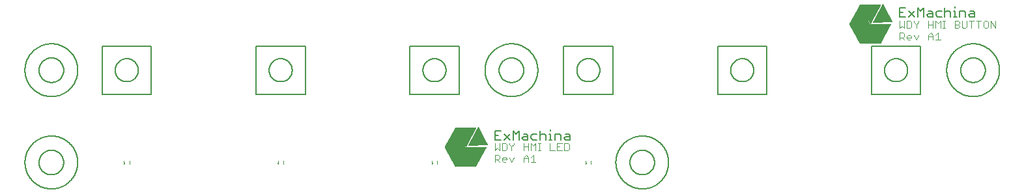
<source format=gto>
G75*
%MOIN*%
%OFA0B0*%
%FSLAX25Y25*%
%IPPOS*%
%LPD*%
%AMOC8*
5,1,8,0,0,1.08239X$1,22.5*
%
%ADD10C,0.00300*%
%ADD11C,0.00400*%
%ADD12R,0.00886X0.00984*%
%ADD13C,0.00500*%
%ADD14C,0.00600*%
%ADD15C,0.00800*%
%ADD16C,0.00004*%
D10*
X0282265Y0098013D02*
X0282265Y0101716D01*
X0284117Y0101716D01*
X0284734Y0101099D01*
X0284734Y0099865D01*
X0284117Y0099247D01*
X0282265Y0099247D01*
X0283499Y0099247D02*
X0284734Y0098013D01*
X0285948Y0098630D02*
X0285948Y0099865D01*
X0286565Y0100482D01*
X0287800Y0100482D01*
X0288417Y0099865D01*
X0288417Y0099247D01*
X0285948Y0099247D01*
X0285948Y0098630D02*
X0286565Y0098013D01*
X0287800Y0098013D01*
X0290866Y0098013D02*
X0292100Y0100482D01*
X0289631Y0100482D02*
X0290866Y0098013D01*
X0296998Y0098013D02*
X0296998Y0100482D01*
X0298232Y0101716D01*
X0299466Y0100482D01*
X0299466Y0098013D01*
X0300681Y0098013D02*
X0303149Y0098013D01*
X0301915Y0098013D02*
X0301915Y0101716D01*
X0300681Y0100482D01*
X0299466Y0099865D02*
X0296998Y0099865D01*
X0296998Y0104013D02*
X0296998Y0107716D01*
X0296998Y0105865D02*
X0299466Y0105865D01*
X0299466Y0107716D02*
X0299466Y0104013D01*
X0300681Y0104013D02*
X0300681Y0107716D01*
X0301915Y0106482D01*
X0303149Y0107716D01*
X0303149Y0104013D01*
X0304364Y0104013D02*
X0305598Y0104013D01*
X0304981Y0104013D02*
X0304981Y0107716D01*
X0304364Y0107716D02*
X0305598Y0107716D01*
X0310502Y0107716D02*
X0310502Y0104013D01*
X0312971Y0104013D01*
X0314186Y0104013D02*
X0316654Y0104013D01*
X0317869Y0104013D02*
X0319720Y0104013D01*
X0320337Y0104630D01*
X0320337Y0107099D01*
X0319720Y0107716D01*
X0317869Y0107716D01*
X0317869Y0104013D01*
X0315420Y0105865D02*
X0314186Y0105865D01*
X0314186Y0107716D02*
X0314186Y0104013D01*
X0314186Y0107716D02*
X0316654Y0107716D01*
X0292100Y0107716D02*
X0292100Y0107099D01*
X0290866Y0105865D01*
X0290866Y0104013D01*
X0290866Y0105865D02*
X0289631Y0107099D01*
X0289631Y0107716D01*
X0288417Y0107099D02*
X0287800Y0107716D01*
X0285948Y0107716D01*
X0285948Y0104013D01*
X0287800Y0104013D01*
X0288417Y0104630D01*
X0288417Y0107099D01*
X0284734Y0107716D02*
X0284734Y0104013D01*
X0283499Y0105247D01*
X0282265Y0104013D01*
X0282265Y0107716D01*
X0489352Y0160611D02*
X0489352Y0164315D01*
X0491203Y0164315D01*
X0491820Y0163697D01*
X0491820Y0162463D01*
X0491203Y0161846D01*
X0489352Y0161846D01*
X0490586Y0161846D02*
X0491820Y0160611D01*
X0493035Y0161229D02*
X0493035Y0162463D01*
X0493652Y0163080D01*
X0494886Y0163080D01*
X0495503Y0162463D01*
X0495503Y0161846D01*
X0493035Y0161846D01*
X0493035Y0161229D02*
X0493652Y0160611D01*
X0494886Y0160611D01*
X0497952Y0160611D02*
X0499187Y0163080D01*
X0496718Y0163080D02*
X0497952Y0160611D01*
X0504084Y0160611D02*
X0504084Y0163080D01*
X0505319Y0164315D01*
X0506553Y0163080D01*
X0506553Y0160611D01*
X0507767Y0160611D02*
X0510236Y0160611D01*
X0509002Y0160611D02*
X0509002Y0164315D01*
X0507767Y0163080D01*
X0506553Y0162463D02*
X0504084Y0162463D01*
X0504084Y0166611D02*
X0504084Y0170315D01*
X0504084Y0168463D02*
X0506553Y0168463D01*
X0506553Y0170315D02*
X0506553Y0166611D01*
X0507767Y0166611D02*
X0507767Y0170315D01*
X0509002Y0169080D01*
X0510236Y0170315D01*
X0510236Y0166611D01*
X0511450Y0166611D02*
X0512685Y0166611D01*
X0512068Y0166611D02*
X0512068Y0170315D01*
X0512685Y0170315D02*
X0511450Y0170315D01*
X0517589Y0170315D02*
X0519441Y0170315D01*
X0520058Y0169697D01*
X0520058Y0169080D01*
X0519441Y0168463D01*
X0517589Y0168463D01*
X0517589Y0166611D02*
X0517589Y0170315D01*
X0519441Y0168463D02*
X0520058Y0167846D01*
X0520058Y0167229D01*
X0519441Y0166611D01*
X0517589Y0166611D01*
X0521272Y0167229D02*
X0521889Y0166611D01*
X0523124Y0166611D01*
X0523741Y0167229D01*
X0523741Y0170315D01*
X0524955Y0170315D02*
X0527424Y0170315D01*
X0528638Y0170315D02*
X0531107Y0170315D01*
X0529873Y0170315D02*
X0529873Y0166611D01*
X0532322Y0167229D02*
X0532939Y0166611D01*
X0534173Y0166611D01*
X0534790Y0167229D01*
X0534790Y0169697D01*
X0534173Y0170315D01*
X0532939Y0170315D01*
X0532322Y0169697D01*
X0532322Y0167229D01*
X0536005Y0166611D02*
X0536005Y0170315D01*
X0538474Y0166611D01*
X0538474Y0170315D01*
X0526190Y0170315D02*
X0526190Y0166611D01*
X0521272Y0167229D02*
X0521272Y0170315D01*
X0499187Y0170315D02*
X0499187Y0169697D01*
X0497952Y0168463D01*
X0497952Y0166611D01*
X0497952Y0168463D02*
X0496718Y0169697D01*
X0496718Y0170315D01*
X0495503Y0169697D02*
X0495503Y0167229D01*
X0494886Y0166611D01*
X0493035Y0166611D01*
X0493035Y0170315D01*
X0494886Y0170315D01*
X0495503Y0169697D01*
X0491820Y0170315D02*
X0491820Y0166611D01*
X0490586Y0167846D01*
X0489352Y0166611D01*
X0489352Y0170315D01*
D11*
X0331524Y0098650D02*
X0331524Y0097076D01*
X0328769Y0097076D02*
X0328769Y0098650D01*
X0252784Y0098650D02*
X0252784Y0097076D01*
X0250028Y0097076D02*
X0250028Y0098650D01*
X0174044Y0098650D02*
X0174044Y0097076D01*
X0171288Y0097076D02*
X0171288Y0098650D01*
X0095304Y0098650D02*
X0095304Y0097076D01*
X0092548Y0097076D02*
X0092548Y0098650D01*
D12*
X0092794Y0097371D03*
X0171534Y0097371D03*
X0250274Y0097371D03*
X0329015Y0097371D03*
D13*
X0320704Y0109487D02*
X0318452Y0109487D01*
X0317701Y0110238D01*
X0318452Y0110988D01*
X0320704Y0110988D01*
X0320704Y0111739D02*
X0320704Y0109487D01*
X0320704Y0111739D02*
X0319953Y0112490D01*
X0318452Y0112490D01*
X0316100Y0111739D02*
X0316100Y0109487D01*
X0316100Y0111739D02*
X0315349Y0112490D01*
X0313097Y0112490D01*
X0313097Y0109487D01*
X0311529Y0109487D02*
X0310028Y0109487D01*
X0310779Y0109487D02*
X0310779Y0112490D01*
X0310028Y0112490D01*
X0310779Y0113991D02*
X0310779Y0114741D01*
X0305424Y0113991D02*
X0305424Y0109487D01*
X0303823Y0109487D02*
X0301571Y0109487D01*
X0300820Y0110238D01*
X0300820Y0111739D01*
X0301571Y0112490D01*
X0303823Y0112490D01*
X0305424Y0111739D02*
X0306175Y0112490D01*
X0307676Y0112490D01*
X0308427Y0111739D01*
X0308427Y0109487D01*
X0299219Y0109487D02*
X0299219Y0111739D01*
X0298468Y0112490D01*
X0296967Y0112490D01*
X0296967Y0110988D02*
X0299219Y0110988D01*
X0299219Y0109487D02*
X0296967Y0109487D01*
X0296216Y0110238D01*
X0296967Y0110988D01*
X0294615Y0109487D02*
X0294615Y0113991D01*
X0293113Y0112490D01*
X0291612Y0113991D01*
X0291612Y0109487D01*
X0290011Y0109487D02*
X0287008Y0112490D01*
X0285407Y0113991D02*
X0282404Y0113991D01*
X0282404Y0109487D01*
X0285407Y0109487D01*
X0287008Y0109487D02*
X0290011Y0112490D01*
X0283906Y0111739D02*
X0282404Y0111739D01*
X0264005Y0132706D02*
X0238808Y0132706D01*
X0238808Y0157509D01*
X0264005Y0157509D01*
X0264005Y0132706D01*
X0245500Y0145107D02*
X0245502Y0145260D01*
X0245508Y0145414D01*
X0245518Y0145567D01*
X0245532Y0145719D01*
X0245550Y0145872D01*
X0245572Y0146023D01*
X0245597Y0146174D01*
X0245627Y0146325D01*
X0245661Y0146475D01*
X0245698Y0146623D01*
X0245739Y0146771D01*
X0245784Y0146917D01*
X0245833Y0147063D01*
X0245886Y0147207D01*
X0245942Y0147349D01*
X0246002Y0147490D01*
X0246066Y0147630D01*
X0246133Y0147768D01*
X0246204Y0147904D01*
X0246279Y0148038D01*
X0246356Y0148170D01*
X0246438Y0148300D01*
X0246522Y0148428D01*
X0246610Y0148554D01*
X0246701Y0148677D01*
X0246795Y0148798D01*
X0246893Y0148916D01*
X0246993Y0149032D01*
X0247097Y0149145D01*
X0247203Y0149256D01*
X0247312Y0149364D01*
X0247424Y0149469D01*
X0247538Y0149570D01*
X0247656Y0149669D01*
X0247775Y0149765D01*
X0247897Y0149858D01*
X0248022Y0149947D01*
X0248149Y0150034D01*
X0248278Y0150116D01*
X0248409Y0150196D01*
X0248542Y0150272D01*
X0248677Y0150345D01*
X0248814Y0150414D01*
X0248953Y0150479D01*
X0249093Y0150541D01*
X0249235Y0150599D01*
X0249378Y0150654D01*
X0249523Y0150705D01*
X0249669Y0150752D01*
X0249816Y0150795D01*
X0249964Y0150834D01*
X0250113Y0150870D01*
X0250263Y0150901D01*
X0250414Y0150929D01*
X0250565Y0150953D01*
X0250718Y0150973D01*
X0250870Y0150989D01*
X0251023Y0151001D01*
X0251176Y0151009D01*
X0251329Y0151013D01*
X0251483Y0151013D01*
X0251636Y0151009D01*
X0251789Y0151001D01*
X0251942Y0150989D01*
X0252094Y0150973D01*
X0252247Y0150953D01*
X0252398Y0150929D01*
X0252549Y0150901D01*
X0252699Y0150870D01*
X0252848Y0150834D01*
X0252996Y0150795D01*
X0253143Y0150752D01*
X0253289Y0150705D01*
X0253434Y0150654D01*
X0253577Y0150599D01*
X0253719Y0150541D01*
X0253859Y0150479D01*
X0253998Y0150414D01*
X0254135Y0150345D01*
X0254270Y0150272D01*
X0254403Y0150196D01*
X0254534Y0150116D01*
X0254663Y0150034D01*
X0254790Y0149947D01*
X0254915Y0149858D01*
X0255037Y0149765D01*
X0255156Y0149669D01*
X0255274Y0149570D01*
X0255388Y0149469D01*
X0255500Y0149364D01*
X0255609Y0149256D01*
X0255715Y0149145D01*
X0255819Y0149032D01*
X0255919Y0148916D01*
X0256017Y0148798D01*
X0256111Y0148677D01*
X0256202Y0148554D01*
X0256290Y0148428D01*
X0256374Y0148300D01*
X0256456Y0148170D01*
X0256533Y0148038D01*
X0256608Y0147904D01*
X0256679Y0147768D01*
X0256746Y0147630D01*
X0256810Y0147490D01*
X0256870Y0147349D01*
X0256926Y0147207D01*
X0256979Y0147063D01*
X0257028Y0146917D01*
X0257073Y0146771D01*
X0257114Y0146623D01*
X0257151Y0146475D01*
X0257185Y0146325D01*
X0257215Y0146174D01*
X0257240Y0146023D01*
X0257262Y0145872D01*
X0257280Y0145719D01*
X0257294Y0145567D01*
X0257304Y0145414D01*
X0257310Y0145260D01*
X0257312Y0145107D01*
X0257310Y0144954D01*
X0257304Y0144800D01*
X0257294Y0144647D01*
X0257280Y0144495D01*
X0257262Y0144342D01*
X0257240Y0144191D01*
X0257215Y0144040D01*
X0257185Y0143889D01*
X0257151Y0143739D01*
X0257114Y0143591D01*
X0257073Y0143443D01*
X0257028Y0143297D01*
X0256979Y0143151D01*
X0256926Y0143007D01*
X0256870Y0142865D01*
X0256810Y0142724D01*
X0256746Y0142584D01*
X0256679Y0142446D01*
X0256608Y0142310D01*
X0256533Y0142176D01*
X0256456Y0142044D01*
X0256374Y0141914D01*
X0256290Y0141786D01*
X0256202Y0141660D01*
X0256111Y0141537D01*
X0256017Y0141416D01*
X0255919Y0141298D01*
X0255819Y0141182D01*
X0255715Y0141069D01*
X0255609Y0140958D01*
X0255500Y0140850D01*
X0255388Y0140745D01*
X0255274Y0140644D01*
X0255156Y0140545D01*
X0255037Y0140449D01*
X0254915Y0140356D01*
X0254790Y0140267D01*
X0254663Y0140180D01*
X0254534Y0140098D01*
X0254403Y0140018D01*
X0254270Y0139942D01*
X0254135Y0139869D01*
X0253998Y0139800D01*
X0253859Y0139735D01*
X0253719Y0139673D01*
X0253577Y0139615D01*
X0253434Y0139560D01*
X0253289Y0139509D01*
X0253143Y0139462D01*
X0252996Y0139419D01*
X0252848Y0139380D01*
X0252699Y0139344D01*
X0252549Y0139313D01*
X0252398Y0139285D01*
X0252247Y0139261D01*
X0252094Y0139241D01*
X0251942Y0139225D01*
X0251789Y0139213D01*
X0251636Y0139205D01*
X0251483Y0139201D01*
X0251329Y0139201D01*
X0251176Y0139205D01*
X0251023Y0139213D01*
X0250870Y0139225D01*
X0250718Y0139241D01*
X0250565Y0139261D01*
X0250414Y0139285D01*
X0250263Y0139313D01*
X0250113Y0139344D01*
X0249964Y0139380D01*
X0249816Y0139419D01*
X0249669Y0139462D01*
X0249523Y0139509D01*
X0249378Y0139560D01*
X0249235Y0139615D01*
X0249093Y0139673D01*
X0248953Y0139735D01*
X0248814Y0139800D01*
X0248677Y0139869D01*
X0248542Y0139942D01*
X0248409Y0140018D01*
X0248278Y0140098D01*
X0248149Y0140180D01*
X0248022Y0140267D01*
X0247897Y0140356D01*
X0247775Y0140449D01*
X0247656Y0140545D01*
X0247538Y0140644D01*
X0247424Y0140745D01*
X0247312Y0140850D01*
X0247203Y0140958D01*
X0247097Y0141069D01*
X0246993Y0141182D01*
X0246893Y0141298D01*
X0246795Y0141416D01*
X0246701Y0141537D01*
X0246610Y0141660D01*
X0246522Y0141786D01*
X0246438Y0141914D01*
X0246356Y0142044D01*
X0246279Y0142176D01*
X0246204Y0142310D01*
X0246133Y0142446D01*
X0246066Y0142584D01*
X0246002Y0142724D01*
X0245942Y0142865D01*
X0245886Y0143007D01*
X0245833Y0143151D01*
X0245784Y0143297D01*
X0245739Y0143443D01*
X0245698Y0143591D01*
X0245661Y0143739D01*
X0245627Y0143889D01*
X0245597Y0144040D01*
X0245572Y0144191D01*
X0245550Y0144342D01*
X0245532Y0144495D01*
X0245518Y0144647D01*
X0245508Y0144800D01*
X0245502Y0144954D01*
X0245500Y0145107D01*
X0185265Y0132706D02*
X0185265Y0157509D01*
X0160068Y0157509D01*
X0160068Y0132706D01*
X0185265Y0132706D01*
X0166760Y0145107D02*
X0166762Y0145260D01*
X0166768Y0145414D01*
X0166778Y0145567D01*
X0166792Y0145719D01*
X0166810Y0145872D01*
X0166832Y0146023D01*
X0166857Y0146174D01*
X0166887Y0146325D01*
X0166921Y0146475D01*
X0166958Y0146623D01*
X0166999Y0146771D01*
X0167044Y0146917D01*
X0167093Y0147063D01*
X0167146Y0147207D01*
X0167202Y0147349D01*
X0167262Y0147490D01*
X0167326Y0147630D01*
X0167393Y0147768D01*
X0167464Y0147904D01*
X0167539Y0148038D01*
X0167616Y0148170D01*
X0167698Y0148300D01*
X0167782Y0148428D01*
X0167870Y0148554D01*
X0167961Y0148677D01*
X0168055Y0148798D01*
X0168153Y0148916D01*
X0168253Y0149032D01*
X0168357Y0149145D01*
X0168463Y0149256D01*
X0168572Y0149364D01*
X0168684Y0149469D01*
X0168798Y0149570D01*
X0168916Y0149669D01*
X0169035Y0149765D01*
X0169157Y0149858D01*
X0169282Y0149947D01*
X0169409Y0150034D01*
X0169538Y0150116D01*
X0169669Y0150196D01*
X0169802Y0150272D01*
X0169937Y0150345D01*
X0170074Y0150414D01*
X0170213Y0150479D01*
X0170353Y0150541D01*
X0170495Y0150599D01*
X0170638Y0150654D01*
X0170783Y0150705D01*
X0170929Y0150752D01*
X0171076Y0150795D01*
X0171224Y0150834D01*
X0171373Y0150870D01*
X0171523Y0150901D01*
X0171674Y0150929D01*
X0171825Y0150953D01*
X0171978Y0150973D01*
X0172130Y0150989D01*
X0172283Y0151001D01*
X0172436Y0151009D01*
X0172589Y0151013D01*
X0172743Y0151013D01*
X0172896Y0151009D01*
X0173049Y0151001D01*
X0173202Y0150989D01*
X0173354Y0150973D01*
X0173507Y0150953D01*
X0173658Y0150929D01*
X0173809Y0150901D01*
X0173959Y0150870D01*
X0174108Y0150834D01*
X0174256Y0150795D01*
X0174403Y0150752D01*
X0174549Y0150705D01*
X0174694Y0150654D01*
X0174837Y0150599D01*
X0174979Y0150541D01*
X0175119Y0150479D01*
X0175258Y0150414D01*
X0175395Y0150345D01*
X0175530Y0150272D01*
X0175663Y0150196D01*
X0175794Y0150116D01*
X0175923Y0150034D01*
X0176050Y0149947D01*
X0176175Y0149858D01*
X0176297Y0149765D01*
X0176416Y0149669D01*
X0176534Y0149570D01*
X0176648Y0149469D01*
X0176760Y0149364D01*
X0176869Y0149256D01*
X0176975Y0149145D01*
X0177079Y0149032D01*
X0177179Y0148916D01*
X0177277Y0148798D01*
X0177371Y0148677D01*
X0177462Y0148554D01*
X0177550Y0148428D01*
X0177634Y0148300D01*
X0177716Y0148170D01*
X0177793Y0148038D01*
X0177868Y0147904D01*
X0177939Y0147768D01*
X0178006Y0147630D01*
X0178070Y0147490D01*
X0178130Y0147349D01*
X0178186Y0147207D01*
X0178239Y0147063D01*
X0178288Y0146917D01*
X0178333Y0146771D01*
X0178374Y0146623D01*
X0178411Y0146475D01*
X0178445Y0146325D01*
X0178475Y0146174D01*
X0178500Y0146023D01*
X0178522Y0145872D01*
X0178540Y0145719D01*
X0178554Y0145567D01*
X0178564Y0145414D01*
X0178570Y0145260D01*
X0178572Y0145107D01*
X0178570Y0144954D01*
X0178564Y0144800D01*
X0178554Y0144647D01*
X0178540Y0144495D01*
X0178522Y0144342D01*
X0178500Y0144191D01*
X0178475Y0144040D01*
X0178445Y0143889D01*
X0178411Y0143739D01*
X0178374Y0143591D01*
X0178333Y0143443D01*
X0178288Y0143297D01*
X0178239Y0143151D01*
X0178186Y0143007D01*
X0178130Y0142865D01*
X0178070Y0142724D01*
X0178006Y0142584D01*
X0177939Y0142446D01*
X0177868Y0142310D01*
X0177793Y0142176D01*
X0177716Y0142044D01*
X0177634Y0141914D01*
X0177550Y0141786D01*
X0177462Y0141660D01*
X0177371Y0141537D01*
X0177277Y0141416D01*
X0177179Y0141298D01*
X0177079Y0141182D01*
X0176975Y0141069D01*
X0176869Y0140958D01*
X0176760Y0140850D01*
X0176648Y0140745D01*
X0176534Y0140644D01*
X0176416Y0140545D01*
X0176297Y0140449D01*
X0176175Y0140356D01*
X0176050Y0140267D01*
X0175923Y0140180D01*
X0175794Y0140098D01*
X0175663Y0140018D01*
X0175530Y0139942D01*
X0175395Y0139869D01*
X0175258Y0139800D01*
X0175119Y0139735D01*
X0174979Y0139673D01*
X0174837Y0139615D01*
X0174694Y0139560D01*
X0174549Y0139509D01*
X0174403Y0139462D01*
X0174256Y0139419D01*
X0174108Y0139380D01*
X0173959Y0139344D01*
X0173809Y0139313D01*
X0173658Y0139285D01*
X0173507Y0139261D01*
X0173354Y0139241D01*
X0173202Y0139225D01*
X0173049Y0139213D01*
X0172896Y0139205D01*
X0172743Y0139201D01*
X0172589Y0139201D01*
X0172436Y0139205D01*
X0172283Y0139213D01*
X0172130Y0139225D01*
X0171978Y0139241D01*
X0171825Y0139261D01*
X0171674Y0139285D01*
X0171523Y0139313D01*
X0171373Y0139344D01*
X0171224Y0139380D01*
X0171076Y0139419D01*
X0170929Y0139462D01*
X0170783Y0139509D01*
X0170638Y0139560D01*
X0170495Y0139615D01*
X0170353Y0139673D01*
X0170213Y0139735D01*
X0170074Y0139800D01*
X0169937Y0139869D01*
X0169802Y0139942D01*
X0169669Y0140018D01*
X0169538Y0140098D01*
X0169409Y0140180D01*
X0169282Y0140267D01*
X0169157Y0140356D01*
X0169035Y0140449D01*
X0168916Y0140545D01*
X0168798Y0140644D01*
X0168684Y0140745D01*
X0168572Y0140850D01*
X0168463Y0140958D01*
X0168357Y0141069D01*
X0168253Y0141182D01*
X0168153Y0141298D01*
X0168055Y0141416D01*
X0167961Y0141537D01*
X0167870Y0141660D01*
X0167782Y0141786D01*
X0167698Y0141914D01*
X0167616Y0142044D01*
X0167539Y0142176D01*
X0167464Y0142310D01*
X0167393Y0142446D01*
X0167326Y0142584D01*
X0167262Y0142724D01*
X0167202Y0142865D01*
X0167146Y0143007D01*
X0167093Y0143151D01*
X0167044Y0143297D01*
X0166999Y0143443D01*
X0166958Y0143591D01*
X0166921Y0143739D01*
X0166887Y0143889D01*
X0166857Y0144040D01*
X0166832Y0144191D01*
X0166810Y0144342D01*
X0166792Y0144495D01*
X0166778Y0144647D01*
X0166768Y0144800D01*
X0166762Y0144954D01*
X0166760Y0145107D01*
X0106524Y0132706D02*
X0106524Y0157509D01*
X0081328Y0157509D01*
X0081328Y0132706D01*
X0106524Y0132706D01*
X0088020Y0145107D02*
X0088022Y0145260D01*
X0088028Y0145414D01*
X0088038Y0145567D01*
X0088052Y0145719D01*
X0088070Y0145872D01*
X0088092Y0146023D01*
X0088117Y0146174D01*
X0088147Y0146325D01*
X0088181Y0146475D01*
X0088218Y0146623D01*
X0088259Y0146771D01*
X0088304Y0146917D01*
X0088353Y0147063D01*
X0088406Y0147207D01*
X0088462Y0147349D01*
X0088522Y0147490D01*
X0088586Y0147630D01*
X0088653Y0147768D01*
X0088724Y0147904D01*
X0088799Y0148038D01*
X0088876Y0148170D01*
X0088958Y0148300D01*
X0089042Y0148428D01*
X0089130Y0148554D01*
X0089221Y0148677D01*
X0089315Y0148798D01*
X0089413Y0148916D01*
X0089513Y0149032D01*
X0089617Y0149145D01*
X0089723Y0149256D01*
X0089832Y0149364D01*
X0089944Y0149469D01*
X0090058Y0149570D01*
X0090176Y0149669D01*
X0090295Y0149765D01*
X0090417Y0149858D01*
X0090542Y0149947D01*
X0090669Y0150034D01*
X0090798Y0150116D01*
X0090929Y0150196D01*
X0091062Y0150272D01*
X0091197Y0150345D01*
X0091334Y0150414D01*
X0091473Y0150479D01*
X0091613Y0150541D01*
X0091755Y0150599D01*
X0091898Y0150654D01*
X0092043Y0150705D01*
X0092189Y0150752D01*
X0092336Y0150795D01*
X0092484Y0150834D01*
X0092633Y0150870D01*
X0092783Y0150901D01*
X0092934Y0150929D01*
X0093085Y0150953D01*
X0093238Y0150973D01*
X0093390Y0150989D01*
X0093543Y0151001D01*
X0093696Y0151009D01*
X0093849Y0151013D01*
X0094003Y0151013D01*
X0094156Y0151009D01*
X0094309Y0151001D01*
X0094462Y0150989D01*
X0094614Y0150973D01*
X0094767Y0150953D01*
X0094918Y0150929D01*
X0095069Y0150901D01*
X0095219Y0150870D01*
X0095368Y0150834D01*
X0095516Y0150795D01*
X0095663Y0150752D01*
X0095809Y0150705D01*
X0095954Y0150654D01*
X0096097Y0150599D01*
X0096239Y0150541D01*
X0096379Y0150479D01*
X0096518Y0150414D01*
X0096655Y0150345D01*
X0096790Y0150272D01*
X0096923Y0150196D01*
X0097054Y0150116D01*
X0097183Y0150034D01*
X0097310Y0149947D01*
X0097435Y0149858D01*
X0097557Y0149765D01*
X0097676Y0149669D01*
X0097794Y0149570D01*
X0097908Y0149469D01*
X0098020Y0149364D01*
X0098129Y0149256D01*
X0098235Y0149145D01*
X0098339Y0149032D01*
X0098439Y0148916D01*
X0098537Y0148798D01*
X0098631Y0148677D01*
X0098722Y0148554D01*
X0098810Y0148428D01*
X0098894Y0148300D01*
X0098976Y0148170D01*
X0099053Y0148038D01*
X0099128Y0147904D01*
X0099199Y0147768D01*
X0099266Y0147630D01*
X0099330Y0147490D01*
X0099390Y0147349D01*
X0099446Y0147207D01*
X0099499Y0147063D01*
X0099548Y0146917D01*
X0099593Y0146771D01*
X0099634Y0146623D01*
X0099671Y0146475D01*
X0099705Y0146325D01*
X0099735Y0146174D01*
X0099760Y0146023D01*
X0099782Y0145872D01*
X0099800Y0145719D01*
X0099814Y0145567D01*
X0099824Y0145414D01*
X0099830Y0145260D01*
X0099832Y0145107D01*
X0099830Y0144954D01*
X0099824Y0144800D01*
X0099814Y0144647D01*
X0099800Y0144495D01*
X0099782Y0144342D01*
X0099760Y0144191D01*
X0099735Y0144040D01*
X0099705Y0143889D01*
X0099671Y0143739D01*
X0099634Y0143591D01*
X0099593Y0143443D01*
X0099548Y0143297D01*
X0099499Y0143151D01*
X0099446Y0143007D01*
X0099390Y0142865D01*
X0099330Y0142724D01*
X0099266Y0142584D01*
X0099199Y0142446D01*
X0099128Y0142310D01*
X0099053Y0142176D01*
X0098976Y0142044D01*
X0098894Y0141914D01*
X0098810Y0141786D01*
X0098722Y0141660D01*
X0098631Y0141537D01*
X0098537Y0141416D01*
X0098439Y0141298D01*
X0098339Y0141182D01*
X0098235Y0141069D01*
X0098129Y0140958D01*
X0098020Y0140850D01*
X0097908Y0140745D01*
X0097794Y0140644D01*
X0097676Y0140545D01*
X0097557Y0140449D01*
X0097435Y0140356D01*
X0097310Y0140267D01*
X0097183Y0140180D01*
X0097054Y0140098D01*
X0096923Y0140018D01*
X0096790Y0139942D01*
X0096655Y0139869D01*
X0096518Y0139800D01*
X0096379Y0139735D01*
X0096239Y0139673D01*
X0096097Y0139615D01*
X0095954Y0139560D01*
X0095809Y0139509D01*
X0095663Y0139462D01*
X0095516Y0139419D01*
X0095368Y0139380D01*
X0095219Y0139344D01*
X0095069Y0139313D01*
X0094918Y0139285D01*
X0094767Y0139261D01*
X0094614Y0139241D01*
X0094462Y0139225D01*
X0094309Y0139213D01*
X0094156Y0139205D01*
X0094003Y0139201D01*
X0093849Y0139201D01*
X0093696Y0139205D01*
X0093543Y0139213D01*
X0093390Y0139225D01*
X0093238Y0139241D01*
X0093085Y0139261D01*
X0092934Y0139285D01*
X0092783Y0139313D01*
X0092633Y0139344D01*
X0092484Y0139380D01*
X0092336Y0139419D01*
X0092189Y0139462D01*
X0092043Y0139509D01*
X0091898Y0139560D01*
X0091755Y0139615D01*
X0091613Y0139673D01*
X0091473Y0139735D01*
X0091334Y0139800D01*
X0091197Y0139869D01*
X0091062Y0139942D01*
X0090929Y0140018D01*
X0090798Y0140098D01*
X0090669Y0140180D01*
X0090542Y0140267D01*
X0090417Y0140356D01*
X0090295Y0140449D01*
X0090176Y0140545D01*
X0090058Y0140644D01*
X0089944Y0140745D01*
X0089832Y0140850D01*
X0089723Y0140958D01*
X0089617Y0141069D01*
X0089513Y0141182D01*
X0089413Y0141298D01*
X0089315Y0141416D01*
X0089221Y0141537D01*
X0089130Y0141660D01*
X0089042Y0141786D01*
X0088958Y0141914D01*
X0088876Y0142044D01*
X0088799Y0142176D01*
X0088724Y0142310D01*
X0088653Y0142446D01*
X0088586Y0142584D01*
X0088522Y0142724D01*
X0088462Y0142865D01*
X0088406Y0143007D01*
X0088353Y0143151D01*
X0088304Y0143297D01*
X0088259Y0143443D01*
X0088218Y0143591D01*
X0088181Y0143739D01*
X0088147Y0143889D01*
X0088117Y0144040D01*
X0088092Y0144191D01*
X0088070Y0144342D01*
X0088052Y0144495D01*
X0088038Y0144647D01*
X0088028Y0144800D01*
X0088022Y0144954D01*
X0088020Y0145107D01*
X0317548Y0157509D02*
X0317548Y0132706D01*
X0342745Y0132706D01*
X0342745Y0157509D01*
X0317548Y0157509D01*
X0324240Y0145107D02*
X0324242Y0145260D01*
X0324248Y0145414D01*
X0324258Y0145567D01*
X0324272Y0145719D01*
X0324290Y0145872D01*
X0324312Y0146023D01*
X0324337Y0146174D01*
X0324367Y0146325D01*
X0324401Y0146475D01*
X0324438Y0146623D01*
X0324479Y0146771D01*
X0324524Y0146917D01*
X0324573Y0147063D01*
X0324626Y0147207D01*
X0324682Y0147349D01*
X0324742Y0147490D01*
X0324806Y0147630D01*
X0324873Y0147768D01*
X0324944Y0147904D01*
X0325019Y0148038D01*
X0325096Y0148170D01*
X0325178Y0148300D01*
X0325262Y0148428D01*
X0325350Y0148554D01*
X0325441Y0148677D01*
X0325535Y0148798D01*
X0325633Y0148916D01*
X0325733Y0149032D01*
X0325837Y0149145D01*
X0325943Y0149256D01*
X0326052Y0149364D01*
X0326164Y0149469D01*
X0326278Y0149570D01*
X0326396Y0149669D01*
X0326515Y0149765D01*
X0326637Y0149858D01*
X0326762Y0149947D01*
X0326889Y0150034D01*
X0327018Y0150116D01*
X0327149Y0150196D01*
X0327282Y0150272D01*
X0327417Y0150345D01*
X0327554Y0150414D01*
X0327693Y0150479D01*
X0327833Y0150541D01*
X0327975Y0150599D01*
X0328118Y0150654D01*
X0328263Y0150705D01*
X0328409Y0150752D01*
X0328556Y0150795D01*
X0328704Y0150834D01*
X0328853Y0150870D01*
X0329003Y0150901D01*
X0329154Y0150929D01*
X0329305Y0150953D01*
X0329458Y0150973D01*
X0329610Y0150989D01*
X0329763Y0151001D01*
X0329916Y0151009D01*
X0330069Y0151013D01*
X0330223Y0151013D01*
X0330376Y0151009D01*
X0330529Y0151001D01*
X0330682Y0150989D01*
X0330834Y0150973D01*
X0330987Y0150953D01*
X0331138Y0150929D01*
X0331289Y0150901D01*
X0331439Y0150870D01*
X0331588Y0150834D01*
X0331736Y0150795D01*
X0331883Y0150752D01*
X0332029Y0150705D01*
X0332174Y0150654D01*
X0332317Y0150599D01*
X0332459Y0150541D01*
X0332599Y0150479D01*
X0332738Y0150414D01*
X0332875Y0150345D01*
X0333010Y0150272D01*
X0333143Y0150196D01*
X0333274Y0150116D01*
X0333403Y0150034D01*
X0333530Y0149947D01*
X0333655Y0149858D01*
X0333777Y0149765D01*
X0333896Y0149669D01*
X0334014Y0149570D01*
X0334128Y0149469D01*
X0334240Y0149364D01*
X0334349Y0149256D01*
X0334455Y0149145D01*
X0334559Y0149032D01*
X0334659Y0148916D01*
X0334757Y0148798D01*
X0334851Y0148677D01*
X0334942Y0148554D01*
X0335030Y0148428D01*
X0335114Y0148300D01*
X0335196Y0148170D01*
X0335273Y0148038D01*
X0335348Y0147904D01*
X0335419Y0147768D01*
X0335486Y0147630D01*
X0335550Y0147490D01*
X0335610Y0147349D01*
X0335666Y0147207D01*
X0335719Y0147063D01*
X0335768Y0146917D01*
X0335813Y0146771D01*
X0335854Y0146623D01*
X0335891Y0146475D01*
X0335925Y0146325D01*
X0335955Y0146174D01*
X0335980Y0146023D01*
X0336002Y0145872D01*
X0336020Y0145719D01*
X0336034Y0145567D01*
X0336044Y0145414D01*
X0336050Y0145260D01*
X0336052Y0145107D01*
X0336050Y0144954D01*
X0336044Y0144800D01*
X0336034Y0144647D01*
X0336020Y0144495D01*
X0336002Y0144342D01*
X0335980Y0144191D01*
X0335955Y0144040D01*
X0335925Y0143889D01*
X0335891Y0143739D01*
X0335854Y0143591D01*
X0335813Y0143443D01*
X0335768Y0143297D01*
X0335719Y0143151D01*
X0335666Y0143007D01*
X0335610Y0142865D01*
X0335550Y0142724D01*
X0335486Y0142584D01*
X0335419Y0142446D01*
X0335348Y0142310D01*
X0335273Y0142176D01*
X0335196Y0142044D01*
X0335114Y0141914D01*
X0335030Y0141786D01*
X0334942Y0141660D01*
X0334851Y0141537D01*
X0334757Y0141416D01*
X0334659Y0141298D01*
X0334559Y0141182D01*
X0334455Y0141069D01*
X0334349Y0140958D01*
X0334240Y0140850D01*
X0334128Y0140745D01*
X0334014Y0140644D01*
X0333896Y0140545D01*
X0333777Y0140449D01*
X0333655Y0140356D01*
X0333530Y0140267D01*
X0333403Y0140180D01*
X0333274Y0140098D01*
X0333143Y0140018D01*
X0333010Y0139942D01*
X0332875Y0139869D01*
X0332738Y0139800D01*
X0332599Y0139735D01*
X0332459Y0139673D01*
X0332317Y0139615D01*
X0332174Y0139560D01*
X0332029Y0139509D01*
X0331883Y0139462D01*
X0331736Y0139419D01*
X0331588Y0139380D01*
X0331439Y0139344D01*
X0331289Y0139313D01*
X0331138Y0139285D01*
X0330987Y0139261D01*
X0330834Y0139241D01*
X0330682Y0139225D01*
X0330529Y0139213D01*
X0330376Y0139205D01*
X0330223Y0139201D01*
X0330069Y0139201D01*
X0329916Y0139205D01*
X0329763Y0139213D01*
X0329610Y0139225D01*
X0329458Y0139241D01*
X0329305Y0139261D01*
X0329154Y0139285D01*
X0329003Y0139313D01*
X0328853Y0139344D01*
X0328704Y0139380D01*
X0328556Y0139419D01*
X0328409Y0139462D01*
X0328263Y0139509D01*
X0328118Y0139560D01*
X0327975Y0139615D01*
X0327833Y0139673D01*
X0327693Y0139735D01*
X0327554Y0139800D01*
X0327417Y0139869D01*
X0327282Y0139942D01*
X0327149Y0140018D01*
X0327018Y0140098D01*
X0326889Y0140180D01*
X0326762Y0140267D01*
X0326637Y0140356D01*
X0326515Y0140449D01*
X0326396Y0140545D01*
X0326278Y0140644D01*
X0326164Y0140745D01*
X0326052Y0140850D01*
X0325943Y0140958D01*
X0325837Y0141069D01*
X0325733Y0141182D01*
X0325633Y0141298D01*
X0325535Y0141416D01*
X0325441Y0141537D01*
X0325350Y0141660D01*
X0325262Y0141786D01*
X0325178Y0141914D01*
X0325096Y0142044D01*
X0325019Y0142176D01*
X0324944Y0142310D01*
X0324873Y0142446D01*
X0324806Y0142584D01*
X0324742Y0142724D01*
X0324682Y0142865D01*
X0324626Y0143007D01*
X0324573Y0143151D01*
X0324524Y0143297D01*
X0324479Y0143443D01*
X0324438Y0143591D01*
X0324401Y0143739D01*
X0324367Y0143889D01*
X0324337Y0144040D01*
X0324312Y0144191D01*
X0324290Y0144342D01*
X0324272Y0144495D01*
X0324258Y0144647D01*
X0324248Y0144800D01*
X0324242Y0144954D01*
X0324240Y0145107D01*
X0396288Y0157509D02*
X0396288Y0132706D01*
X0421485Y0132706D01*
X0421485Y0157509D01*
X0396288Y0157509D01*
X0402981Y0145107D02*
X0402983Y0145260D01*
X0402989Y0145414D01*
X0402999Y0145567D01*
X0403013Y0145719D01*
X0403031Y0145872D01*
X0403053Y0146023D01*
X0403078Y0146174D01*
X0403108Y0146325D01*
X0403142Y0146475D01*
X0403179Y0146623D01*
X0403220Y0146771D01*
X0403265Y0146917D01*
X0403314Y0147063D01*
X0403367Y0147207D01*
X0403423Y0147349D01*
X0403483Y0147490D01*
X0403547Y0147630D01*
X0403614Y0147768D01*
X0403685Y0147904D01*
X0403760Y0148038D01*
X0403837Y0148170D01*
X0403919Y0148300D01*
X0404003Y0148428D01*
X0404091Y0148554D01*
X0404182Y0148677D01*
X0404276Y0148798D01*
X0404374Y0148916D01*
X0404474Y0149032D01*
X0404578Y0149145D01*
X0404684Y0149256D01*
X0404793Y0149364D01*
X0404905Y0149469D01*
X0405019Y0149570D01*
X0405137Y0149669D01*
X0405256Y0149765D01*
X0405378Y0149858D01*
X0405503Y0149947D01*
X0405630Y0150034D01*
X0405759Y0150116D01*
X0405890Y0150196D01*
X0406023Y0150272D01*
X0406158Y0150345D01*
X0406295Y0150414D01*
X0406434Y0150479D01*
X0406574Y0150541D01*
X0406716Y0150599D01*
X0406859Y0150654D01*
X0407004Y0150705D01*
X0407150Y0150752D01*
X0407297Y0150795D01*
X0407445Y0150834D01*
X0407594Y0150870D01*
X0407744Y0150901D01*
X0407895Y0150929D01*
X0408046Y0150953D01*
X0408199Y0150973D01*
X0408351Y0150989D01*
X0408504Y0151001D01*
X0408657Y0151009D01*
X0408810Y0151013D01*
X0408964Y0151013D01*
X0409117Y0151009D01*
X0409270Y0151001D01*
X0409423Y0150989D01*
X0409575Y0150973D01*
X0409728Y0150953D01*
X0409879Y0150929D01*
X0410030Y0150901D01*
X0410180Y0150870D01*
X0410329Y0150834D01*
X0410477Y0150795D01*
X0410624Y0150752D01*
X0410770Y0150705D01*
X0410915Y0150654D01*
X0411058Y0150599D01*
X0411200Y0150541D01*
X0411340Y0150479D01*
X0411479Y0150414D01*
X0411616Y0150345D01*
X0411751Y0150272D01*
X0411884Y0150196D01*
X0412015Y0150116D01*
X0412144Y0150034D01*
X0412271Y0149947D01*
X0412396Y0149858D01*
X0412518Y0149765D01*
X0412637Y0149669D01*
X0412755Y0149570D01*
X0412869Y0149469D01*
X0412981Y0149364D01*
X0413090Y0149256D01*
X0413196Y0149145D01*
X0413300Y0149032D01*
X0413400Y0148916D01*
X0413498Y0148798D01*
X0413592Y0148677D01*
X0413683Y0148554D01*
X0413771Y0148428D01*
X0413855Y0148300D01*
X0413937Y0148170D01*
X0414014Y0148038D01*
X0414089Y0147904D01*
X0414160Y0147768D01*
X0414227Y0147630D01*
X0414291Y0147490D01*
X0414351Y0147349D01*
X0414407Y0147207D01*
X0414460Y0147063D01*
X0414509Y0146917D01*
X0414554Y0146771D01*
X0414595Y0146623D01*
X0414632Y0146475D01*
X0414666Y0146325D01*
X0414696Y0146174D01*
X0414721Y0146023D01*
X0414743Y0145872D01*
X0414761Y0145719D01*
X0414775Y0145567D01*
X0414785Y0145414D01*
X0414791Y0145260D01*
X0414793Y0145107D01*
X0414791Y0144954D01*
X0414785Y0144800D01*
X0414775Y0144647D01*
X0414761Y0144495D01*
X0414743Y0144342D01*
X0414721Y0144191D01*
X0414696Y0144040D01*
X0414666Y0143889D01*
X0414632Y0143739D01*
X0414595Y0143591D01*
X0414554Y0143443D01*
X0414509Y0143297D01*
X0414460Y0143151D01*
X0414407Y0143007D01*
X0414351Y0142865D01*
X0414291Y0142724D01*
X0414227Y0142584D01*
X0414160Y0142446D01*
X0414089Y0142310D01*
X0414014Y0142176D01*
X0413937Y0142044D01*
X0413855Y0141914D01*
X0413771Y0141786D01*
X0413683Y0141660D01*
X0413592Y0141537D01*
X0413498Y0141416D01*
X0413400Y0141298D01*
X0413300Y0141182D01*
X0413196Y0141069D01*
X0413090Y0140958D01*
X0412981Y0140850D01*
X0412869Y0140745D01*
X0412755Y0140644D01*
X0412637Y0140545D01*
X0412518Y0140449D01*
X0412396Y0140356D01*
X0412271Y0140267D01*
X0412144Y0140180D01*
X0412015Y0140098D01*
X0411884Y0140018D01*
X0411751Y0139942D01*
X0411616Y0139869D01*
X0411479Y0139800D01*
X0411340Y0139735D01*
X0411200Y0139673D01*
X0411058Y0139615D01*
X0410915Y0139560D01*
X0410770Y0139509D01*
X0410624Y0139462D01*
X0410477Y0139419D01*
X0410329Y0139380D01*
X0410180Y0139344D01*
X0410030Y0139313D01*
X0409879Y0139285D01*
X0409728Y0139261D01*
X0409575Y0139241D01*
X0409423Y0139225D01*
X0409270Y0139213D01*
X0409117Y0139205D01*
X0408964Y0139201D01*
X0408810Y0139201D01*
X0408657Y0139205D01*
X0408504Y0139213D01*
X0408351Y0139225D01*
X0408199Y0139241D01*
X0408046Y0139261D01*
X0407895Y0139285D01*
X0407744Y0139313D01*
X0407594Y0139344D01*
X0407445Y0139380D01*
X0407297Y0139419D01*
X0407150Y0139462D01*
X0407004Y0139509D01*
X0406859Y0139560D01*
X0406716Y0139615D01*
X0406574Y0139673D01*
X0406434Y0139735D01*
X0406295Y0139800D01*
X0406158Y0139869D01*
X0406023Y0139942D01*
X0405890Y0140018D01*
X0405759Y0140098D01*
X0405630Y0140180D01*
X0405503Y0140267D01*
X0405378Y0140356D01*
X0405256Y0140449D01*
X0405137Y0140545D01*
X0405019Y0140644D01*
X0404905Y0140745D01*
X0404793Y0140850D01*
X0404684Y0140958D01*
X0404578Y0141069D01*
X0404474Y0141182D01*
X0404374Y0141298D01*
X0404276Y0141416D01*
X0404182Y0141537D01*
X0404091Y0141660D01*
X0404003Y0141786D01*
X0403919Y0141914D01*
X0403837Y0142044D01*
X0403760Y0142176D01*
X0403685Y0142310D01*
X0403614Y0142446D01*
X0403547Y0142584D01*
X0403483Y0142724D01*
X0403423Y0142865D01*
X0403367Y0143007D01*
X0403314Y0143151D01*
X0403265Y0143297D01*
X0403220Y0143443D01*
X0403179Y0143591D01*
X0403142Y0143739D01*
X0403108Y0143889D01*
X0403078Y0144040D01*
X0403053Y0144191D01*
X0403031Y0144342D01*
X0403013Y0144495D01*
X0402999Y0144647D01*
X0402989Y0144800D01*
X0402983Y0144954D01*
X0402981Y0145107D01*
X0475028Y0157509D02*
X0475028Y0132706D01*
X0500225Y0132706D01*
X0500225Y0157509D01*
X0475028Y0157509D01*
X0481721Y0145107D02*
X0481723Y0145260D01*
X0481729Y0145414D01*
X0481739Y0145567D01*
X0481753Y0145719D01*
X0481771Y0145872D01*
X0481793Y0146023D01*
X0481818Y0146174D01*
X0481848Y0146325D01*
X0481882Y0146475D01*
X0481919Y0146623D01*
X0481960Y0146771D01*
X0482005Y0146917D01*
X0482054Y0147063D01*
X0482107Y0147207D01*
X0482163Y0147349D01*
X0482223Y0147490D01*
X0482287Y0147630D01*
X0482354Y0147768D01*
X0482425Y0147904D01*
X0482500Y0148038D01*
X0482577Y0148170D01*
X0482659Y0148300D01*
X0482743Y0148428D01*
X0482831Y0148554D01*
X0482922Y0148677D01*
X0483016Y0148798D01*
X0483114Y0148916D01*
X0483214Y0149032D01*
X0483318Y0149145D01*
X0483424Y0149256D01*
X0483533Y0149364D01*
X0483645Y0149469D01*
X0483759Y0149570D01*
X0483877Y0149669D01*
X0483996Y0149765D01*
X0484118Y0149858D01*
X0484243Y0149947D01*
X0484370Y0150034D01*
X0484499Y0150116D01*
X0484630Y0150196D01*
X0484763Y0150272D01*
X0484898Y0150345D01*
X0485035Y0150414D01*
X0485174Y0150479D01*
X0485314Y0150541D01*
X0485456Y0150599D01*
X0485599Y0150654D01*
X0485744Y0150705D01*
X0485890Y0150752D01*
X0486037Y0150795D01*
X0486185Y0150834D01*
X0486334Y0150870D01*
X0486484Y0150901D01*
X0486635Y0150929D01*
X0486786Y0150953D01*
X0486939Y0150973D01*
X0487091Y0150989D01*
X0487244Y0151001D01*
X0487397Y0151009D01*
X0487550Y0151013D01*
X0487704Y0151013D01*
X0487857Y0151009D01*
X0488010Y0151001D01*
X0488163Y0150989D01*
X0488315Y0150973D01*
X0488468Y0150953D01*
X0488619Y0150929D01*
X0488770Y0150901D01*
X0488920Y0150870D01*
X0489069Y0150834D01*
X0489217Y0150795D01*
X0489364Y0150752D01*
X0489510Y0150705D01*
X0489655Y0150654D01*
X0489798Y0150599D01*
X0489940Y0150541D01*
X0490080Y0150479D01*
X0490219Y0150414D01*
X0490356Y0150345D01*
X0490491Y0150272D01*
X0490624Y0150196D01*
X0490755Y0150116D01*
X0490884Y0150034D01*
X0491011Y0149947D01*
X0491136Y0149858D01*
X0491258Y0149765D01*
X0491377Y0149669D01*
X0491495Y0149570D01*
X0491609Y0149469D01*
X0491721Y0149364D01*
X0491830Y0149256D01*
X0491936Y0149145D01*
X0492040Y0149032D01*
X0492140Y0148916D01*
X0492238Y0148798D01*
X0492332Y0148677D01*
X0492423Y0148554D01*
X0492511Y0148428D01*
X0492595Y0148300D01*
X0492677Y0148170D01*
X0492754Y0148038D01*
X0492829Y0147904D01*
X0492900Y0147768D01*
X0492967Y0147630D01*
X0493031Y0147490D01*
X0493091Y0147349D01*
X0493147Y0147207D01*
X0493200Y0147063D01*
X0493249Y0146917D01*
X0493294Y0146771D01*
X0493335Y0146623D01*
X0493372Y0146475D01*
X0493406Y0146325D01*
X0493436Y0146174D01*
X0493461Y0146023D01*
X0493483Y0145872D01*
X0493501Y0145719D01*
X0493515Y0145567D01*
X0493525Y0145414D01*
X0493531Y0145260D01*
X0493533Y0145107D01*
X0493531Y0144954D01*
X0493525Y0144800D01*
X0493515Y0144647D01*
X0493501Y0144495D01*
X0493483Y0144342D01*
X0493461Y0144191D01*
X0493436Y0144040D01*
X0493406Y0143889D01*
X0493372Y0143739D01*
X0493335Y0143591D01*
X0493294Y0143443D01*
X0493249Y0143297D01*
X0493200Y0143151D01*
X0493147Y0143007D01*
X0493091Y0142865D01*
X0493031Y0142724D01*
X0492967Y0142584D01*
X0492900Y0142446D01*
X0492829Y0142310D01*
X0492754Y0142176D01*
X0492677Y0142044D01*
X0492595Y0141914D01*
X0492511Y0141786D01*
X0492423Y0141660D01*
X0492332Y0141537D01*
X0492238Y0141416D01*
X0492140Y0141298D01*
X0492040Y0141182D01*
X0491936Y0141069D01*
X0491830Y0140958D01*
X0491721Y0140850D01*
X0491609Y0140745D01*
X0491495Y0140644D01*
X0491377Y0140545D01*
X0491258Y0140449D01*
X0491136Y0140356D01*
X0491011Y0140267D01*
X0490884Y0140180D01*
X0490755Y0140098D01*
X0490624Y0140018D01*
X0490491Y0139942D01*
X0490356Y0139869D01*
X0490219Y0139800D01*
X0490080Y0139735D01*
X0489940Y0139673D01*
X0489798Y0139615D01*
X0489655Y0139560D01*
X0489510Y0139509D01*
X0489364Y0139462D01*
X0489217Y0139419D01*
X0489069Y0139380D01*
X0488920Y0139344D01*
X0488770Y0139313D01*
X0488619Y0139285D01*
X0488468Y0139261D01*
X0488315Y0139241D01*
X0488163Y0139225D01*
X0488010Y0139213D01*
X0487857Y0139205D01*
X0487704Y0139201D01*
X0487550Y0139201D01*
X0487397Y0139205D01*
X0487244Y0139213D01*
X0487091Y0139225D01*
X0486939Y0139241D01*
X0486786Y0139261D01*
X0486635Y0139285D01*
X0486484Y0139313D01*
X0486334Y0139344D01*
X0486185Y0139380D01*
X0486037Y0139419D01*
X0485890Y0139462D01*
X0485744Y0139509D01*
X0485599Y0139560D01*
X0485456Y0139615D01*
X0485314Y0139673D01*
X0485174Y0139735D01*
X0485035Y0139800D01*
X0484898Y0139869D01*
X0484763Y0139942D01*
X0484630Y0140018D01*
X0484499Y0140098D01*
X0484370Y0140180D01*
X0484243Y0140267D01*
X0484118Y0140356D01*
X0483996Y0140449D01*
X0483877Y0140545D01*
X0483759Y0140644D01*
X0483645Y0140745D01*
X0483533Y0140850D01*
X0483424Y0140958D01*
X0483318Y0141069D01*
X0483214Y0141182D01*
X0483114Y0141298D01*
X0483016Y0141416D01*
X0482922Y0141537D01*
X0482831Y0141660D01*
X0482743Y0141786D01*
X0482659Y0141914D01*
X0482577Y0142044D01*
X0482500Y0142176D01*
X0482425Y0142310D01*
X0482354Y0142446D01*
X0482287Y0142584D01*
X0482223Y0142724D01*
X0482163Y0142865D01*
X0482107Y0143007D01*
X0482054Y0143151D01*
X0482005Y0143297D01*
X0481960Y0143443D01*
X0481919Y0143591D01*
X0481882Y0143739D01*
X0481848Y0143889D01*
X0481818Y0144040D01*
X0481793Y0144191D01*
X0481771Y0144342D01*
X0481753Y0144495D01*
X0481739Y0144647D01*
X0481729Y0144800D01*
X0481723Y0144954D01*
X0481721Y0145107D01*
X0489491Y0172479D02*
X0492494Y0172479D01*
X0494095Y0172479D02*
X0497097Y0175482D01*
X0498699Y0176983D02*
X0500200Y0175482D01*
X0501701Y0176983D01*
X0501701Y0172479D01*
X0503303Y0173230D02*
X0504053Y0173980D01*
X0506305Y0173980D01*
X0506305Y0174731D02*
X0506305Y0172479D01*
X0504053Y0172479D01*
X0503303Y0173230D01*
X0504053Y0175482D02*
X0505555Y0175482D01*
X0506305Y0174731D01*
X0507907Y0174731D02*
X0508657Y0175482D01*
X0510909Y0175482D01*
X0512511Y0174731D02*
X0513261Y0175482D01*
X0514762Y0175482D01*
X0515513Y0174731D01*
X0515513Y0172479D01*
X0517114Y0172479D02*
X0518616Y0172479D01*
X0517865Y0172479D02*
X0517865Y0175482D01*
X0517114Y0175482D01*
X0517865Y0176983D02*
X0517865Y0177734D01*
X0520184Y0175482D02*
X0522436Y0175482D01*
X0523186Y0174731D01*
X0523186Y0172479D01*
X0524788Y0173230D02*
X0525538Y0173980D01*
X0527790Y0173980D01*
X0527790Y0174731D02*
X0527790Y0172479D01*
X0525538Y0172479D01*
X0524788Y0173230D01*
X0525538Y0175482D02*
X0527040Y0175482D01*
X0527790Y0174731D01*
X0520184Y0175482D02*
X0520184Y0172479D01*
X0512511Y0172479D02*
X0512511Y0176983D01*
X0507907Y0174731D02*
X0507907Y0173230D01*
X0508657Y0172479D01*
X0510909Y0172479D01*
X0498699Y0172479D02*
X0498699Y0176983D01*
X0497097Y0172479D02*
X0494095Y0175482D01*
X0492494Y0176983D02*
X0489491Y0176983D01*
X0489491Y0172479D01*
X0489491Y0174731D02*
X0490992Y0174731D01*
D14*
X0513497Y0145107D02*
X0513501Y0145438D01*
X0513513Y0145769D01*
X0513534Y0146100D01*
X0513562Y0146430D01*
X0513599Y0146760D01*
X0513643Y0147088D01*
X0513696Y0147415D01*
X0513756Y0147741D01*
X0513825Y0148065D01*
X0513902Y0148387D01*
X0513986Y0148708D01*
X0514078Y0149026D01*
X0514178Y0149342D01*
X0514286Y0149655D01*
X0514402Y0149966D01*
X0514525Y0150273D01*
X0514655Y0150578D01*
X0514793Y0150879D01*
X0514938Y0151177D01*
X0515091Y0151471D01*
X0515251Y0151761D01*
X0515418Y0152047D01*
X0515591Y0152329D01*
X0515772Y0152607D01*
X0515960Y0152880D01*
X0516154Y0153149D01*
X0516354Y0153413D01*
X0516561Y0153671D01*
X0516775Y0153925D01*
X0516994Y0154173D01*
X0517220Y0154416D01*
X0517451Y0154653D01*
X0517688Y0154884D01*
X0517931Y0155110D01*
X0518179Y0155329D01*
X0518433Y0155543D01*
X0518691Y0155750D01*
X0518955Y0155950D01*
X0519224Y0156144D01*
X0519497Y0156332D01*
X0519775Y0156513D01*
X0520057Y0156686D01*
X0520343Y0156853D01*
X0520633Y0157013D01*
X0520927Y0157166D01*
X0521225Y0157311D01*
X0521526Y0157449D01*
X0521831Y0157579D01*
X0522138Y0157702D01*
X0522449Y0157818D01*
X0522762Y0157926D01*
X0523078Y0158026D01*
X0523396Y0158118D01*
X0523717Y0158202D01*
X0524039Y0158279D01*
X0524363Y0158348D01*
X0524689Y0158408D01*
X0525016Y0158461D01*
X0525344Y0158505D01*
X0525674Y0158542D01*
X0526004Y0158570D01*
X0526335Y0158591D01*
X0526666Y0158603D01*
X0526997Y0158607D01*
X0527328Y0158603D01*
X0527659Y0158591D01*
X0527990Y0158570D01*
X0528320Y0158542D01*
X0528650Y0158505D01*
X0528978Y0158461D01*
X0529305Y0158408D01*
X0529631Y0158348D01*
X0529955Y0158279D01*
X0530277Y0158202D01*
X0530598Y0158118D01*
X0530916Y0158026D01*
X0531232Y0157926D01*
X0531545Y0157818D01*
X0531856Y0157702D01*
X0532163Y0157579D01*
X0532468Y0157449D01*
X0532769Y0157311D01*
X0533067Y0157166D01*
X0533361Y0157013D01*
X0533651Y0156853D01*
X0533937Y0156686D01*
X0534219Y0156513D01*
X0534497Y0156332D01*
X0534770Y0156144D01*
X0535039Y0155950D01*
X0535303Y0155750D01*
X0535561Y0155543D01*
X0535815Y0155329D01*
X0536063Y0155110D01*
X0536306Y0154884D01*
X0536543Y0154653D01*
X0536774Y0154416D01*
X0537000Y0154173D01*
X0537219Y0153925D01*
X0537433Y0153671D01*
X0537640Y0153413D01*
X0537840Y0153149D01*
X0538034Y0152880D01*
X0538222Y0152607D01*
X0538403Y0152329D01*
X0538576Y0152047D01*
X0538743Y0151761D01*
X0538903Y0151471D01*
X0539056Y0151177D01*
X0539201Y0150879D01*
X0539339Y0150578D01*
X0539469Y0150273D01*
X0539592Y0149966D01*
X0539708Y0149655D01*
X0539816Y0149342D01*
X0539916Y0149026D01*
X0540008Y0148708D01*
X0540092Y0148387D01*
X0540169Y0148065D01*
X0540238Y0147741D01*
X0540298Y0147415D01*
X0540351Y0147088D01*
X0540395Y0146760D01*
X0540432Y0146430D01*
X0540460Y0146100D01*
X0540481Y0145769D01*
X0540493Y0145438D01*
X0540497Y0145107D01*
X0540493Y0144776D01*
X0540481Y0144445D01*
X0540460Y0144114D01*
X0540432Y0143784D01*
X0540395Y0143454D01*
X0540351Y0143126D01*
X0540298Y0142799D01*
X0540238Y0142473D01*
X0540169Y0142149D01*
X0540092Y0141827D01*
X0540008Y0141506D01*
X0539916Y0141188D01*
X0539816Y0140872D01*
X0539708Y0140559D01*
X0539592Y0140248D01*
X0539469Y0139941D01*
X0539339Y0139636D01*
X0539201Y0139335D01*
X0539056Y0139037D01*
X0538903Y0138743D01*
X0538743Y0138453D01*
X0538576Y0138167D01*
X0538403Y0137885D01*
X0538222Y0137607D01*
X0538034Y0137334D01*
X0537840Y0137065D01*
X0537640Y0136801D01*
X0537433Y0136543D01*
X0537219Y0136289D01*
X0537000Y0136041D01*
X0536774Y0135798D01*
X0536543Y0135561D01*
X0536306Y0135330D01*
X0536063Y0135104D01*
X0535815Y0134885D01*
X0535561Y0134671D01*
X0535303Y0134464D01*
X0535039Y0134264D01*
X0534770Y0134070D01*
X0534497Y0133882D01*
X0534219Y0133701D01*
X0533937Y0133528D01*
X0533651Y0133361D01*
X0533361Y0133201D01*
X0533067Y0133048D01*
X0532769Y0132903D01*
X0532468Y0132765D01*
X0532163Y0132635D01*
X0531856Y0132512D01*
X0531545Y0132396D01*
X0531232Y0132288D01*
X0530916Y0132188D01*
X0530598Y0132096D01*
X0530277Y0132012D01*
X0529955Y0131935D01*
X0529631Y0131866D01*
X0529305Y0131806D01*
X0528978Y0131753D01*
X0528650Y0131709D01*
X0528320Y0131672D01*
X0527990Y0131644D01*
X0527659Y0131623D01*
X0527328Y0131611D01*
X0526997Y0131607D01*
X0526666Y0131611D01*
X0526335Y0131623D01*
X0526004Y0131644D01*
X0525674Y0131672D01*
X0525344Y0131709D01*
X0525016Y0131753D01*
X0524689Y0131806D01*
X0524363Y0131866D01*
X0524039Y0131935D01*
X0523717Y0132012D01*
X0523396Y0132096D01*
X0523078Y0132188D01*
X0522762Y0132288D01*
X0522449Y0132396D01*
X0522138Y0132512D01*
X0521831Y0132635D01*
X0521526Y0132765D01*
X0521225Y0132903D01*
X0520927Y0133048D01*
X0520633Y0133201D01*
X0520343Y0133361D01*
X0520057Y0133528D01*
X0519775Y0133701D01*
X0519497Y0133882D01*
X0519224Y0134070D01*
X0518955Y0134264D01*
X0518691Y0134464D01*
X0518433Y0134671D01*
X0518179Y0134885D01*
X0517931Y0135104D01*
X0517688Y0135330D01*
X0517451Y0135561D01*
X0517220Y0135798D01*
X0516994Y0136041D01*
X0516775Y0136289D01*
X0516561Y0136543D01*
X0516354Y0136801D01*
X0516154Y0137065D01*
X0515960Y0137334D01*
X0515772Y0137607D01*
X0515591Y0137885D01*
X0515418Y0138167D01*
X0515251Y0138453D01*
X0515091Y0138743D01*
X0514938Y0139037D01*
X0514793Y0139335D01*
X0514655Y0139636D01*
X0514525Y0139941D01*
X0514402Y0140248D01*
X0514286Y0140559D01*
X0514178Y0140872D01*
X0514078Y0141188D01*
X0513986Y0141506D01*
X0513902Y0141827D01*
X0513825Y0142149D01*
X0513756Y0142473D01*
X0513696Y0142799D01*
X0513643Y0143126D01*
X0513599Y0143454D01*
X0513562Y0143784D01*
X0513534Y0144114D01*
X0513513Y0144445D01*
X0513501Y0144776D01*
X0513497Y0145107D01*
X0344206Y0097863D02*
X0344210Y0098194D01*
X0344222Y0098525D01*
X0344243Y0098856D01*
X0344271Y0099186D01*
X0344308Y0099516D01*
X0344352Y0099844D01*
X0344405Y0100171D01*
X0344465Y0100497D01*
X0344534Y0100821D01*
X0344611Y0101143D01*
X0344695Y0101464D01*
X0344787Y0101782D01*
X0344887Y0102098D01*
X0344995Y0102411D01*
X0345111Y0102722D01*
X0345234Y0103029D01*
X0345364Y0103334D01*
X0345502Y0103635D01*
X0345647Y0103933D01*
X0345800Y0104227D01*
X0345960Y0104517D01*
X0346127Y0104803D01*
X0346300Y0105085D01*
X0346481Y0105363D01*
X0346669Y0105636D01*
X0346863Y0105905D01*
X0347063Y0106169D01*
X0347270Y0106427D01*
X0347484Y0106681D01*
X0347703Y0106929D01*
X0347929Y0107172D01*
X0348160Y0107409D01*
X0348397Y0107640D01*
X0348640Y0107866D01*
X0348888Y0108085D01*
X0349142Y0108299D01*
X0349400Y0108506D01*
X0349664Y0108706D01*
X0349933Y0108900D01*
X0350206Y0109088D01*
X0350484Y0109269D01*
X0350766Y0109442D01*
X0351052Y0109609D01*
X0351342Y0109769D01*
X0351636Y0109922D01*
X0351934Y0110067D01*
X0352235Y0110205D01*
X0352540Y0110335D01*
X0352847Y0110458D01*
X0353158Y0110574D01*
X0353471Y0110682D01*
X0353787Y0110782D01*
X0354105Y0110874D01*
X0354426Y0110958D01*
X0354748Y0111035D01*
X0355072Y0111104D01*
X0355398Y0111164D01*
X0355725Y0111217D01*
X0356053Y0111261D01*
X0356383Y0111298D01*
X0356713Y0111326D01*
X0357044Y0111347D01*
X0357375Y0111359D01*
X0357706Y0111363D01*
X0358037Y0111359D01*
X0358368Y0111347D01*
X0358699Y0111326D01*
X0359029Y0111298D01*
X0359359Y0111261D01*
X0359687Y0111217D01*
X0360014Y0111164D01*
X0360340Y0111104D01*
X0360664Y0111035D01*
X0360986Y0110958D01*
X0361307Y0110874D01*
X0361625Y0110782D01*
X0361941Y0110682D01*
X0362254Y0110574D01*
X0362565Y0110458D01*
X0362872Y0110335D01*
X0363177Y0110205D01*
X0363478Y0110067D01*
X0363776Y0109922D01*
X0364070Y0109769D01*
X0364360Y0109609D01*
X0364646Y0109442D01*
X0364928Y0109269D01*
X0365206Y0109088D01*
X0365479Y0108900D01*
X0365748Y0108706D01*
X0366012Y0108506D01*
X0366270Y0108299D01*
X0366524Y0108085D01*
X0366772Y0107866D01*
X0367015Y0107640D01*
X0367252Y0107409D01*
X0367483Y0107172D01*
X0367709Y0106929D01*
X0367928Y0106681D01*
X0368142Y0106427D01*
X0368349Y0106169D01*
X0368549Y0105905D01*
X0368743Y0105636D01*
X0368931Y0105363D01*
X0369112Y0105085D01*
X0369285Y0104803D01*
X0369452Y0104517D01*
X0369612Y0104227D01*
X0369765Y0103933D01*
X0369910Y0103635D01*
X0370048Y0103334D01*
X0370178Y0103029D01*
X0370301Y0102722D01*
X0370417Y0102411D01*
X0370525Y0102098D01*
X0370625Y0101782D01*
X0370717Y0101464D01*
X0370801Y0101143D01*
X0370878Y0100821D01*
X0370947Y0100497D01*
X0371007Y0100171D01*
X0371060Y0099844D01*
X0371104Y0099516D01*
X0371141Y0099186D01*
X0371169Y0098856D01*
X0371190Y0098525D01*
X0371202Y0098194D01*
X0371206Y0097863D01*
X0371202Y0097532D01*
X0371190Y0097201D01*
X0371169Y0096870D01*
X0371141Y0096540D01*
X0371104Y0096210D01*
X0371060Y0095882D01*
X0371007Y0095555D01*
X0370947Y0095229D01*
X0370878Y0094905D01*
X0370801Y0094583D01*
X0370717Y0094262D01*
X0370625Y0093944D01*
X0370525Y0093628D01*
X0370417Y0093315D01*
X0370301Y0093004D01*
X0370178Y0092697D01*
X0370048Y0092392D01*
X0369910Y0092091D01*
X0369765Y0091793D01*
X0369612Y0091499D01*
X0369452Y0091209D01*
X0369285Y0090923D01*
X0369112Y0090641D01*
X0368931Y0090363D01*
X0368743Y0090090D01*
X0368549Y0089821D01*
X0368349Y0089557D01*
X0368142Y0089299D01*
X0367928Y0089045D01*
X0367709Y0088797D01*
X0367483Y0088554D01*
X0367252Y0088317D01*
X0367015Y0088086D01*
X0366772Y0087860D01*
X0366524Y0087641D01*
X0366270Y0087427D01*
X0366012Y0087220D01*
X0365748Y0087020D01*
X0365479Y0086826D01*
X0365206Y0086638D01*
X0364928Y0086457D01*
X0364646Y0086284D01*
X0364360Y0086117D01*
X0364070Y0085957D01*
X0363776Y0085804D01*
X0363478Y0085659D01*
X0363177Y0085521D01*
X0362872Y0085391D01*
X0362565Y0085268D01*
X0362254Y0085152D01*
X0361941Y0085044D01*
X0361625Y0084944D01*
X0361307Y0084852D01*
X0360986Y0084768D01*
X0360664Y0084691D01*
X0360340Y0084622D01*
X0360014Y0084562D01*
X0359687Y0084509D01*
X0359359Y0084465D01*
X0359029Y0084428D01*
X0358699Y0084400D01*
X0358368Y0084379D01*
X0358037Y0084367D01*
X0357706Y0084363D01*
X0357375Y0084367D01*
X0357044Y0084379D01*
X0356713Y0084400D01*
X0356383Y0084428D01*
X0356053Y0084465D01*
X0355725Y0084509D01*
X0355398Y0084562D01*
X0355072Y0084622D01*
X0354748Y0084691D01*
X0354426Y0084768D01*
X0354105Y0084852D01*
X0353787Y0084944D01*
X0353471Y0085044D01*
X0353158Y0085152D01*
X0352847Y0085268D01*
X0352540Y0085391D01*
X0352235Y0085521D01*
X0351934Y0085659D01*
X0351636Y0085804D01*
X0351342Y0085957D01*
X0351052Y0086117D01*
X0350766Y0086284D01*
X0350484Y0086457D01*
X0350206Y0086638D01*
X0349933Y0086826D01*
X0349664Y0087020D01*
X0349400Y0087220D01*
X0349142Y0087427D01*
X0348888Y0087641D01*
X0348640Y0087860D01*
X0348397Y0088086D01*
X0348160Y0088317D01*
X0347929Y0088554D01*
X0347703Y0088797D01*
X0347484Y0089045D01*
X0347270Y0089299D01*
X0347063Y0089557D01*
X0346863Y0089821D01*
X0346669Y0090090D01*
X0346481Y0090363D01*
X0346300Y0090641D01*
X0346127Y0090923D01*
X0345960Y0091209D01*
X0345800Y0091499D01*
X0345647Y0091793D01*
X0345502Y0092091D01*
X0345364Y0092392D01*
X0345234Y0092697D01*
X0345111Y0093004D01*
X0344995Y0093315D01*
X0344887Y0093628D01*
X0344787Y0093944D01*
X0344695Y0094262D01*
X0344611Y0094583D01*
X0344534Y0094905D01*
X0344465Y0095229D01*
X0344405Y0095555D01*
X0344352Y0095882D01*
X0344308Y0096210D01*
X0344271Y0096540D01*
X0344243Y0096870D01*
X0344222Y0097201D01*
X0344210Y0097532D01*
X0344206Y0097863D01*
X0277276Y0145107D02*
X0277280Y0145438D01*
X0277292Y0145769D01*
X0277313Y0146100D01*
X0277341Y0146430D01*
X0277378Y0146760D01*
X0277422Y0147088D01*
X0277475Y0147415D01*
X0277535Y0147741D01*
X0277604Y0148065D01*
X0277681Y0148387D01*
X0277765Y0148708D01*
X0277857Y0149026D01*
X0277957Y0149342D01*
X0278065Y0149655D01*
X0278181Y0149966D01*
X0278304Y0150273D01*
X0278434Y0150578D01*
X0278572Y0150879D01*
X0278717Y0151177D01*
X0278870Y0151471D01*
X0279030Y0151761D01*
X0279197Y0152047D01*
X0279370Y0152329D01*
X0279551Y0152607D01*
X0279739Y0152880D01*
X0279933Y0153149D01*
X0280133Y0153413D01*
X0280340Y0153671D01*
X0280554Y0153925D01*
X0280773Y0154173D01*
X0280999Y0154416D01*
X0281230Y0154653D01*
X0281467Y0154884D01*
X0281710Y0155110D01*
X0281958Y0155329D01*
X0282212Y0155543D01*
X0282470Y0155750D01*
X0282734Y0155950D01*
X0283003Y0156144D01*
X0283276Y0156332D01*
X0283554Y0156513D01*
X0283836Y0156686D01*
X0284122Y0156853D01*
X0284412Y0157013D01*
X0284706Y0157166D01*
X0285004Y0157311D01*
X0285305Y0157449D01*
X0285610Y0157579D01*
X0285917Y0157702D01*
X0286228Y0157818D01*
X0286541Y0157926D01*
X0286857Y0158026D01*
X0287175Y0158118D01*
X0287496Y0158202D01*
X0287818Y0158279D01*
X0288142Y0158348D01*
X0288468Y0158408D01*
X0288795Y0158461D01*
X0289123Y0158505D01*
X0289453Y0158542D01*
X0289783Y0158570D01*
X0290114Y0158591D01*
X0290445Y0158603D01*
X0290776Y0158607D01*
X0291107Y0158603D01*
X0291438Y0158591D01*
X0291769Y0158570D01*
X0292099Y0158542D01*
X0292429Y0158505D01*
X0292757Y0158461D01*
X0293084Y0158408D01*
X0293410Y0158348D01*
X0293734Y0158279D01*
X0294056Y0158202D01*
X0294377Y0158118D01*
X0294695Y0158026D01*
X0295011Y0157926D01*
X0295324Y0157818D01*
X0295635Y0157702D01*
X0295942Y0157579D01*
X0296247Y0157449D01*
X0296548Y0157311D01*
X0296846Y0157166D01*
X0297140Y0157013D01*
X0297430Y0156853D01*
X0297716Y0156686D01*
X0297998Y0156513D01*
X0298276Y0156332D01*
X0298549Y0156144D01*
X0298818Y0155950D01*
X0299082Y0155750D01*
X0299340Y0155543D01*
X0299594Y0155329D01*
X0299842Y0155110D01*
X0300085Y0154884D01*
X0300322Y0154653D01*
X0300553Y0154416D01*
X0300779Y0154173D01*
X0300998Y0153925D01*
X0301212Y0153671D01*
X0301419Y0153413D01*
X0301619Y0153149D01*
X0301813Y0152880D01*
X0302001Y0152607D01*
X0302182Y0152329D01*
X0302355Y0152047D01*
X0302522Y0151761D01*
X0302682Y0151471D01*
X0302835Y0151177D01*
X0302980Y0150879D01*
X0303118Y0150578D01*
X0303248Y0150273D01*
X0303371Y0149966D01*
X0303487Y0149655D01*
X0303595Y0149342D01*
X0303695Y0149026D01*
X0303787Y0148708D01*
X0303871Y0148387D01*
X0303948Y0148065D01*
X0304017Y0147741D01*
X0304077Y0147415D01*
X0304130Y0147088D01*
X0304174Y0146760D01*
X0304211Y0146430D01*
X0304239Y0146100D01*
X0304260Y0145769D01*
X0304272Y0145438D01*
X0304276Y0145107D01*
X0304272Y0144776D01*
X0304260Y0144445D01*
X0304239Y0144114D01*
X0304211Y0143784D01*
X0304174Y0143454D01*
X0304130Y0143126D01*
X0304077Y0142799D01*
X0304017Y0142473D01*
X0303948Y0142149D01*
X0303871Y0141827D01*
X0303787Y0141506D01*
X0303695Y0141188D01*
X0303595Y0140872D01*
X0303487Y0140559D01*
X0303371Y0140248D01*
X0303248Y0139941D01*
X0303118Y0139636D01*
X0302980Y0139335D01*
X0302835Y0139037D01*
X0302682Y0138743D01*
X0302522Y0138453D01*
X0302355Y0138167D01*
X0302182Y0137885D01*
X0302001Y0137607D01*
X0301813Y0137334D01*
X0301619Y0137065D01*
X0301419Y0136801D01*
X0301212Y0136543D01*
X0300998Y0136289D01*
X0300779Y0136041D01*
X0300553Y0135798D01*
X0300322Y0135561D01*
X0300085Y0135330D01*
X0299842Y0135104D01*
X0299594Y0134885D01*
X0299340Y0134671D01*
X0299082Y0134464D01*
X0298818Y0134264D01*
X0298549Y0134070D01*
X0298276Y0133882D01*
X0297998Y0133701D01*
X0297716Y0133528D01*
X0297430Y0133361D01*
X0297140Y0133201D01*
X0296846Y0133048D01*
X0296548Y0132903D01*
X0296247Y0132765D01*
X0295942Y0132635D01*
X0295635Y0132512D01*
X0295324Y0132396D01*
X0295011Y0132288D01*
X0294695Y0132188D01*
X0294377Y0132096D01*
X0294056Y0132012D01*
X0293734Y0131935D01*
X0293410Y0131866D01*
X0293084Y0131806D01*
X0292757Y0131753D01*
X0292429Y0131709D01*
X0292099Y0131672D01*
X0291769Y0131644D01*
X0291438Y0131623D01*
X0291107Y0131611D01*
X0290776Y0131607D01*
X0290445Y0131611D01*
X0290114Y0131623D01*
X0289783Y0131644D01*
X0289453Y0131672D01*
X0289123Y0131709D01*
X0288795Y0131753D01*
X0288468Y0131806D01*
X0288142Y0131866D01*
X0287818Y0131935D01*
X0287496Y0132012D01*
X0287175Y0132096D01*
X0286857Y0132188D01*
X0286541Y0132288D01*
X0286228Y0132396D01*
X0285917Y0132512D01*
X0285610Y0132635D01*
X0285305Y0132765D01*
X0285004Y0132903D01*
X0284706Y0133048D01*
X0284412Y0133201D01*
X0284122Y0133361D01*
X0283836Y0133528D01*
X0283554Y0133701D01*
X0283276Y0133882D01*
X0283003Y0134070D01*
X0282734Y0134264D01*
X0282470Y0134464D01*
X0282212Y0134671D01*
X0281958Y0134885D01*
X0281710Y0135104D01*
X0281467Y0135330D01*
X0281230Y0135561D01*
X0280999Y0135798D01*
X0280773Y0136041D01*
X0280554Y0136289D01*
X0280340Y0136543D01*
X0280133Y0136801D01*
X0279933Y0137065D01*
X0279739Y0137334D01*
X0279551Y0137607D01*
X0279370Y0137885D01*
X0279197Y0138167D01*
X0279030Y0138453D01*
X0278870Y0138743D01*
X0278717Y0139037D01*
X0278572Y0139335D01*
X0278434Y0139636D01*
X0278304Y0139941D01*
X0278181Y0140248D01*
X0278065Y0140559D01*
X0277957Y0140872D01*
X0277857Y0141188D01*
X0277765Y0141506D01*
X0277681Y0141827D01*
X0277604Y0142149D01*
X0277535Y0142473D01*
X0277475Y0142799D01*
X0277422Y0143126D01*
X0277378Y0143454D01*
X0277341Y0143784D01*
X0277313Y0144114D01*
X0277292Y0144445D01*
X0277280Y0144776D01*
X0277276Y0145107D01*
X0041843Y0145107D02*
X0041847Y0145438D01*
X0041859Y0145769D01*
X0041880Y0146100D01*
X0041908Y0146430D01*
X0041945Y0146760D01*
X0041989Y0147088D01*
X0042042Y0147415D01*
X0042102Y0147741D01*
X0042171Y0148065D01*
X0042248Y0148387D01*
X0042332Y0148708D01*
X0042424Y0149026D01*
X0042524Y0149342D01*
X0042632Y0149655D01*
X0042748Y0149966D01*
X0042871Y0150273D01*
X0043001Y0150578D01*
X0043139Y0150879D01*
X0043284Y0151177D01*
X0043437Y0151471D01*
X0043597Y0151761D01*
X0043764Y0152047D01*
X0043937Y0152329D01*
X0044118Y0152607D01*
X0044306Y0152880D01*
X0044500Y0153149D01*
X0044700Y0153413D01*
X0044907Y0153671D01*
X0045121Y0153925D01*
X0045340Y0154173D01*
X0045566Y0154416D01*
X0045797Y0154653D01*
X0046034Y0154884D01*
X0046277Y0155110D01*
X0046525Y0155329D01*
X0046779Y0155543D01*
X0047037Y0155750D01*
X0047301Y0155950D01*
X0047570Y0156144D01*
X0047843Y0156332D01*
X0048121Y0156513D01*
X0048403Y0156686D01*
X0048689Y0156853D01*
X0048979Y0157013D01*
X0049273Y0157166D01*
X0049571Y0157311D01*
X0049872Y0157449D01*
X0050177Y0157579D01*
X0050484Y0157702D01*
X0050795Y0157818D01*
X0051108Y0157926D01*
X0051424Y0158026D01*
X0051742Y0158118D01*
X0052063Y0158202D01*
X0052385Y0158279D01*
X0052709Y0158348D01*
X0053035Y0158408D01*
X0053362Y0158461D01*
X0053690Y0158505D01*
X0054020Y0158542D01*
X0054350Y0158570D01*
X0054681Y0158591D01*
X0055012Y0158603D01*
X0055343Y0158607D01*
X0055674Y0158603D01*
X0056005Y0158591D01*
X0056336Y0158570D01*
X0056666Y0158542D01*
X0056996Y0158505D01*
X0057324Y0158461D01*
X0057651Y0158408D01*
X0057977Y0158348D01*
X0058301Y0158279D01*
X0058623Y0158202D01*
X0058944Y0158118D01*
X0059262Y0158026D01*
X0059578Y0157926D01*
X0059891Y0157818D01*
X0060202Y0157702D01*
X0060509Y0157579D01*
X0060814Y0157449D01*
X0061115Y0157311D01*
X0061413Y0157166D01*
X0061707Y0157013D01*
X0061997Y0156853D01*
X0062283Y0156686D01*
X0062565Y0156513D01*
X0062843Y0156332D01*
X0063116Y0156144D01*
X0063385Y0155950D01*
X0063649Y0155750D01*
X0063907Y0155543D01*
X0064161Y0155329D01*
X0064409Y0155110D01*
X0064652Y0154884D01*
X0064889Y0154653D01*
X0065120Y0154416D01*
X0065346Y0154173D01*
X0065565Y0153925D01*
X0065779Y0153671D01*
X0065986Y0153413D01*
X0066186Y0153149D01*
X0066380Y0152880D01*
X0066568Y0152607D01*
X0066749Y0152329D01*
X0066922Y0152047D01*
X0067089Y0151761D01*
X0067249Y0151471D01*
X0067402Y0151177D01*
X0067547Y0150879D01*
X0067685Y0150578D01*
X0067815Y0150273D01*
X0067938Y0149966D01*
X0068054Y0149655D01*
X0068162Y0149342D01*
X0068262Y0149026D01*
X0068354Y0148708D01*
X0068438Y0148387D01*
X0068515Y0148065D01*
X0068584Y0147741D01*
X0068644Y0147415D01*
X0068697Y0147088D01*
X0068741Y0146760D01*
X0068778Y0146430D01*
X0068806Y0146100D01*
X0068827Y0145769D01*
X0068839Y0145438D01*
X0068843Y0145107D01*
X0068839Y0144776D01*
X0068827Y0144445D01*
X0068806Y0144114D01*
X0068778Y0143784D01*
X0068741Y0143454D01*
X0068697Y0143126D01*
X0068644Y0142799D01*
X0068584Y0142473D01*
X0068515Y0142149D01*
X0068438Y0141827D01*
X0068354Y0141506D01*
X0068262Y0141188D01*
X0068162Y0140872D01*
X0068054Y0140559D01*
X0067938Y0140248D01*
X0067815Y0139941D01*
X0067685Y0139636D01*
X0067547Y0139335D01*
X0067402Y0139037D01*
X0067249Y0138743D01*
X0067089Y0138453D01*
X0066922Y0138167D01*
X0066749Y0137885D01*
X0066568Y0137607D01*
X0066380Y0137334D01*
X0066186Y0137065D01*
X0065986Y0136801D01*
X0065779Y0136543D01*
X0065565Y0136289D01*
X0065346Y0136041D01*
X0065120Y0135798D01*
X0064889Y0135561D01*
X0064652Y0135330D01*
X0064409Y0135104D01*
X0064161Y0134885D01*
X0063907Y0134671D01*
X0063649Y0134464D01*
X0063385Y0134264D01*
X0063116Y0134070D01*
X0062843Y0133882D01*
X0062565Y0133701D01*
X0062283Y0133528D01*
X0061997Y0133361D01*
X0061707Y0133201D01*
X0061413Y0133048D01*
X0061115Y0132903D01*
X0060814Y0132765D01*
X0060509Y0132635D01*
X0060202Y0132512D01*
X0059891Y0132396D01*
X0059578Y0132288D01*
X0059262Y0132188D01*
X0058944Y0132096D01*
X0058623Y0132012D01*
X0058301Y0131935D01*
X0057977Y0131866D01*
X0057651Y0131806D01*
X0057324Y0131753D01*
X0056996Y0131709D01*
X0056666Y0131672D01*
X0056336Y0131644D01*
X0056005Y0131623D01*
X0055674Y0131611D01*
X0055343Y0131607D01*
X0055012Y0131611D01*
X0054681Y0131623D01*
X0054350Y0131644D01*
X0054020Y0131672D01*
X0053690Y0131709D01*
X0053362Y0131753D01*
X0053035Y0131806D01*
X0052709Y0131866D01*
X0052385Y0131935D01*
X0052063Y0132012D01*
X0051742Y0132096D01*
X0051424Y0132188D01*
X0051108Y0132288D01*
X0050795Y0132396D01*
X0050484Y0132512D01*
X0050177Y0132635D01*
X0049872Y0132765D01*
X0049571Y0132903D01*
X0049273Y0133048D01*
X0048979Y0133201D01*
X0048689Y0133361D01*
X0048403Y0133528D01*
X0048121Y0133701D01*
X0047843Y0133882D01*
X0047570Y0134070D01*
X0047301Y0134264D01*
X0047037Y0134464D01*
X0046779Y0134671D01*
X0046525Y0134885D01*
X0046277Y0135104D01*
X0046034Y0135330D01*
X0045797Y0135561D01*
X0045566Y0135798D01*
X0045340Y0136041D01*
X0045121Y0136289D01*
X0044907Y0136543D01*
X0044700Y0136801D01*
X0044500Y0137065D01*
X0044306Y0137334D01*
X0044118Y0137607D01*
X0043937Y0137885D01*
X0043764Y0138167D01*
X0043597Y0138453D01*
X0043437Y0138743D01*
X0043284Y0139037D01*
X0043139Y0139335D01*
X0043001Y0139636D01*
X0042871Y0139941D01*
X0042748Y0140248D01*
X0042632Y0140559D01*
X0042524Y0140872D01*
X0042424Y0141188D01*
X0042332Y0141506D01*
X0042248Y0141827D01*
X0042171Y0142149D01*
X0042102Y0142473D01*
X0042042Y0142799D01*
X0041989Y0143126D01*
X0041945Y0143454D01*
X0041908Y0143784D01*
X0041880Y0144114D01*
X0041859Y0144445D01*
X0041847Y0144776D01*
X0041843Y0145107D01*
X0041843Y0097863D02*
X0041847Y0098194D01*
X0041859Y0098525D01*
X0041880Y0098856D01*
X0041908Y0099186D01*
X0041945Y0099516D01*
X0041989Y0099844D01*
X0042042Y0100171D01*
X0042102Y0100497D01*
X0042171Y0100821D01*
X0042248Y0101143D01*
X0042332Y0101464D01*
X0042424Y0101782D01*
X0042524Y0102098D01*
X0042632Y0102411D01*
X0042748Y0102722D01*
X0042871Y0103029D01*
X0043001Y0103334D01*
X0043139Y0103635D01*
X0043284Y0103933D01*
X0043437Y0104227D01*
X0043597Y0104517D01*
X0043764Y0104803D01*
X0043937Y0105085D01*
X0044118Y0105363D01*
X0044306Y0105636D01*
X0044500Y0105905D01*
X0044700Y0106169D01*
X0044907Y0106427D01*
X0045121Y0106681D01*
X0045340Y0106929D01*
X0045566Y0107172D01*
X0045797Y0107409D01*
X0046034Y0107640D01*
X0046277Y0107866D01*
X0046525Y0108085D01*
X0046779Y0108299D01*
X0047037Y0108506D01*
X0047301Y0108706D01*
X0047570Y0108900D01*
X0047843Y0109088D01*
X0048121Y0109269D01*
X0048403Y0109442D01*
X0048689Y0109609D01*
X0048979Y0109769D01*
X0049273Y0109922D01*
X0049571Y0110067D01*
X0049872Y0110205D01*
X0050177Y0110335D01*
X0050484Y0110458D01*
X0050795Y0110574D01*
X0051108Y0110682D01*
X0051424Y0110782D01*
X0051742Y0110874D01*
X0052063Y0110958D01*
X0052385Y0111035D01*
X0052709Y0111104D01*
X0053035Y0111164D01*
X0053362Y0111217D01*
X0053690Y0111261D01*
X0054020Y0111298D01*
X0054350Y0111326D01*
X0054681Y0111347D01*
X0055012Y0111359D01*
X0055343Y0111363D01*
X0055674Y0111359D01*
X0056005Y0111347D01*
X0056336Y0111326D01*
X0056666Y0111298D01*
X0056996Y0111261D01*
X0057324Y0111217D01*
X0057651Y0111164D01*
X0057977Y0111104D01*
X0058301Y0111035D01*
X0058623Y0110958D01*
X0058944Y0110874D01*
X0059262Y0110782D01*
X0059578Y0110682D01*
X0059891Y0110574D01*
X0060202Y0110458D01*
X0060509Y0110335D01*
X0060814Y0110205D01*
X0061115Y0110067D01*
X0061413Y0109922D01*
X0061707Y0109769D01*
X0061997Y0109609D01*
X0062283Y0109442D01*
X0062565Y0109269D01*
X0062843Y0109088D01*
X0063116Y0108900D01*
X0063385Y0108706D01*
X0063649Y0108506D01*
X0063907Y0108299D01*
X0064161Y0108085D01*
X0064409Y0107866D01*
X0064652Y0107640D01*
X0064889Y0107409D01*
X0065120Y0107172D01*
X0065346Y0106929D01*
X0065565Y0106681D01*
X0065779Y0106427D01*
X0065986Y0106169D01*
X0066186Y0105905D01*
X0066380Y0105636D01*
X0066568Y0105363D01*
X0066749Y0105085D01*
X0066922Y0104803D01*
X0067089Y0104517D01*
X0067249Y0104227D01*
X0067402Y0103933D01*
X0067547Y0103635D01*
X0067685Y0103334D01*
X0067815Y0103029D01*
X0067938Y0102722D01*
X0068054Y0102411D01*
X0068162Y0102098D01*
X0068262Y0101782D01*
X0068354Y0101464D01*
X0068438Y0101143D01*
X0068515Y0100821D01*
X0068584Y0100497D01*
X0068644Y0100171D01*
X0068697Y0099844D01*
X0068741Y0099516D01*
X0068778Y0099186D01*
X0068806Y0098856D01*
X0068827Y0098525D01*
X0068839Y0098194D01*
X0068843Y0097863D01*
X0068839Y0097532D01*
X0068827Y0097201D01*
X0068806Y0096870D01*
X0068778Y0096540D01*
X0068741Y0096210D01*
X0068697Y0095882D01*
X0068644Y0095555D01*
X0068584Y0095229D01*
X0068515Y0094905D01*
X0068438Y0094583D01*
X0068354Y0094262D01*
X0068262Y0093944D01*
X0068162Y0093628D01*
X0068054Y0093315D01*
X0067938Y0093004D01*
X0067815Y0092697D01*
X0067685Y0092392D01*
X0067547Y0092091D01*
X0067402Y0091793D01*
X0067249Y0091499D01*
X0067089Y0091209D01*
X0066922Y0090923D01*
X0066749Y0090641D01*
X0066568Y0090363D01*
X0066380Y0090090D01*
X0066186Y0089821D01*
X0065986Y0089557D01*
X0065779Y0089299D01*
X0065565Y0089045D01*
X0065346Y0088797D01*
X0065120Y0088554D01*
X0064889Y0088317D01*
X0064652Y0088086D01*
X0064409Y0087860D01*
X0064161Y0087641D01*
X0063907Y0087427D01*
X0063649Y0087220D01*
X0063385Y0087020D01*
X0063116Y0086826D01*
X0062843Y0086638D01*
X0062565Y0086457D01*
X0062283Y0086284D01*
X0061997Y0086117D01*
X0061707Y0085957D01*
X0061413Y0085804D01*
X0061115Y0085659D01*
X0060814Y0085521D01*
X0060509Y0085391D01*
X0060202Y0085268D01*
X0059891Y0085152D01*
X0059578Y0085044D01*
X0059262Y0084944D01*
X0058944Y0084852D01*
X0058623Y0084768D01*
X0058301Y0084691D01*
X0057977Y0084622D01*
X0057651Y0084562D01*
X0057324Y0084509D01*
X0056996Y0084465D01*
X0056666Y0084428D01*
X0056336Y0084400D01*
X0056005Y0084379D01*
X0055674Y0084367D01*
X0055343Y0084363D01*
X0055012Y0084367D01*
X0054681Y0084379D01*
X0054350Y0084400D01*
X0054020Y0084428D01*
X0053690Y0084465D01*
X0053362Y0084509D01*
X0053035Y0084562D01*
X0052709Y0084622D01*
X0052385Y0084691D01*
X0052063Y0084768D01*
X0051742Y0084852D01*
X0051424Y0084944D01*
X0051108Y0085044D01*
X0050795Y0085152D01*
X0050484Y0085268D01*
X0050177Y0085391D01*
X0049872Y0085521D01*
X0049571Y0085659D01*
X0049273Y0085804D01*
X0048979Y0085957D01*
X0048689Y0086117D01*
X0048403Y0086284D01*
X0048121Y0086457D01*
X0047843Y0086638D01*
X0047570Y0086826D01*
X0047301Y0087020D01*
X0047037Y0087220D01*
X0046779Y0087427D01*
X0046525Y0087641D01*
X0046277Y0087860D01*
X0046034Y0088086D01*
X0045797Y0088317D01*
X0045566Y0088554D01*
X0045340Y0088797D01*
X0045121Y0089045D01*
X0044907Y0089299D01*
X0044700Y0089557D01*
X0044500Y0089821D01*
X0044306Y0090090D01*
X0044118Y0090363D01*
X0043937Y0090641D01*
X0043764Y0090923D01*
X0043597Y0091209D01*
X0043437Y0091499D01*
X0043284Y0091793D01*
X0043139Y0092091D01*
X0043001Y0092392D01*
X0042871Y0092697D01*
X0042748Y0093004D01*
X0042632Y0093315D01*
X0042524Y0093628D01*
X0042424Y0093944D01*
X0042332Y0094262D01*
X0042248Y0094583D01*
X0042171Y0094905D01*
X0042102Y0095229D01*
X0042042Y0095555D01*
X0041989Y0095882D01*
X0041945Y0096210D01*
X0041908Y0096540D01*
X0041880Y0096870D01*
X0041859Y0097201D01*
X0041847Y0097532D01*
X0041843Y0097863D01*
D15*
X0049044Y0097863D02*
X0049046Y0098021D01*
X0049052Y0098179D01*
X0049062Y0098337D01*
X0049076Y0098495D01*
X0049094Y0098652D01*
X0049115Y0098809D01*
X0049141Y0098965D01*
X0049171Y0099121D01*
X0049204Y0099276D01*
X0049242Y0099429D01*
X0049283Y0099582D01*
X0049328Y0099734D01*
X0049377Y0099885D01*
X0049430Y0100034D01*
X0049486Y0100182D01*
X0049546Y0100328D01*
X0049610Y0100473D01*
X0049678Y0100616D01*
X0049749Y0100758D01*
X0049823Y0100898D01*
X0049901Y0101035D01*
X0049983Y0101171D01*
X0050067Y0101305D01*
X0050156Y0101436D01*
X0050247Y0101565D01*
X0050342Y0101692D01*
X0050439Y0101817D01*
X0050540Y0101939D01*
X0050644Y0102058D01*
X0050751Y0102175D01*
X0050861Y0102289D01*
X0050974Y0102400D01*
X0051089Y0102509D01*
X0051207Y0102614D01*
X0051328Y0102716D01*
X0051451Y0102816D01*
X0051577Y0102912D01*
X0051705Y0103005D01*
X0051835Y0103095D01*
X0051968Y0103181D01*
X0052103Y0103265D01*
X0052239Y0103344D01*
X0052378Y0103421D01*
X0052519Y0103493D01*
X0052661Y0103563D01*
X0052805Y0103628D01*
X0052951Y0103690D01*
X0053098Y0103748D01*
X0053247Y0103803D01*
X0053397Y0103854D01*
X0053548Y0103901D01*
X0053700Y0103944D01*
X0053853Y0103983D01*
X0054008Y0104019D01*
X0054163Y0104050D01*
X0054319Y0104078D01*
X0054475Y0104102D01*
X0054632Y0104122D01*
X0054790Y0104138D01*
X0054947Y0104150D01*
X0055106Y0104158D01*
X0055264Y0104162D01*
X0055422Y0104162D01*
X0055580Y0104158D01*
X0055739Y0104150D01*
X0055896Y0104138D01*
X0056054Y0104122D01*
X0056211Y0104102D01*
X0056367Y0104078D01*
X0056523Y0104050D01*
X0056678Y0104019D01*
X0056833Y0103983D01*
X0056986Y0103944D01*
X0057138Y0103901D01*
X0057289Y0103854D01*
X0057439Y0103803D01*
X0057588Y0103748D01*
X0057735Y0103690D01*
X0057881Y0103628D01*
X0058025Y0103563D01*
X0058167Y0103493D01*
X0058308Y0103421D01*
X0058447Y0103344D01*
X0058583Y0103265D01*
X0058718Y0103181D01*
X0058851Y0103095D01*
X0058981Y0103005D01*
X0059109Y0102912D01*
X0059235Y0102816D01*
X0059358Y0102716D01*
X0059479Y0102614D01*
X0059597Y0102509D01*
X0059712Y0102400D01*
X0059825Y0102289D01*
X0059935Y0102175D01*
X0060042Y0102058D01*
X0060146Y0101939D01*
X0060247Y0101817D01*
X0060344Y0101692D01*
X0060439Y0101565D01*
X0060530Y0101436D01*
X0060619Y0101305D01*
X0060703Y0101171D01*
X0060785Y0101035D01*
X0060863Y0100898D01*
X0060937Y0100758D01*
X0061008Y0100616D01*
X0061076Y0100473D01*
X0061140Y0100328D01*
X0061200Y0100182D01*
X0061256Y0100034D01*
X0061309Y0099885D01*
X0061358Y0099734D01*
X0061403Y0099582D01*
X0061444Y0099429D01*
X0061482Y0099276D01*
X0061515Y0099121D01*
X0061545Y0098965D01*
X0061571Y0098809D01*
X0061592Y0098652D01*
X0061610Y0098495D01*
X0061624Y0098337D01*
X0061634Y0098179D01*
X0061640Y0098021D01*
X0061642Y0097863D01*
X0061640Y0097705D01*
X0061634Y0097547D01*
X0061624Y0097389D01*
X0061610Y0097231D01*
X0061592Y0097074D01*
X0061571Y0096917D01*
X0061545Y0096761D01*
X0061515Y0096605D01*
X0061482Y0096450D01*
X0061444Y0096297D01*
X0061403Y0096144D01*
X0061358Y0095992D01*
X0061309Y0095841D01*
X0061256Y0095692D01*
X0061200Y0095544D01*
X0061140Y0095398D01*
X0061076Y0095253D01*
X0061008Y0095110D01*
X0060937Y0094968D01*
X0060863Y0094828D01*
X0060785Y0094691D01*
X0060703Y0094555D01*
X0060619Y0094421D01*
X0060530Y0094290D01*
X0060439Y0094161D01*
X0060344Y0094034D01*
X0060247Y0093909D01*
X0060146Y0093787D01*
X0060042Y0093668D01*
X0059935Y0093551D01*
X0059825Y0093437D01*
X0059712Y0093326D01*
X0059597Y0093217D01*
X0059479Y0093112D01*
X0059358Y0093010D01*
X0059235Y0092910D01*
X0059109Y0092814D01*
X0058981Y0092721D01*
X0058851Y0092631D01*
X0058718Y0092545D01*
X0058583Y0092461D01*
X0058447Y0092382D01*
X0058308Y0092305D01*
X0058167Y0092233D01*
X0058025Y0092163D01*
X0057881Y0092098D01*
X0057735Y0092036D01*
X0057588Y0091978D01*
X0057439Y0091923D01*
X0057289Y0091872D01*
X0057138Y0091825D01*
X0056986Y0091782D01*
X0056833Y0091743D01*
X0056678Y0091707D01*
X0056523Y0091676D01*
X0056367Y0091648D01*
X0056211Y0091624D01*
X0056054Y0091604D01*
X0055896Y0091588D01*
X0055739Y0091576D01*
X0055580Y0091568D01*
X0055422Y0091564D01*
X0055264Y0091564D01*
X0055106Y0091568D01*
X0054947Y0091576D01*
X0054790Y0091588D01*
X0054632Y0091604D01*
X0054475Y0091624D01*
X0054319Y0091648D01*
X0054163Y0091676D01*
X0054008Y0091707D01*
X0053853Y0091743D01*
X0053700Y0091782D01*
X0053548Y0091825D01*
X0053397Y0091872D01*
X0053247Y0091923D01*
X0053098Y0091978D01*
X0052951Y0092036D01*
X0052805Y0092098D01*
X0052661Y0092163D01*
X0052519Y0092233D01*
X0052378Y0092305D01*
X0052239Y0092382D01*
X0052103Y0092461D01*
X0051968Y0092545D01*
X0051835Y0092631D01*
X0051705Y0092721D01*
X0051577Y0092814D01*
X0051451Y0092910D01*
X0051328Y0093010D01*
X0051207Y0093112D01*
X0051089Y0093217D01*
X0050974Y0093326D01*
X0050861Y0093437D01*
X0050751Y0093551D01*
X0050644Y0093668D01*
X0050540Y0093787D01*
X0050439Y0093909D01*
X0050342Y0094034D01*
X0050247Y0094161D01*
X0050156Y0094290D01*
X0050067Y0094421D01*
X0049983Y0094555D01*
X0049901Y0094691D01*
X0049823Y0094828D01*
X0049749Y0094968D01*
X0049678Y0095110D01*
X0049610Y0095253D01*
X0049546Y0095398D01*
X0049486Y0095544D01*
X0049430Y0095692D01*
X0049377Y0095841D01*
X0049328Y0095992D01*
X0049283Y0096144D01*
X0049242Y0096297D01*
X0049204Y0096450D01*
X0049171Y0096605D01*
X0049141Y0096761D01*
X0049115Y0096917D01*
X0049094Y0097074D01*
X0049076Y0097231D01*
X0049062Y0097389D01*
X0049052Y0097547D01*
X0049046Y0097705D01*
X0049044Y0097863D01*
X0049044Y0145107D02*
X0049046Y0145265D01*
X0049052Y0145423D01*
X0049062Y0145581D01*
X0049076Y0145739D01*
X0049094Y0145896D01*
X0049115Y0146053D01*
X0049141Y0146209D01*
X0049171Y0146365D01*
X0049204Y0146520D01*
X0049242Y0146673D01*
X0049283Y0146826D01*
X0049328Y0146978D01*
X0049377Y0147129D01*
X0049430Y0147278D01*
X0049486Y0147426D01*
X0049546Y0147572D01*
X0049610Y0147717D01*
X0049678Y0147860D01*
X0049749Y0148002D01*
X0049823Y0148142D01*
X0049901Y0148279D01*
X0049983Y0148415D01*
X0050067Y0148549D01*
X0050156Y0148680D01*
X0050247Y0148809D01*
X0050342Y0148936D01*
X0050439Y0149061D01*
X0050540Y0149183D01*
X0050644Y0149302D01*
X0050751Y0149419D01*
X0050861Y0149533D01*
X0050974Y0149644D01*
X0051089Y0149753D01*
X0051207Y0149858D01*
X0051328Y0149960D01*
X0051451Y0150060D01*
X0051577Y0150156D01*
X0051705Y0150249D01*
X0051835Y0150339D01*
X0051968Y0150425D01*
X0052103Y0150509D01*
X0052239Y0150588D01*
X0052378Y0150665D01*
X0052519Y0150737D01*
X0052661Y0150807D01*
X0052805Y0150872D01*
X0052951Y0150934D01*
X0053098Y0150992D01*
X0053247Y0151047D01*
X0053397Y0151098D01*
X0053548Y0151145D01*
X0053700Y0151188D01*
X0053853Y0151227D01*
X0054008Y0151263D01*
X0054163Y0151294D01*
X0054319Y0151322D01*
X0054475Y0151346D01*
X0054632Y0151366D01*
X0054790Y0151382D01*
X0054947Y0151394D01*
X0055106Y0151402D01*
X0055264Y0151406D01*
X0055422Y0151406D01*
X0055580Y0151402D01*
X0055739Y0151394D01*
X0055896Y0151382D01*
X0056054Y0151366D01*
X0056211Y0151346D01*
X0056367Y0151322D01*
X0056523Y0151294D01*
X0056678Y0151263D01*
X0056833Y0151227D01*
X0056986Y0151188D01*
X0057138Y0151145D01*
X0057289Y0151098D01*
X0057439Y0151047D01*
X0057588Y0150992D01*
X0057735Y0150934D01*
X0057881Y0150872D01*
X0058025Y0150807D01*
X0058167Y0150737D01*
X0058308Y0150665D01*
X0058447Y0150588D01*
X0058583Y0150509D01*
X0058718Y0150425D01*
X0058851Y0150339D01*
X0058981Y0150249D01*
X0059109Y0150156D01*
X0059235Y0150060D01*
X0059358Y0149960D01*
X0059479Y0149858D01*
X0059597Y0149753D01*
X0059712Y0149644D01*
X0059825Y0149533D01*
X0059935Y0149419D01*
X0060042Y0149302D01*
X0060146Y0149183D01*
X0060247Y0149061D01*
X0060344Y0148936D01*
X0060439Y0148809D01*
X0060530Y0148680D01*
X0060619Y0148549D01*
X0060703Y0148415D01*
X0060785Y0148279D01*
X0060863Y0148142D01*
X0060937Y0148002D01*
X0061008Y0147860D01*
X0061076Y0147717D01*
X0061140Y0147572D01*
X0061200Y0147426D01*
X0061256Y0147278D01*
X0061309Y0147129D01*
X0061358Y0146978D01*
X0061403Y0146826D01*
X0061444Y0146673D01*
X0061482Y0146520D01*
X0061515Y0146365D01*
X0061545Y0146209D01*
X0061571Y0146053D01*
X0061592Y0145896D01*
X0061610Y0145739D01*
X0061624Y0145581D01*
X0061634Y0145423D01*
X0061640Y0145265D01*
X0061642Y0145107D01*
X0061640Y0144949D01*
X0061634Y0144791D01*
X0061624Y0144633D01*
X0061610Y0144475D01*
X0061592Y0144318D01*
X0061571Y0144161D01*
X0061545Y0144005D01*
X0061515Y0143849D01*
X0061482Y0143694D01*
X0061444Y0143541D01*
X0061403Y0143388D01*
X0061358Y0143236D01*
X0061309Y0143085D01*
X0061256Y0142936D01*
X0061200Y0142788D01*
X0061140Y0142642D01*
X0061076Y0142497D01*
X0061008Y0142354D01*
X0060937Y0142212D01*
X0060863Y0142072D01*
X0060785Y0141935D01*
X0060703Y0141799D01*
X0060619Y0141665D01*
X0060530Y0141534D01*
X0060439Y0141405D01*
X0060344Y0141278D01*
X0060247Y0141153D01*
X0060146Y0141031D01*
X0060042Y0140912D01*
X0059935Y0140795D01*
X0059825Y0140681D01*
X0059712Y0140570D01*
X0059597Y0140461D01*
X0059479Y0140356D01*
X0059358Y0140254D01*
X0059235Y0140154D01*
X0059109Y0140058D01*
X0058981Y0139965D01*
X0058851Y0139875D01*
X0058718Y0139789D01*
X0058583Y0139705D01*
X0058447Y0139626D01*
X0058308Y0139549D01*
X0058167Y0139477D01*
X0058025Y0139407D01*
X0057881Y0139342D01*
X0057735Y0139280D01*
X0057588Y0139222D01*
X0057439Y0139167D01*
X0057289Y0139116D01*
X0057138Y0139069D01*
X0056986Y0139026D01*
X0056833Y0138987D01*
X0056678Y0138951D01*
X0056523Y0138920D01*
X0056367Y0138892D01*
X0056211Y0138868D01*
X0056054Y0138848D01*
X0055896Y0138832D01*
X0055739Y0138820D01*
X0055580Y0138812D01*
X0055422Y0138808D01*
X0055264Y0138808D01*
X0055106Y0138812D01*
X0054947Y0138820D01*
X0054790Y0138832D01*
X0054632Y0138848D01*
X0054475Y0138868D01*
X0054319Y0138892D01*
X0054163Y0138920D01*
X0054008Y0138951D01*
X0053853Y0138987D01*
X0053700Y0139026D01*
X0053548Y0139069D01*
X0053397Y0139116D01*
X0053247Y0139167D01*
X0053098Y0139222D01*
X0052951Y0139280D01*
X0052805Y0139342D01*
X0052661Y0139407D01*
X0052519Y0139477D01*
X0052378Y0139549D01*
X0052239Y0139626D01*
X0052103Y0139705D01*
X0051968Y0139789D01*
X0051835Y0139875D01*
X0051705Y0139965D01*
X0051577Y0140058D01*
X0051451Y0140154D01*
X0051328Y0140254D01*
X0051207Y0140356D01*
X0051089Y0140461D01*
X0050974Y0140570D01*
X0050861Y0140681D01*
X0050751Y0140795D01*
X0050644Y0140912D01*
X0050540Y0141031D01*
X0050439Y0141153D01*
X0050342Y0141278D01*
X0050247Y0141405D01*
X0050156Y0141534D01*
X0050067Y0141665D01*
X0049983Y0141799D01*
X0049901Y0141935D01*
X0049823Y0142072D01*
X0049749Y0142212D01*
X0049678Y0142354D01*
X0049610Y0142497D01*
X0049546Y0142642D01*
X0049486Y0142788D01*
X0049430Y0142936D01*
X0049377Y0143085D01*
X0049328Y0143236D01*
X0049283Y0143388D01*
X0049242Y0143541D01*
X0049204Y0143694D01*
X0049171Y0143849D01*
X0049141Y0144005D01*
X0049115Y0144161D01*
X0049094Y0144318D01*
X0049076Y0144475D01*
X0049062Y0144633D01*
X0049052Y0144791D01*
X0049046Y0144949D01*
X0049044Y0145107D01*
X0284477Y0145107D02*
X0284479Y0145265D01*
X0284485Y0145423D01*
X0284495Y0145581D01*
X0284509Y0145739D01*
X0284527Y0145896D01*
X0284548Y0146053D01*
X0284574Y0146209D01*
X0284604Y0146365D01*
X0284637Y0146520D01*
X0284675Y0146673D01*
X0284716Y0146826D01*
X0284761Y0146978D01*
X0284810Y0147129D01*
X0284863Y0147278D01*
X0284919Y0147426D01*
X0284979Y0147572D01*
X0285043Y0147717D01*
X0285111Y0147860D01*
X0285182Y0148002D01*
X0285256Y0148142D01*
X0285334Y0148279D01*
X0285416Y0148415D01*
X0285500Y0148549D01*
X0285589Y0148680D01*
X0285680Y0148809D01*
X0285775Y0148936D01*
X0285872Y0149061D01*
X0285973Y0149183D01*
X0286077Y0149302D01*
X0286184Y0149419D01*
X0286294Y0149533D01*
X0286407Y0149644D01*
X0286522Y0149753D01*
X0286640Y0149858D01*
X0286761Y0149960D01*
X0286884Y0150060D01*
X0287010Y0150156D01*
X0287138Y0150249D01*
X0287268Y0150339D01*
X0287401Y0150425D01*
X0287536Y0150509D01*
X0287672Y0150588D01*
X0287811Y0150665D01*
X0287952Y0150737D01*
X0288094Y0150807D01*
X0288238Y0150872D01*
X0288384Y0150934D01*
X0288531Y0150992D01*
X0288680Y0151047D01*
X0288830Y0151098D01*
X0288981Y0151145D01*
X0289133Y0151188D01*
X0289286Y0151227D01*
X0289441Y0151263D01*
X0289596Y0151294D01*
X0289752Y0151322D01*
X0289908Y0151346D01*
X0290065Y0151366D01*
X0290223Y0151382D01*
X0290380Y0151394D01*
X0290539Y0151402D01*
X0290697Y0151406D01*
X0290855Y0151406D01*
X0291013Y0151402D01*
X0291172Y0151394D01*
X0291329Y0151382D01*
X0291487Y0151366D01*
X0291644Y0151346D01*
X0291800Y0151322D01*
X0291956Y0151294D01*
X0292111Y0151263D01*
X0292266Y0151227D01*
X0292419Y0151188D01*
X0292571Y0151145D01*
X0292722Y0151098D01*
X0292872Y0151047D01*
X0293021Y0150992D01*
X0293168Y0150934D01*
X0293314Y0150872D01*
X0293458Y0150807D01*
X0293600Y0150737D01*
X0293741Y0150665D01*
X0293880Y0150588D01*
X0294016Y0150509D01*
X0294151Y0150425D01*
X0294284Y0150339D01*
X0294414Y0150249D01*
X0294542Y0150156D01*
X0294668Y0150060D01*
X0294791Y0149960D01*
X0294912Y0149858D01*
X0295030Y0149753D01*
X0295145Y0149644D01*
X0295258Y0149533D01*
X0295368Y0149419D01*
X0295475Y0149302D01*
X0295579Y0149183D01*
X0295680Y0149061D01*
X0295777Y0148936D01*
X0295872Y0148809D01*
X0295963Y0148680D01*
X0296052Y0148549D01*
X0296136Y0148415D01*
X0296218Y0148279D01*
X0296296Y0148142D01*
X0296370Y0148002D01*
X0296441Y0147860D01*
X0296509Y0147717D01*
X0296573Y0147572D01*
X0296633Y0147426D01*
X0296689Y0147278D01*
X0296742Y0147129D01*
X0296791Y0146978D01*
X0296836Y0146826D01*
X0296877Y0146673D01*
X0296915Y0146520D01*
X0296948Y0146365D01*
X0296978Y0146209D01*
X0297004Y0146053D01*
X0297025Y0145896D01*
X0297043Y0145739D01*
X0297057Y0145581D01*
X0297067Y0145423D01*
X0297073Y0145265D01*
X0297075Y0145107D01*
X0297073Y0144949D01*
X0297067Y0144791D01*
X0297057Y0144633D01*
X0297043Y0144475D01*
X0297025Y0144318D01*
X0297004Y0144161D01*
X0296978Y0144005D01*
X0296948Y0143849D01*
X0296915Y0143694D01*
X0296877Y0143541D01*
X0296836Y0143388D01*
X0296791Y0143236D01*
X0296742Y0143085D01*
X0296689Y0142936D01*
X0296633Y0142788D01*
X0296573Y0142642D01*
X0296509Y0142497D01*
X0296441Y0142354D01*
X0296370Y0142212D01*
X0296296Y0142072D01*
X0296218Y0141935D01*
X0296136Y0141799D01*
X0296052Y0141665D01*
X0295963Y0141534D01*
X0295872Y0141405D01*
X0295777Y0141278D01*
X0295680Y0141153D01*
X0295579Y0141031D01*
X0295475Y0140912D01*
X0295368Y0140795D01*
X0295258Y0140681D01*
X0295145Y0140570D01*
X0295030Y0140461D01*
X0294912Y0140356D01*
X0294791Y0140254D01*
X0294668Y0140154D01*
X0294542Y0140058D01*
X0294414Y0139965D01*
X0294284Y0139875D01*
X0294151Y0139789D01*
X0294016Y0139705D01*
X0293880Y0139626D01*
X0293741Y0139549D01*
X0293600Y0139477D01*
X0293458Y0139407D01*
X0293314Y0139342D01*
X0293168Y0139280D01*
X0293021Y0139222D01*
X0292872Y0139167D01*
X0292722Y0139116D01*
X0292571Y0139069D01*
X0292419Y0139026D01*
X0292266Y0138987D01*
X0292111Y0138951D01*
X0291956Y0138920D01*
X0291800Y0138892D01*
X0291644Y0138868D01*
X0291487Y0138848D01*
X0291329Y0138832D01*
X0291172Y0138820D01*
X0291013Y0138812D01*
X0290855Y0138808D01*
X0290697Y0138808D01*
X0290539Y0138812D01*
X0290380Y0138820D01*
X0290223Y0138832D01*
X0290065Y0138848D01*
X0289908Y0138868D01*
X0289752Y0138892D01*
X0289596Y0138920D01*
X0289441Y0138951D01*
X0289286Y0138987D01*
X0289133Y0139026D01*
X0288981Y0139069D01*
X0288830Y0139116D01*
X0288680Y0139167D01*
X0288531Y0139222D01*
X0288384Y0139280D01*
X0288238Y0139342D01*
X0288094Y0139407D01*
X0287952Y0139477D01*
X0287811Y0139549D01*
X0287672Y0139626D01*
X0287536Y0139705D01*
X0287401Y0139789D01*
X0287268Y0139875D01*
X0287138Y0139965D01*
X0287010Y0140058D01*
X0286884Y0140154D01*
X0286761Y0140254D01*
X0286640Y0140356D01*
X0286522Y0140461D01*
X0286407Y0140570D01*
X0286294Y0140681D01*
X0286184Y0140795D01*
X0286077Y0140912D01*
X0285973Y0141031D01*
X0285872Y0141153D01*
X0285775Y0141278D01*
X0285680Y0141405D01*
X0285589Y0141534D01*
X0285500Y0141665D01*
X0285416Y0141799D01*
X0285334Y0141935D01*
X0285256Y0142072D01*
X0285182Y0142212D01*
X0285111Y0142354D01*
X0285043Y0142497D01*
X0284979Y0142642D01*
X0284919Y0142788D01*
X0284863Y0142936D01*
X0284810Y0143085D01*
X0284761Y0143236D01*
X0284716Y0143388D01*
X0284675Y0143541D01*
X0284637Y0143694D01*
X0284604Y0143849D01*
X0284574Y0144005D01*
X0284548Y0144161D01*
X0284527Y0144318D01*
X0284509Y0144475D01*
X0284495Y0144633D01*
X0284485Y0144791D01*
X0284479Y0144949D01*
X0284477Y0145107D01*
X0351407Y0097863D02*
X0351409Y0098021D01*
X0351415Y0098179D01*
X0351425Y0098337D01*
X0351439Y0098495D01*
X0351457Y0098652D01*
X0351478Y0098809D01*
X0351504Y0098965D01*
X0351534Y0099121D01*
X0351567Y0099276D01*
X0351605Y0099429D01*
X0351646Y0099582D01*
X0351691Y0099734D01*
X0351740Y0099885D01*
X0351793Y0100034D01*
X0351849Y0100182D01*
X0351909Y0100328D01*
X0351973Y0100473D01*
X0352041Y0100616D01*
X0352112Y0100758D01*
X0352186Y0100898D01*
X0352264Y0101035D01*
X0352346Y0101171D01*
X0352430Y0101305D01*
X0352519Y0101436D01*
X0352610Y0101565D01*
X0352705Y0101692D01*
X0352802Y0101817D01*
X0352903Y0101939D01*
X0353007Y0102058D01*
X0353114Y0102175D01*
X0353224Y0102289D01*
X0353337Y0102400D01*
X0353452Y0102509D01*
X0353570Y0102614D01*
X0353691Y0102716D01*
X0353814Y0102816D01*
X0353940Y0102912D01*
X0354068Y0103005D01*
X0354198Y0103095D01*
X0354331Y0103181D01*
X0354466Y0103265D01*
X0354602Y0103344D01*
X0354741Y0103421D01*
X0354882Y0103493D01*
X0355024Y0103563D01*
X0355168Y0103628D01*
X0355314Y0103690D01*
X0355461Y0103748D01*
X0355610Y0103803D01*
X0355760Y0103854D01*
X0355911Y0103901D01*
X0356063Y0103944D01*
X0356216Y0103983D01*
X0356371Y0104019D01*
X0356526Y0104050D01*
X0356682Y0104078D01*
X0356838Y0104102D01*
X0356995Y0104122D01*
X0357153Y0104138D01*
X0357310Y0104150D01*
X0357469Y0104158D01*
X0357627Y0104162D01*
X0357785Y0104162D01*
X0357943Y0104158D01*
X0358102Y0104150D01*
X0358259Y0104138D01*
X0358417Y0104122D01*
X0358574Y0104102D01*
X0358730Y0104078D01*
X0358886Y0104050D01*
X0359041Y0104019D01*
X0359196Y0103983D01*
X0359349Y0103944D01*
X0359501Y0103901D01*
X0359652Y0103854D01*
X0359802Y0103803D01*
X0359951Y0103748D01*
X0360098Y0103690D01*
X0360244Y0103628D01*
X0360388Y0103563D01*
X0360530Y0103493D01*
X0360671Y0103421D01*
X0360810Y0103344D01*
X0360946Y0103265D01*
X0361081Y0103181D01*
X0361214Y0103095D01*
X0361344Y0103005D01*
X0361472Y0102912D01*
X0361598Y0102816D01*
X0361721Y0102716D01*
X0361842Y0102614D01*
X0361960Y0102509D01*
X0362075Y0102400D01*
X0362188Y0102289D01*
X0362298Y0102175D01*
X0362405Y0102058D01*
X0362509Y0101939D01*
X0362610Y0101817D01*
X0362707Y0101692D01*
X0362802Y0101565D01*
X0362893Y0101436D01*
X0362982Y0101305D01*
X0363066Y0101171D01*
X0363148Y0101035D01*
X0363226Y0100898D01*
X0363300Y0100758D01*
X0363371Y0100616D01*
X0363439Y0100473D01*
X0363503Y0100328D01*
X0363563Y0100182D01*
X0363619Y0100034D01*
X0363672Y0099885D01*
X0363721Y0099734D01*
X0363766Y0099582D01*
X0363807Y0099429D01*
X0363845Y0099276D01*
X0363878Y0099121D01*
X0363908Y0098965D01*
X0363934Y0098809D01*
X0363955Y0098652D01*
X0363973Y0098495D01*
X0363987Y0098337D01*
X0363997Y0098179D01*
X0364003Y0098021D01*
X0364005Y0097863D01*
X0364003Y0097705D01*
X0363997Y0097547D01*
X0363987Y0097389D01*
X0363973Y0097231D01*
X0363955Y0097074D01*
X0363934Y0096917D01*
X0363908Y0096761D01*
X0363878Y0096605D01*
X0363845Y0096450D01*
X0363807Y0096297D01*
X0363766Y0096144D01*
X0363721Y0095992D01*
X0363672Y0095841D01*
X0363619Y0095692D01*
X0363563Y0095544D01*
X0363503Y0095398D01*
X0363439Y0095253D01*
X0363371Y0095110D01*
X0363300Y0094968D01*
X0363226Y0094828D01*
X0363148Y0094691D01*
X0363066Y0094555D01*
X0362982Y0094421D01*
X0362893Y0094290D01*
X0362802Y0094161D01*
X0362707Y0094034D01*
X0362610Y0093909D01*
X0362509Y0093787D01*
X0362405Y0093668D01*
X0362298Y0093551D01*
X0362188Y0093437D01*
X0362075Y0093326D01*
X0361960Y0093217D01*
X0361842Y0093112D01*
X0361721Y0093010D01*
X0361598Y0092910D01*
X0361472Y0092814D01*
X0361344Y0092721D01*
X0361214Y0092631D01*
X0361081Y0092545D01*
X0360946Y0092461D01*
X0360810Y0092382D01*
X0360671Y0092305D01*
X0360530Y0092233D01*
X0360388Y0092163D01*
X0360244Y0092098D01*
X0360098Y0092036D01*
X0359951Y0091978D01*
X0359802Y0091923D01*
X0359652Y0091872D01*
X0359501Y0091825D01*
X0359349Y0091782D01*
X0359196Y0091743D01*
X0359041Y0091707D01*
X0358886Y0091676D01*
X0358730Y0091648D01*
X0358574Y0091624D01*
X0358417Y0091604D01*
X0358259Y0091588D01*
X0358102Y0091576D01*
X0357943Y0091568D01*
X0357785Y0091564D01*
X0357627Y0091564D01*
X0357469Y0091568D01*
X0357310Y0091576D01*
X0357153Y0091588D01*
X0356995Y0091604D01*
X0356838Y0091624D01*
X0356682Y0091648D01*
X0356526Y0091676D01*
X0356371Y0091707D01*
X0356216Y0091743D01*
X0356063Y0091782D01*
X0355911Y0091825D01*
X0355760Y0091872D01*
X0355610Y0091923D01*
X0355461Y0091978D01*
X0355314Y0092036D01*
X0355168Y0092098D01*
X0355024Y0092163D01*
X0354882Y0092233D01*
X0354741Y0092305D01*
X0354602Y0092382D01*
X0354466Y0092461D01*
X0354331Y0092545D01*
X0354198Y0092631D01*
X0354068Y0092721D01*
X0353940Y0092814D01*
X0353814Y0092910D01*
X0353691Y0093010D01*
X0353570Y0093112D01*
X0353452Y0093217D01*
X0353337Y0093326D01*
X0353224Y0093437D01*
X0353114Y0093551D01*
X0353007Y0093668D01*
X0352903Y0093787D01*
X0352802Y0093909D01*
X0352705Y0094034D01*
X0352610Y0094161D01*
X0352519Y0094290D01*
X0352430Y0094421D01*
X0352346Y0094555D01*
X0352264Y0094691D01*
X0352186Y0094828D01*
X0352112Y0094968D01*
X0352041Y0095110D01*
X0351973Y0095253D01*
X0351909Y0095398D01*
X0351849Y0095544D01*
X0351793Y0095692D01*
X0351740Y0095841D01*
X0351691Y0095992D01*
X0351646Y0096144D01*
X0351605Y0096297D01*
X0351567Y0096450D01*
X0351534Y0096605D01*
X0351504Y0096761D01*
X0351478Y0096917D01*
X0351457Y0097074D01*
X0351439Y0097231D01*
X0351425Y0097389D01*
X0351415Y0097547D01*
X0351409Y0097705D01*
X0351407Y0097863D01*
X0520698Y0145107D02*
X0520700Y0145265D01*
X0520706Y0145423D01*
X0520716Y0145581D01*
X0520730Y0145739D01*
X0520748Y0145896D01*
X0520769Y0146053D01*
X0520795Y0146209D01*
X0520825Y0146365D01*
X0520858Y0146520D01*
X0520896Y0146673D01*
X0520937Y0146826D01*
X0520982Y0146978D01*
X0521031Y0147129D01*
X0521084Y0147278D01*
X0521140Y0147426D01*
X0521200Y0147572D01*
X0521264Y0147717D01*
X0521332Y0147860D01*
X0521403Y0148002D01*
X0521477Y0148142D01*
X0521555Y0148279D01*
X0521637Y0148415D01*
X0521721Y0148549D01*
X0521810Y0148680D01*
X0521901Y0148809D01*
X0521996Y0148936D01*
X0522093Y0149061D01*
X0522194Y0149183D01*
X0522298Y0149302D01*
X0522405Y0149419D01*
X0522515Y0149533D01*
X0522628Y0149644D01*
X0522743Y0149753D01*
X0522861Y0149858D01*
X0522982Y0149960D01*
X0523105Y0150060D01*
X0523231Y0150156D01*
X0523359Y0150249D01*
X0523489Y0150339D01*
X0523622Y0150425D01*
X0523757Y0150509D01*
X0523893Y0150588D01*
X0524032Y0150665D01*
X0524173Y0150737D01*
X0524315Y0150807D01*
X0524459Y0150872D01*
X0524605Y0150934D01*
X0524752Y0150992D01*
X0524901Y0151047D01*
X0525051Y0151098D01*
X0525202Y0151145D01*
X0525354Y0151188D01*
X0525507Y0151227D01*
X0525662Y0151263D01*
X0525817Y0151294D01*
X0525973Y0151322D01*
X0526129Y0151346D01*
X0526286Y0151366D01*
X0526444Y0151382D01*
X0526601Y0151394D01*
X0526760Y0151402D01*
X0526918Y0151406D01*
X0527076Y0151406D01*
X0527234Y0151402D01*
X0527393Y0151394D01*
X0527550Y0151382D01*
X0527708Y0151366D01*
X0527865Y0151346D01*
X0528021Y0151322D01*
X0528177Y0151294D01*
X0528332Y0151263D01*
X0528487Y0151227D01*
X0528640Y0151188D01*
X0528792Y0151145D01*
X0528943Y0151098D01*
X0529093Y0151047D01*
X0529242Y0150992D01*
X0529389Y0150934D01*
X0529535Y0150872D01*
X0529679Y0150807D01*
X0529821Y0150737D01*
X0529962Y0150665D01*
X0530101Y0150588D01*
X0530237Y0150509D01*
X0530372Y0150425D01*
X0530505Y0150339D01*
X0530635Y0150249D01*
X0530763Y0150156D01*
X0530889Y0150060D01*
X0531012Y0149960D01*
X0531133Y0149858D01*
X0531251Y0149753D01*
X0531366Y0149644D01*
X0531479Y0149533D01*
X0531589Y0149419D01*
X0531696Y0149302D01*
X0531800Y0149183D01*
X0531901Y0149061D01*
X0531998Y0148936D01*
X0532093Y0148809D01*
X0532184Y0148680D01*
X0532273Y0148549D01*
X0532357Y0148415D01*
X0532439Y0148279D01*
X0532517Y0148142D01*
X0532591Y0148002D01*
X0532662Y0147860D01*
X0532730Y0147717D01*
X0532794Y0147572D01*
X0532854Y0147426D01*
X0532910Y0147278D01*
X0532963Y0147129D01*
X0533012Y0146978D01*
X0533057Y0146826D01*
X0533098Y0146673D01*
X0533136Y0146520D01*
X0533169Y0146365D01*
X0533199Y0146209D01*
X0533225Y0146053D01*
X0533246Y0145896D01*
X0533264Y0145739D01*
X0533278Y0145581D01*
X0533288Y0145423D01*
X0533294Y0145265D01*
X0533296Y0145107D01*
X0533294Y0144949D01*
X0533288Y0144791D01*
X0533278Y0144633D01*
X0533264Y0144475D01*
X0533246Y0144318D01*
X0533225Y0144161D01*
X0533199Y0144005D01*
X0533169Y0143849D01*
X0533136Y0143694D01*
X0533098Y0143541D01*
X0533057Y0143388D01*
X0533012Y0143236D01*
X0532963Y0143085D01*
X0532910Y0142936D01*
X0532854Y0142788D01*
X0532794Y0142642D01*
X0532730Y0142497D01*
X0532662Y0142354D01*
X0532591Y0142212D01*
X0532517Y0142072D01*
X0532439Y0141935D01*
X0532357Y0141799D01*
X0532273Y0141665D01*
X0532184Y0141534D01*
X0532093Y0141405D01*
X0531998Y0141278D01*
X0531901Y0141153D01*
X0531800Y0141031D01*
X0531696Y0140912D01*
X0531589Y0140795D01*
X0531479Y0140681D01*
X0531366Y0140570D01*
X0531251Y0140461D01*
X0531133Y0140356D01*
X0531012Y0140254D01*
X0530889Y0140154D01*
X0530763Y0140058D01*
X0530635Y0139965D01*
X0530505Y0139875D01*
X0530372Y0139789D01*
X0530237Y0139705D01*
X0530101Y0139626D01*
X0529962Y0139549D01*
X0529821Y0139477D01*
X0529679Y0139407D01*
X0529535Y0139342D01*
X0529389Y0139280D01*
X0529242Y0139222D01*
X0529093Y0139167D01*
X0528943Y0139116D01*
X0528792Y0139069D01*
X0528640Y0139026D01*
X0528487Y0138987D01*
X0528332Y0138951D01*
X0528177Y0138920D01*
X0528021Y0138892D01*
X0527865Y0138868D01*
X0527708Y0138848D01*
X0527550Y0138832D01*
X0527393Y0138820D01*
X0527234Y0138812D01*
X0527076Y0138808D01*
X0526918Y0138808D01*
X0526760Y0138812D01*
X0526601Y0138820D01*
X0526444Y0138832D01*
X0526286Y0138848D01*
X0526129Y0138868D01*
X0525973Y0138892D01*
X0525817Y0138920D01*
X0525662Y0138951D01*
X0525507Y0138987D01*
X0525354Y0139026D01*
X0525202Y0139069D01*
X0525051Y0139116D01*
X0524901Y0139167D01*
X0524752Y0139222D01*
X0524605Y0139280D01*
X0524459Y0139342D01*
X0524315Y0139407D01*
X0524173Y0139477D01*
X0524032Y0139549D01*
X0523893Y0139626D01*
X0523757Y0139705D01*
X0523622Y0139789D01*
X0523489Y0139875D01*
X0523359Y0139965D01*
X0523231Y0140058D01*
X0523105Y0140154D01*
X0522982Y0140254D01*
X0522861Y0140356D01*
X0522743Y0140461D01*
X0522628Y0140570D01*
X0522515Y0140681D01*
X0522405Y0140795D01*
X0522298Y0140912D01*
X0522194Y0141031D01*
X0522093Y0141153D01*
X0521996Y0141278D01*
X0521901Y0141405D01*
X0521810Y0141534D01*
X0521721Y0141665D01*
X0521637Y0141799D01*
X0521555Y0141935D01*
X0521477Y0142072D01*
X0521403Y0142212D01*
X0521332Y0142354D01*
X0521264Y0142497D01*
X0521200Y0142642D01*
X0521140Y0142788D01*
X0521084Y0142936D01*
X0521031Y0143085D01*
X0520982Y0143236D01*
X0520937Y0143388D01*
X0520896Y0143541D01*
X0520858Y0143694D01*
X0520825Y0143849D01*
X0520795Y0144005D01*
X0520769Y0144161D01*
X0520748Y0144318D01*
X0520730Y0144475D01*
X0520716Y0144633D01*
X0520706Y0144791D01*
X0520700Y0144949D01*
X0520698Y0145107D01*
D16*
X0484681Y0168839D02*
X0479511Y0159039D01*
X0469001Y0159069D01*
X0463671Y0168799D01*
X0469171Y0178619D01*
X0473751Y0168989D01*
X0466121Y0168859D01*
X0473761Y0168399D01*
X0472131Y0164709D01*
X0474201Y0168249D01*
X0479511Y0159049D01*
X0474641Y0168539D01*
X0484681Y0168839D01*
X0484662Y0168839D01*
X0484677Y0168831D02*
X0484416Y0168831D01*
X0484334Y0168829D02*
X0484675Y0168829D01*
X0484674Y0168826D02*
X0484252Y0168826D01*
X0484170Y0168824D02*
X0484673Y0168824D01*
X0484672Y0168821D02*
X0484088Y0168821D01*
X0484006Y0168819D02*
X0484670Y0168819D01*
X0484669Y0168817D02*
X0483925Y0168817D01*
X0483843Y0168814D02*
X0484668Y0168814D01*
X0484666Y0168812D02*
X0483761Y0168812D01*
X0483679Y0168809D02*
X0484665Y0168809D01*
X0484664Y0168807D02*
X0483597Y0168807D01*
X0483515Y0168804D02*
X0484663Y0168804D01*
X0484661Y0168802D02*
X0483433Y0168802D01*
X0483351Y0168799D02*
X0484660Y0168799D01*
X0484659Y0168797D02*
X0483269Y0168797D01*
X0483187Y0168795D02*
X0484657Y0168795D01*
X0484656Y0168792D02*
X0483105Y0168792D01*
X0483023Y0168790D02*
X0484655Y0168790D01*
X0484654Y0168787D02*
X0482941Y0168787D01*
X0482859Y0168785D02*
X0484652Y0168785D01*
X0484651Y0168782D02*
X0482777Y0168782D01*
X0482695Y0168780D02*
X0484650Y0168780D01*
X0484648Y0168777D02*
X0482614Y0168777D01*
X0482532Y0168775D02*
X0484647Y0168775D01*
X0484646Y0168772D02*
X0482450Y0168772D01*
X0482368Y0168770D02*
X0484644Y0168770D01*
X0484643Y0168768D02*
X0482286Y0168768D01*
X0482204Y0168765D02*
X0484642Y0168765D01*
X0484641Y0168763D02*
X0482122Y0168763D01*
X0482040Y0168760D02*
X0484639Y0168760D01*
X0484638Y0168758D02*
X0481958Y0168758D01*
X0481876Y0168755D02*
X0484637Y0168755D01*
X0484635Y0168753D02*
X0481794Y0168753D01*
X0481712Y0168750D02*
X0484634Y0168750D01*
X0484633Y0168748D02*
X0481630Y0168748D01*
X0481548Y0168746D02*
X0484632Y0168746D01*
X0484630Y0168743D02*
X0481466Y0168743D01*
X0481384Y0168741D02*
X0484629Y0168741D01*
X0484628Y0168738D02*
X0481303Y0168738D01*
X0481221Y0168736D02*
X0484626Y0168736D01*
X0484625Y0168733D02*
X0481139Y0168733D01*
X0481057Y0168731D02*
X0484624Y0168731D01*
X0484623Y0168728D02*
X0480975Y0168728D01*
X0480893Y0168726D02*
X0484621Y0168726D01*
X0484620Y0168723D02*
X0480811Y0168723D01*
X0480729Y0168721D02*
X0484619Y0168721D01*
X0484617Y0168719D02*
X0480647Y0168719D01*
X0480565Y0168716D02*
X0484616Y0168716D01*
X0484615Y0168714D02*
X0480483Y0168714D01*
X0480401Y0168711D02*
X0484613Y0168711D01*
X0484612Y0168709D02*
X0480319Y0168709D01*
X0480237Y0168706D02*
X0484611Y0168706D01*
X0484610Y0168704D02*
X0480155Y0168704D01*
X0480074Y0168701D02*
X0484608Y0168701D01*
X0484607Y0168699D02*
X0479992Y0168699D01*
X0479910Y0168697D02*
X0484606Y0168697D01*
X0484604Y0168694D02*
X0479828Y0168694D01*
X0479746Y0168692D02*
X0484603Y0168692D01*
X0484602Y0168689D02*
X0479664Y0168689D01*
X0479582Y0168687D02*
X0484601Y0168687D01*
X0484599Y0168684D02*
X0479500Y0168684D01*
X0479418Y0168682D02*
X0484598Y0168682D01*
X0484597Y0168679D02*
X0479336Y0168679D01*
X0479254Y0168677D02*
X0484595Y0168677D01*
X0484594Y0168675D02*
X0479172Y0168675D01*
X0479090Y0168672D02*
X0484593Y0168672D01*
X0484592Y0168670D02*
X0479008Y0168670D01*
X0478926Y0168667D02*
X0484590Y0168667D01*
X0484589Y0168665D02*
X0478844Y0168665D01*
X0478763Y0168662D02*
X0484588Y0168662D01*
X0484586Y0168660D02*
X0478681Y0168660D01*
X0478599Y0168657D02*
X0484585Y0168657D01*
X0484584Y0168655D02*
X0478517Y0168655D01*
X0478435Y0168652D02*
X0484582Y0168652D01*
X0484581Y0168650D02*
X0478353Y0168650D01*
X0478271Y0168648D02*
X0484580Y0168648D01*
X0484579Y0168645D02*
X0478189Y0168645D01*
X0478107Y0168643D02*
X0484577Y0168643D01*
X0484576Y0168640D02*
X0478025Y0168640D01*
X0477943Y0168638D02*
X0484575Y0168638D01*
X0484573Y0168635D02*
X0477861Y0168635D01*
X0477779Y0168633D02*
X0484572Y0168633D01*
X0484571Y0168630D02*
X0477697Y0168630D01*
X0477615Y0168628D02*
X0484570Y0168628D01*
X0484568Y0168626D02*
X0477533Y0168626D01*
X0477452Y0168623D02*
X0484567Y0168623D01*
X0484566Y0168621D02*
X0477370Y0168621D01*
X0477288Y0168618D02*
X0484564Y0168618D01*
X0484563Y0168616D02*
X0477206Y0168616D01*
X0477124Y0168613D02*
X0484562Y0168613D01*
X0484561Y0168611D02*
X0477042Y0168611D01*
X0476960Y0168608D02*
X0484559Y0168608D01*
X0484558Y0168606D02*
X0476878Y0168606D01*
X0476796Y0168604D02*
X0484557Y0168604D01*
X0484555Y0168601D02*
X0476714Y0168601D01*
X0476632Y0168599D02*
X0484554Y0168599D01*
X0484553Y0168596D02*
X0476550Y0168596D01*
X0476468Y0168594D02*
X0484551Y0168594D01*
X0484550Y0168591D02*
X0476386Y0168591D01*
X0476304Y0168589D02*
X0484549Y0168589D01*
X0484548Y0168586D02*
X0476222Y0168586D01*
X0476141Y0168584D02*
X0484546Y0168584D01*
X0484545Y0168581D02*
X0476059Y0168581D01*
X0475977Y0168579D02*
X0484544Y0168579D01*
X0484542Y0168577D02*
X0475895Y0168577D01*
X0475813Y0168574D02*
X0484541Y0168574D01*
X0484540Y0168572D02*
X0475731Y0168572D01*
X0475649Y0168569D02*
X0484539Y0168569D01*
X0484537Y0168567D02*
X0475567Y0168567D01*
X0475485Y0168564D02*
X0484536Y0168564D01*
X0484535Y0168562D02*
X0475403Y0168562D01*
X0475321Y0168559D02*
X0484533Y0168559D01*
X0484532Y0168557D02*
X0475239Y0168557D01*
X0475157Y0168555D02*
X0484531Y0168555D01*
X0484530Y0168552D02*
X0475075Y0168552D01*
X0474993Y0168550D02*
X0484528Y0168550D01*
X0484527Y0168547D02*
X0474911Y0168547D01*
X0474830Y0168545D02*
X0484526Y0168545D01*
X0484524Y0168542D02*
X0474748Y0168542D01*
X0474666Y0168540D02*
X0484523Y0168540D01*
X0484522Y0168537D02*
X0474642Y0168537D01*
X0474643Y0168535D02*
X0484520Y0168535D01*
X0484519Y0168533D02*
X0474644Y0168533D01*
X0474646Y0168530D02*
X0484518Y0168530D01*
X0484517Y0168528D02*
X0474647Y0168528D01*
X0474648Y0168525D02*
X0484515Y0168525D01*
X0484514Y0168523D02*
X0474649Y0168523D01*
X0474651Y0168520D02*
X0484513Y0168520D01*
X0484511Y0168518D02*
X0474652Y0168518D01*
X0474653Y0168515D02*
X0484510Y0168515D01*
X0484509Y0168513D02*
X0474654Y0168513D01*
X0474656Y0168510D02*
X0484508Y0168510D01*
X0484506Y0168508D02*
X0474657Y0168508D01*
X0474658Y0168506D02*
X0484505Y0168506D01*
X0484504Y0168503D02*
X0474659Y0168503D01*
X0474661Y0168501D02*
X0484502Y0168501D01*
X0484501Y0168498D02*
X0474662Y0168498D01*
X0474663Y0168496D02*
X0484500Y0168496D01*
X0484499Y0168493D02*
X0474664Y0168493D01*
X0474666Y0168491D02*
X0484497Y0168491D01*
X0484496Y0168488D02*
X0474667Y0168488D01*
X0474668Y0168486D02*
X0484495Y0168486D01*
X0484493Y0168484D02*
X0474669Y0168484D01*
X0474671Y0168481D02*
X0484492Y0168481D01*
X0484491Y0168479D02*
X0474672Y0168479D01*
X0474673Y0168476D02*
X0484489Y0168476D01*
X0484488Y0168474D02*
X0474674Y0168474D01*
X0474676Y0168471D02*
X0484487Y0168471D01*
X0484486Y0168469D02*
X0474677Y0168469D01*
X0474678Y0168466D02*
X0484484Y0168466D01*
X0484483Y0168464D02*
X0474680Y0168464D01*
X0474681Y0168462D02*
X0484482Y0168462D01*
X0484480Y0168459D02*
X0474682Y0168459D01*
X0474683Y0168457D02*
X0484479Y0168457D01*
X0484478Y0168454D02*
X0474685Y0168454D01*
X0474686Y0168452D02*
X0484477Y0168452D01*
X0484475Y0168449D02*
X0474687Y0168449D01*
X0474688Y0168447D02*
X0484474Y0168447D01*
X0484473Y0168444D02*
X0474690Y0168444D01*
X0474691Y0168442D02*
X0484471Y0168442D01*
X0484470Y0168439D02*
X0474692Y0168439D01*
X0474693Y0168437D02*
X0484469Y0168437D01*
X0484468Y0168435D02*
X0474695Y0168435D01*
X0474696Y0168432D02*
X0484466Y0168432D01*
X0484465Y0168430D02*
X0474697Y0168430D01*
X0474698Y0168427D02*
X0484464Y0168427D01*
X0484462Y0168425D02*
X0474700Y0168425D01*
X0474701Y0168422D02*
X0484461Y0168422D01*
X0484460Y0168420D02*
X0474702Y0168420D01*
X0474703Y0168417D02*
X0484458Y0168417D01*
X0484457Y0168415D02*
X0474705Y0168415D01*
X0474706Y0168413D02*
X0484456Y0168413D01*
X0484455Y0168410D02*
X0474707Y0168410D01*
X0474708Y0168408D02*
X0484453Y0168408D01*
X0484452Y0168405D02*
X0474710Y0168405D01*
X0474711Y0168403D02*
X0484451Y0168403D01*
X0484449Y0168400D02*
X0474712Y0168400D01*
X0474713Y0168398D02*
X0484448Y0168398D01*
X0484447Y0168395D02*
X0474715Y0168395D01*
X0474716Y0168393D02*
X0484446Y0168393D01*
X0484444Y0168391D02*
X0474717Y0168391D01*
X0474718Y0168388D02*
X0484443Y0168388D01*
X0484442Y0168386D02*
X0474720Y0168386D01*
X0474721Y0168383D02*
X0484440Y0168383D01*
X0484439Y0168381D02*
X0474722Y0168381D01*
X0474723Y0168378D02*
X0484438Y0168378D01*
X0484437Y0168376D02*
X0474725Y0168376D01*
X0474726Y0168373D02*
X0484435Y0168373D01*
X0484434Y0168371D02*
X0474727Y0168371D01*
X0474729Y0168368D02*
X0484433Y0168368D01*
X0484431Y0168366D02*
X0474730Y0168366D01*
X0474731Y0168364D02*
X0484430Y0168364D01*
X0484429Y0168361D02*
X0474732Y0168361D01*
X0474734Y0168359D02*
X0484427Y0168359D01*
X0484426Y0168356D02*
X0474735Y0168356D01*
X0474736Y0168354D02*
X0484425Y0168354D01*
X0484424Y0168351D02*
X0474737Y0168351D01*
X0474739Y0168349D02*
X0484422Y0168349D01*
X0484421Y0168346D02*
X0474740Y0168346D01*
X0474741Y0168344D02*
X0484420Y0168344D01*
X0484418Y0168342D02*
X0474742Y0168342D01*
X0474744Y0168339D02*
X0484417Y0168339D01*
X0484416Y0168337D02*
X0474745Y0168337D01*
X0474746Y0168334D02*
X0484415Y0168334D01*
X0484413Y0168332D02*
X0474747Y0168332D01*
X0474749Y0168329D02*
X0484412Y0168329D01*
X0484411Y0168327D02*
X0474750Y0168327D01*
X0474751Y0168324D02*
X0484409Y0168324D01*
X0484408Y0168322D02*
X0474752Y0168322D01*
X0474754Y0168320D02*
X0484407Y0168320D01*
X0484406Y0168317D02*
X0474755Y0168317D01*
X0474756Y0168315D02*
X0484404Y0168315D01*
X0484403Y0168312D02*
X0474757Y0168312D01*
X0474759Y0168310D02*
X0484402Y0168310D01*
X0484400Y0168307D02*
X0474760Y0168307D01*
X0474761Y0168305D02*
X0484399Y0168305D01*
X0484398Y0168302D02*
X0474762Y0168302D01*
X0474764Y0168300D02*
X0484396Y0168300D01*
X0484395Y0168297D02*
X0474765Y0168297D01*
X0474766Y0168295D02*
X0484394Y0168295D01*
X0484393Y0168293D02*
X0474767Y0168293D01*
X0474769Y0168290D02*
X0484391Y0168290D01*
X0484390Y0168288D02*
X0474770Y0168288D01*
X0474771Y0168285D02*
X0484389Y0168285D01*
X0484387Y0168283D02*
X0474772Y0168283D01*
X0474774Y0168280D02*
X0484386Y0168280D01*
X0484385Y0168278D02*
X0474775Y0168278D01*
X0474776Y0168275D02*
X0484384Y0168275D01*
X0484382Y0168273D02*
X0474778Y0168273D01*
X0474779Y0168271D02*
X0484381Y0168271D01*
X0484380Y0168268D02*
X0474780Y0168268D01*
X0474781Y0168266D02*
X0484378Y0168266D01*
X0484377Y0168263D02*
X0474783Y0168263D01*
X0474784Y0168261D02*
X0484376Y0168261D01*
X0484375Y0168258D02*
X0474785Y0168258D01*
X0474786Y0168256D02*
X0484373Y0168256D01*
X0484372Y0168253D02*
X0474788Y0168253D01*
X0474789Y0168251D02*
X0484371Y0168251D01*
X0484369Y0168249D02*
X0474790Y0168249D01*
X0474791Y0168246D02*
X0484368Y0168246D01*
X0484367Y0168244D02*
X0474793Y0168244D01*
X0474794Y0168241D02*
X0484366Y0168241D01*
X0484364Y0168239D02*
X0474795Y0168239D01*
X0474796Y0168236D02*
X0484363Y0168236D01*
X0484362Y0168234D02*
X0474798Y0168234D01*
X0474799Y0168231D02*
X0484360Y0168231D01*
X0484359Y0168229D02*
X0474800Y0168229D01*
X0474801Y0168226D02*
X0484358Y0168226D01*
X0484356Y0168224D02*
X0474803Y0168224D01*
X0474804Y0168222D02*
X0484355Y0168222D01*
X0484354Y0168219D02*
X0474805Y0168219D01*
X0474806Y0168217D02*
X0484353Y0168217D01*
X0484351Y0168214D02*
X0474808Y0168214D01*
X0474809Y0168212D02*
X0484350Y0168212D01*
X0484349Y0168209D02*
X0474810Y0168209D01*
X0474811Y0168207D02*
X0484347Y0168207D01*
X0484346Y0168204D02*
X0474813Y0168204D01*
X0474814Y0168202D02*
X0484345Y0168202D01*
X0484344Y0168200D02*
X0474815Y0168200D01*
X0474816Y0168197D02*
X0484342Y0168197D01*
X0484341Y0168195D02*
X0474818Y0168195D01*
X0474819Y0168192D02*
X0484340Y0168192D01*
X0484338Y0168190D02*
X0474820Y0168190D01*
X0474821Y0168187D02*
X0484337Y0168187D01*
X0484336Y0168185D02*
X0474823Y0168185D01*
X0474824Y0168182D02*
X0484334Y0168182D01*
X0484333Y0168180D02*
X0474825Y0168180D01*
X0474827Y0168178D02*
X0484332Y0168178D01*
X0484331Y0168175D02*
X0474828Y0168175D01*
X0474829Y0168173D02*
X0484329Y0168173D01*
X0484328Y0168170D02*
X0474830Y0168170D01*
X0474832Y0168168D02*
X0484327Y0168168D01*
X0484325Y0168165D02*
X0474833Y0168165D01*
X0474834Y0168163D02*
X0484324Y0168163D01*
X0484323Y0168160D02*
X0474835Y0168160D01*
X0474837Y0168158D02*
X0484322Y0168158D01*
X0484320Y0168155D02*
X0474838Y0168155D01*
X0474839Y0168153D02*
X0484319Y0168153D01*
X0484318Y0168151D02*
X0474840Y0168151D01*
X0474842Y0168148D02*
X0484316Y0168148D01*
X0484315Y0168146D02*
X0474843Y0168146D01*
X0474844Y0168143D02*
X0484314Y0168143D01*
X0484313Y0168141D02*
X0474845Y0168141D01*
X0474847Y0168138D02*
X0484311Y0168138D01*
X0484310Y0168136D02*
X0474848Y0168136D01*
X0474849Y0168133D02*
X0484309Y0168133D01*
X0484307Y0168131D02*
X0474850Y0168131D01*
X0474852Y0168129D02*
X0484306Y0168129D01*
X0484305Y0168126D02*
X0474853Y0168126D01*
X0474854Y0168124D02*
X0484303Y0168124D01*
X0484302Y0168121D02*
X0474855Y0168121D01*
X0474857Y0168119D02*
X0484301Y0168119D01*
X0484300Y0168116D02*
X0474858Y0168116D01*
X0474859Y0168114D02*
X0484298Y0168114D01*
X0484297Y0168111D02*
X0474860Y0168111D01*
X0474862Y0168109D02*
X0484296Y0168109D01*
X0484294Y0168107D02*
X0474863Y0168107D01*
X0474864Y0168104D02*
X0484293Y0168104D01*
X0484292Y0168102D02*
X0474865Y0168102D01*
X0474867Y0168099D02*
X0484291Y0168099D01*
X0484289Y0168097D02*
X0474868Y0168097D01*
X0474869Y0168094D02*
X0484288Y0168094D01*
X0484287Y0168092D02*
X0474870Y0168092D01*
X0474872Y0168089D02*
X0484285Y0168089D01*
X0484284Y0168087D02*
X0474873Y0168087D01*
X0474874Y0168084D02*
X0484283Y0168084D01*
X0484282Y0168082D02*
X0474876Y0168082D01*
X0474877Y0168080D02*
X0484280Y0168080D01*
X0484279Y0168077D02*
X0474878Y0168077D01*
X0474879Y0168075D02*
X0484278Y0168075D01*
X0484276Y0168072D02*
X0474881Y0168072D01*
X0474882Y0168070D02*
X0484275Y0168070D01*
X0484274Y0168067D02*
X0474883Y0168067D01*
X0474884Y0168065D02*
X0484273Y0168065D01*
X0484271Y0168062D02*
X0474886Y0168062D01*
X0474887Y0168060D02*
X0484270Y0168060D01*
X0484269Y0168058D02*
X0474888Y0168058D01*
X0474889Y0168055D02*
X0484267Y0168055D01*
X0484266Y0168053D02*
X0474891Y0168053D01*
X0474892Y0168050D02*
X0484265Y0168050D01*
X0484263Y0168048D02*
X0474893Y0168048D01*
X0474894Y0168045D02*
X0484262Y0168045D01*
X0484261Y0168043D02*
X0474896Y0168043D01*
X0474897Y0168040D02*
X0484260Y0168040D01*
X0484258Y0168038D02*
X0474898Y0168038D01*
X0474899Y0168036D02*
X0484257Y0168036D01*
X0484256Y0168033D02*
X0474901Y0168033D01*
X0474902Y0168031D02*
X0484254Y0168031D01*
X0484253Y0168028D02*
X0474903Y0168028D01*
X0474904Y0168026D02*
X0484252Y0168026D01*
X0484251Y0168023D02*
X0474906Y0168023D01*
X0474907Y0168021D02*
X0484249Y0168021D01*
X0484248Y0168018D02*
X0474908Y0168018D01*
X0474909Y0168016D02*
X0484247Y0168016D01*
X0484245Y0168013D02*
X0474911Y0168013D01*
X0474912Y0168011D02*
X0484244Y0168011D01*
X0484243Y0168009D02*
X0474913Y0168009D01*
X0474914Y0168006D02*
X0484241Y0168006D01*
X0484240Y0168004D02*
X0474916Y0168004D01*
X0474917Y0168001D02*
X0484239Y0168001D01*
X0484238Y0167999D02*
X0474918Y0167999D01*
X0474920Y0167996D02*
X0484236Y0167996D01*
X0484235Y0167994D02*
X0474921Y0167994D01*
X0474922Y0167991D02*
X0484234Y0167991D01*
X0484232Y0167989D02*
X0474923Y0167989D01*
X0474925Y0167987D02*
X0484231Y0167987D01*
X0484230Y0167984D02*
X0474926Y0167984D01*
X0474927Y0167982D02*
X0484229Y0167982D01*
X0484227Y0167979D02*
X0474928Y0167979D01*
X0474930Y0167977D02*
X0484226Y0167977D01*
X0484225Y0167974D02*
X0474931Y0167974D01*
X0474932Y0167972D02*
X0484223Y0167972D01*
X0484222Y0167969D02*
X0474933Y0167969D01*
X0474935Y0167967D02*
X0484221Y0167967D01*
X0484220Y0167965D02*
X0474936Y0167965D01*
X0474937Y0167962D02*
X0484218Y0167962D01*
X0484217Y0167960D02*
X0474938Y0167960D01*
X0474940Y0167957D02*
X0484216Y0167957D01*
X0484214Y0167955D02*
X0474941Y0167955D01*
X0474942Y0167952D02*
X0484213Y0167952D01*
X0484212Y0167950D02*
X0474943Y0167950D01*
X0474945Y0167947D02*
X0484211Y0167947D01*
X0484209Y0167945D02*
X0474946Y0167945D01*
X0474947Y0167942D02*
X0484208Y0167942D01*
X0484207Y0167940D02*
X0474948Y0167940D01*
X0474950Y0167938D02*
X0484205Y0167938D01*
X0484204Y0167935D02*
X0474951Y0167935D01*
X0474952Y0167933D02*
X0484203Y0167933D01*
X0484201Y0167930D02*
X0474953Y0167930D01*
X0474955Y0167928D02*
X0484200Y0167928D01*
X0484199Y0167925D02*
X0474956Y0167925D01*
X0474957Y0167923D02*
X0484198Y0167923D01*
X0484196Y0167920D02*
X0474958Y0167920D01*
X0474960Y0167918D02*
X0484195Y0167918D01*
X0484194Y0167916D02*
X0474961Y0167916D01*
X0474962Y0167913D02*
X0484192Y0167913D01*
X0484191Y0167911D02*
X0474963Y0167911D01*
X0474965Y0167908D02*
X0484190Y0167908D01*
X0484189Y0167906D02*
X0474966Y0167906D01*
X0474967Y0167903D02*
X0484187Y0167903D01*
X0484186Y0167901D02*
X0474968Y0167901D01*
X0474970Y0167898D02*
X0484185Y0167898D01*
X0484183Y0167896D02*
X0474971Y0167896D01*
X0474972Y0167894D02*
X0484182Y0167894D01*
X0484181Y0167891D02*
X0474974Y0167891D01*
X0474975Y0167889D02*
X0484180Y0167889D01*
X0484178Y0167886D02*
X0474976Y0167886D01*
X0474977Y0167884D02*
X0484177Y0167884D01*
X0484176Y0167881D02*
X0474979Y0167881D01*
X0474980Y0167879D02*
X0484174Y0167879D01*
X0484173Y0167876D02*
X0474981Y0167876D01*
X0474982Y0167874D02*
X0484172Y0167874D01*
X0484170Y0167871D02*
X0474984Y0167871D01*
X0474985Y0167869D02*
X0484169Y0167869D01*
X0484168Y0167867D02*
X0474986Y0167867D01*
X0474987Y0167864D02*
X0484167Y0167864D01*
X0484165Y0167862D02*
X0474989Y0167862D01*
X0474990Y0167859D02*
X0484164Y0167859D01*
X0484163Y0167857D02*
X0474991Y0167857D01*
X0474992Y0167854D02*
X0484161Y0167854D01*
X0484160Y0167852D02*
X0474994Y0167852D01*
X0474995Y0167849D02*
X0484159Y0167849D01*
X0484158Y0167847D02*
X0474996Y0167847D01*
X0474997Y0167845D02*
X0484156Y0167845D01*
X0484155Y0167842D02*
X0474999Y0167842D01*
X0475000Y0167840D02*
X0484154Y0167840D01*
X0484152Y0167837D02*
X0475001Y0167837D01*
X0475002Y0167835D02*
X0484151Y0167835D01*
X0484150Y0167832D02*
X0475004Y0167832D01*
X0475005Y0167830D02*
X0484148Y0167830D01*
X0484147Y0167827D02*
X0475006Y0167827D01*
X0475007Y0167825D02*
X0484146Y0167825D01*
X0484145Y0167823D02*
X0475009Y0167823D01*
X0475010Y0167820D02*
X0484143Y0167820D01*
X0484142Y0167818D02*
X0475011Y0167818D01*
X0475012Y0167815D02*
X0484141Y0167815D01*
X0484139Y0167813D02*
X0475014Y0167813D01*
X0475015Y0167810D02*
X0484138Y0167810D01*
X0484137Y0167808D02*
X0475016Y0167808D01*
X0475017Y0167805D02*
X0484136Y0167805D01*
X0484134Y0167803D02*
X0475019Y0167803D01*
X0475020Y0167800D02*
X0484133Y0167800D01*
X0484132Y0167798D02*
X0475021Y0167798D01*
X0475023Y0167796D02*
X0484130Y0167796D01*
X0484129Y0167793D02*
X0475024Y0167793D01*
X0475025Y0167791D02*
X0484128Y0167791D01*
X0484127Y0167788D02*
X0475026Y0167788D01*
X0475028Y0167786D02*
X0484125Y0167786D01*
X0484124Y0167783D02*
X0475029Y0167783D01*
X0475030Y0167781D02*
X0484123Y0167781D01*
X0484121Y0167778D02*
X0475031Y0167778D01*
X0475033Y0167776D02*
X0484120Y0167776D01*
X0484119Y0167774D02*
X0475034Y0167774D01*
X0475035Y0167771D02*
X0484118Y0167771D01*
X0484116Y0167769D02*
X0475036Y0167769D01*
X0475038Y0167766D02*
X0484115Y0167766D01*
X0484114Y0167764D02*
X0475039Y0167764D01*
X0475040Y0167761D02*
X0484112Y0167761D01*
X0484111Y0167759D02*
X0475041Y0167759D01*
X0475043Y0167756D02*
X0484110Y0167756D01*
X0484108Y0167754D02*
X0475044Y0167754D01*
X0475045Y0167752D02*
X0484107Y0167752D01*
X0484106Y0167749D02*
X0475046Y0167749D01*
X0475048Y0167747D02*
X0484105Y0167747D01*
X0484103Y0167744D02*
X0475049Y0167744D01*
X0475050Y0167742D02*
X0484102Y0167742D01*
X0484101Y0167739D02*
X0475051Y0167739D01*
X0475053Y0167737D02*
X0484099Y0167737D01*
X0484098Y0167734D02*
X0475054Y0167734D01*
X0475055Y0167732D02*
X0484097Y0167732D01*
X0484096Y0167729D02*
X0475056Y0167729D01*
X0475058Y0167727D02*
X0484094Y0167727D01*
X0484093Y0167725D02*
X0475059Y0167725D01*
X0475060Y0167722D02*
X0484092Y0167722D01*
X0484090Y0167720D02*
X0475061Y0167720D01*
X0475063Y0167717D02*
X0484089Y0167717D01*
X0484088Y0167715D02*
X0475064Y0167715D01*
X0475065Y0167712D02*
X0484087Y0167712D01*
X0484085Y0167710D02*
X0475066Y0167710D01*
X0475068Y0167707D02*
X0484084Y0167707D01*
X0484083Y0167705D02*
X0475069Y0167705D01*
X0475070Y0167703D02*
X0484081Y0167703D01*
X0484080Y0167700D02*
X0475072Y0167700D01*
X0475073Y0167698D02*
X0484079Y0167698D01*
X0484077Y0167695D02*
X0475074Y0167695D01*
X0475075Y0167693D02*
X0484076Y0167693D01*
X0484075Y0167690D02*
X0475077Y0167690D01*
X0475078Y0167688D02*
X0484074Y0167688D01*
X0484072Y0167685D02*
X0475079Y0167685D01*
X0475080Y0167683D02*
X0484071Y0167683D01*
X0484070Y0167681D02*
X0475082Y0167681D01*
X0475083Y0167678D02*
X0484068Y0167678D01*
X0484067Y0167676D02*
X0475084Y0167676D01*
X0475085Y0167673D02*
X0484066Y0167673D01*
X0484065Y0167671D02*
X0475087Y0167671D01*
X0475088Y0167668D02*
X0484063Y0167668D01*
X0484062Y0167666D02*
X0475089Y0167666D01*
X0475090Y0167663D02*
X0484061Y0167663D01*
X0484059Y0167661D02*
X0475092Y0167661D01*
X0475093Y0167658D02*
X0484058Y0167658D01*
X0484057Y0167656D02*
X0475094Y0167656D01*
X0475095Y0167654D02*
X0484056Y0167654D01*
X0484054Y0167651D02*
X0475097Y0167651D01*
X0475098Y0167649D02*
X0484053Y0167649D01*
X0484052Y0167646D02*
X0475099Y0167646D01*
X0475100Y0167644D02*
X0484050Y0167644D01*
X0484049Y0167641D02*
X0475102Y0167641D01*
X0475103Y0167639D02*
X0484048Y0167639D01*
X0484046Y0167636D02*
X0475104Y0167636D01*
X0475105Y0167634D02*
X0484045Y0167634D01*
X0484044Y0167632D02*
X0475107Y0167632D01*
X0475108Y0167629D02*
X0484043Y0167629D01*
X0484041Y0167627D02*
X0475109Y0167627D01*
X0475110Y0167624D02*
X0484040Y0167624D01*
X0484039Y0167622D02*
X0475112Y0167622D01*
X0475113Y0167619D02*
X0484037Y0167619D01*
X0484036Y0167617D02*
X0475114Y0167617D01*
X0475116Y0167614D02*
X0484035Y0167614D01*
X0484034Y0167612D02*
X0475117Y0167612D01*
X0475118Y0167610D02*
X0484032Y0167610D01*
X0484031Y0167607D02*
X0475119Y0167607D01*
X0475121Y0167605D02*
X0484030Y0167605D01*
X0484028Y0167602D02*
X0475122Y0167602D01*
X0475123Y0167600D02*
X0484027Y0167600D01*
X0484026Y0167597D02*
X0475124Y0167597D01*
X0475126Y0167595D02*
X0484025Y0167595D01*
X0484023Y0167592D02*
X0475127Y0167592D01*
X0475128Y0167590D02*
X0484022Y0167590D01*
X0484021Y0167587D02*
X0475129Y0167587D01*
X0475131Y0167585D02*
X0484019Y0167585D01*
X0484018Y0167583D02*
X0475132Y0167583D01*
X0475133Y0167580D02*
X0484017Y0167580D01*
X0484015Y0167578D02*
X0475134Y0167578D01*
X0475136Y0167575D02*
X0484014Y0167575D01*
X0484013Y0167573D02*
X0475137Y0167573D01*
X0475138Y0167570D02*
X0484012Y0167570D01*
X0484010Y0167568D02*
X0475139Y0167568D01*
X0475141Y0167565D02*
X0484009Y0167565D01*
X0484008Y0167563D02*
X0475142Y0167563D01*
X0475143Y0167561D02*
X0484006Y0167561D01*
X0484005Y0167558D02*
X0475144Y0167558D01*
X0475146Y0167556D02*
X0484004Y0167556D01*
X0484003Y0167553D02*
X0475147Y0167553D01*
X0475148Y0167551D02*
X0484001Y0167551D01*
X0484000Y0167548D02*
X0475149Y0167548D01*
X0475151Y0167546D02*
X0483999Y0167546D01*
X0483997Y0167543D02*
X0475152Y0167543D01*
X0475153Y0167541D02*
X0483996Y0167541D01*
X0483995Y0167539D02*
X0475154Y0167539D01*
X0475156Y0167536D02*
X0483994Y0167536D01*
X0483992Y0167534D02*
X0475157Y0167534D01*
X0475158Y0167531D02*
X0483991Y0167531D01*
X0483990Y0167529D02*
X0475159Y0167529D01*
X0475161Y0167526D02*
X0483988Y0167526D01*
X0483987Y0167524D02*
X0475162Y0167524D01*
X0475163Y0167521D02*
X0483986Y0167521D01*
X0483984Y0167519D02*
X0475164Y0167519D01*
X0475166Y0167516D02*
X0483983Y0167516D01*
X0483982Y0167514D02*
X0475167Y0167514D01*
X0475168Y0167512D02*
X0483981Y0167512D01*
X0483979Y0167509D02*
X0475170Y0167509D01*
X0475171Y0167507D02*
X0483978Y0167507D01*
X0483977Y0167504D02*
X0475172Y0167504D01*
X0475173Y0167502D02*
X0483975Y0167502D01*
X0483974Y0167499D02*
X0475175Y0167499D01*
X0475176Y0167497D02*
X0483973Y0167497D01*
X0483972Y0167494D02*
X0475177Y0167494D01*
X0475178Y0167492D02*
X0483970Y0167492D01*
X0483969Y0167490D02*
X0475180Y0167490D01*
X0475181Y0167487D02*
X0483968Y0167487D01*
X0483966Y0167485D02*
X0475182Y0167485D01*
X0475183Y0167482D02*
X0483965Y0167482D01*
X0483964Y0167480D02*
X0475185Y0167480D01*
X0475186Y0167477D02*
X0483963Y0167477D01*
X0483961Y0167475D02*
X0475187Y0167475D01*
X0475188Y0167472D02*
X0483960Y0167472D01*
X0483959Y0167470D02*
X0475190Y0167470D01*
X0475191Y0167468D02*
X0483957Y0167468D01*
X0483956Y0167465D02*
X0475192Y0167465D01*
X0475193Y0167463D02*
X0483955Y0167463D01*
X0483953Y0167460D02*
X0475195Y0167460D01*
X0475196Y0167458D02*
X0483952Y0167458D01*
X0483951Y0167455D02*
X0475197Y0167455D01*
X0475198Y0167453D02*
X0483950Y0167453D01*
X0483948Y0167450D02*
X0475200Y0167450D01*
X0475201Y0167448D02*
X0483947Y0167448D01*
X0483946Y0167445D02*
X0475202Y0167445D01*
X0475203Y0167443D02*
X0483944Y0167443D01*
X0483943Y0167441D02*
X0475205Y0167441D01*
X0475206Y0167438D02*
X0483942Y0167438D01*
X0483941Y0167436D02*
X0475207Y0167436D01*
X0475208Y0167433D02*
X0483939Y0167433D01*
X0483938Y0167431D02*
X0475210Y0167431D01*
X0475211Y0167428D02*
X0483937Y0167428D01*
X0483935Y0167426D02*
X0475212Y0167426D01*
X0475213Y0167423D02*
X0483934Y0167423D01*
X0483933Y0167421D02*
X0475215Y0167421D01*
X0475216Y0167419D02*
X0483932Y0167419D01*
X0483930Y0167416D02*
X0475217Y0167416D01*
X0475219Y0167414D02*
X0483929Y0167414D01*
X0483928Y0167411D02*
X0475220Y0167411D01*
X0475221Y0167409D02*
X0483926Y0167409D01*
X0483925Y0167406D02*
X0475222Y0167406D01*
X0475224Y0167404D02*
X0483924Y0167404D01*
X0483922Y0167401D02*
X0475225Y0167401D01*
X0475226Y0167399D02*
X0483921Y0167399D01*
X0483920Y0167397D02*
X0475227Y0167397D01*
X0475229Y0167394D02*
X0483919Y0167394D01*
X0483917Y0167392D02*
X0475230Y0167392D01*
X0475231Y0167389D02*
X0483916Y0167389D01*
X0483915Y0167387D02*
X0475232Y0167387D01*
X0475234Y0167384D02*
X0483913Y0167384D01*
X0483912Y0167382D02*
X0475235Y0167382D01*
X0475236Y0167379D02*
X0483911Y0167379D01*
X0483910Y0167377D02*
X0475237Y0167377D01*
X0475239Y0167374D02*
X0483908Y0167374D01*
X0483907Y0167372D02*
X0475240Y0167372D01*
X0475241Y0167370D02*
X0483906Y0167370D01*
X0483904Y0167367D02*
X0475242Y0167367D01*
X0475244Y0167365D02*
X0483903Y0167365D01*
X0483902Y0167362D02*
X0475245Y0167362D01*
X0475246Y0167360D02*
X0483901Y0167360D01*
X0483899Y0167357D02*
X0475247Y0167357D01*
X0475249Y0167355D02*
X0483898Y0167355D01*
X0483897Y0167352D02*
X0475250Y0167352D01*
X0475251Y0167350D02*
X0483895Y0167350D01*
X0483894Y0167348D02*
X0475252Y0167348D01*
X0475254Y0167345D02*
X0483893Y0167345D01*
X0483891Y0167343D02*
X0475255Y0167343D01*
X0475256Y0167340D02*
X0483890Y0167340D01*
X0483889Y0167338D02*
X0475257Y0167338D01*
X0475259Y0167335D02*
X0483888Y0167335D01*
X0483886Y0167333D02*
X0475260Y0167333D01*
X0475261Y0167330D02*
X0483885Y0167330D01*
X0483884Y0167328D02*
X0475262Y0167328D01*
X0475264Y0167326D02*
X0483882Y0167326D01*
X0483881Y0167323D02*
X0475265Y0167323D01*
X0475266Y0167321D02*
X0483880Y0167321D01*
X0483879Y0167318D02*
X0475268Y0167318D01*
X0475269Y0167316D02*
X0483877Y0167316D01*
X0483876Y0167313D02*
X0475270Y0167313D01*
X0475271Y0167311D02*
X0483875Y0167311D01*
X0483873Y0167308D02*
X0475273Y0167308D01*
X0475274Y0167306D02*
X0483872Y0167306D01*
X0483871Y0167303D02*
X0475275Y0167303D01*
X0475276Y0167301D02*
X0483870Y0167301D01*
X0483868Y0167299D02*
X0475278Y0167299D01*
X0475279Y0167296D02*
X0483867Y0167296D01*
X0483866Y0167294D02*
X0475280Y0167294D01*
X0475281Y0167291D02*
X0483864Y0167291D01*
X0483863Y0167289D02*
X0475283Y0167289D01*
X0475284Y0167286D02*
X0483862Y0167286D01*
X0483860Y0167284D02*
X0475285Y0167284D01*
X0475286Y0167281D02*
X0483859Y0167281D01*
X0483858Y0167279D02*
X0475288Y0167279D01*
X0475289Y0167277D02*
X0483857Y0167277D01*
X0483855Y0167274D02*
X0475290Y0167274D01*
X0475291Y0167272D02*
X0483854Y0167272D01*
X0483853Y0167269D02*
X0475293Y0167269D01*
X0475294Y0167267D02*
X0483851Y0167267D01*
X0483850Y0167264D02*
X0475295Y0167264D01*
X0475296Y0167262D02*
X0483849Y0167262D01*
X0483848Y0167259D02*
X0475298Y0167259D01*
X0475299Y0167257D02*
X0483846Y0167257D01*
X0483845Y0167255D02*
X0475300Y0167255D01*
X0475301Y0167252D02*
X0483844Y0167252D01*
X0483842Y0167250D02*
X0475303Y0167250D01*
X0475304Y0167247D02*
X0483841Y0167247D01*
X0483840Y0167245D02*
X0475305Y0167245D01*
X0475306Y0167242D02*
X0483839Y0167242D01*
X0483837Y0167240D02*
X0475308Y0167240D01*
X0475309Y0167237D02*
X0483836Y0167237D01*
X0483835Y0167235D02*
X0475310Y0167235D01*
X0475311Y0167232D02*
X0483833Y0167232D01*
X0483832Y0167230D02*
X0475313Y0167230D01*
X0475314Y0167228D02*
X0483831Y0167228D01*
X0483829Y0167225D02*
X0475315Y0167225D01*
X0475317Y0167223D02*
X0483828Y0167223D01*
X0483827Y0167220D02*
X0475318Y0167220D01*
X0475319Y0167218D02*
X0483826Y0167218D01*
X0483824Y0167215D02*
X0475320Y0167215D01*
X0475322Y0167213D02*
X0483823Y0167213D01*
X0483822Y0167210D02*
X0475323Y0167210D01*
X0475324Y0167208D02*
X0483820Y0167208D01*
X0483819Y0167206D02*
X0475325Y0167206D01*
X0475327Y0167203D02*
X0483818Y0167203D01*
X0483817Y0167201D02*
X0475328Y0167201D01*
X0475329Y0167198D02*
X0483815Y0167198D01*
X0483814Y0167196D02*
X0475330Y0167196D01*
X0475332Y0167193D02*
X0483813Y0167193D01*
X0483811Y0167191D02*
X0475333Y0167191D01*
X0475334Y0167188D02*
X0483810Y0167188D01*
X0483809Y0167186D02*
X0475335Y0167186D01*
X0475337Y0167184D02*
X0483808Y0167184D01*
X0483806Y0167181D02*
X0475338Y0167181D01*
X0475339Y0167179D02*
X0483805Y0167179D01*
X0483804Y0167176D02*
X0475340Y0167176D01*
X0475342Y0167174D02*
X0483802Y0167174D01*
X0483801Y0167171D02*
X0475343Y0167171D01*
X0475344Y0167169D02*
X0483800Y0167169D01*
X0483798Y0167166D02*
X0475345Y0167166D01*
X0475347Y0167164D02*
X0483797Y0167164D01*
X0483796Y0167161D02*
X0475348Y0167161D01*
X0475349Y0167159D02*
X0483795Y0167159D01*
X0483793Y0167157D02*
X0475350Y0167157D01*
X0475352Y0167154D02*
X0483792Y0167154D01*
X0483791Y0167152D02*
X0475353Y0167152D01*
X0475354Y0167149D02*
X0483789Y0167149D01*
X0483788Y0167147D02*
X0475355Y0167147D01*
X0475357Y0167144D02*
X0483787Y0167144D01*
X0483786Y0167142D02*
X0475358Y0167142D01*
X0475359Y0167139D02*
X0483784Y0167139D01*
X0483783Y0167137D02*
X0475360Y0167137D01*
X0475362Y0167135D02*
X0483782Y0167135D01*
X0483780Y0167132D02*
X0475363Y0167132D01*
X0475364Y0167130D02*
X0483779Y0167130D01*
X0483778Y0167127D02*
X0475366Y0167127D01*
X0475367Y0167125D02*
X0483777Y0167125D01*
X0483775Y0167122D02*
X0475368Y0167122D01*
X0475369Y0167120D02*
X0483774Y0167120D01*
X0483773Y0167117D02*
X0475371Y0167117D01*
X0475372Y0167115D02*
X0483771Y0167115D01*
X0483770Y0167113D02*
X0475373Y0167113D01*
X0475374Y0167110D02*
X0483769Y0167110D01*
X0483767Y0167108D02*
X0475376Y0167108D01*
X0475377Y0167105D02*
X0483766Y0167105D01*
X0483765Y0167103D02*
X0475378Y0167103D01*
X0475379Y0167100D02*
X0483764Y0167100D01*
X0483762Y0167098D02*
X0475381Y0167098D01*
X0475382Y0167095D02*
X0483761Y0167095D01*
X0483760Y0167093D02*
X0475383Y0167093D01*
X0475384Y0167090D02*
X0483758Y0167090D01*
X0483757Y0167088D02*
X0475386Y0167088D01*
X0475387Y0167086D02*
X0483756Y0167086D01*
X0483755Y0167083D02*
X0475388Y0167083D01*
X0475389Y0167081D02*
X0483753Y0167081D01*
X0483752Y0167078D02*
X0475391Y0167078D01*
X0475392Y0167076D02*
X0483751Y0167076D01*
X0483749Y0167073D02*
X0475393Y0167073D01*
X0475394Y0167071D02*
X0483748Y0167071D01*
X0483747Y0167068D02*
X0475396Y0167068D01*
X0475397Y0167066D02*
X0483746Y0167066D01*
X0483744Y0167064D02*
X0475398Y0167064D01*
X0475399Y0167061D02*
X0483743Y0167061D01*
X0483742Y0167059D02*
X0475401Y0167059D01*
X0475402Y0167056D02*
X0483740Y0167056D01*
X0483739Y0167054D02*
X0475403Y0167054D01*
X0475404Y0167051D02*
X0483738Y0167051D01*
X0483736Y0167049D02*
X0475406Y0167049D01*
X0475407Y0167046D02*
X0483735Y0167046D01*
X0483734Y0167044D02*
X0475408Y0167044D01*
X0475409Y0167041D02*
X0483733Y0167041D01*
X0483731Y0167039D02*
X0475411Y0167039D01*
X0475412Y0167037D02*
X0483730Y0167037D01*
X0483729Y0167034D02*
X0475413Y0167034D01*
X0475415Y0167032D02*
X0483727Y0167032D01*
X0483726Y0167029D02*
X0475416Y0167029D01*
X0475417Y0167027D02*
X0483725Y0167027D01*
X0483724Y0167024D02*
X0475418Y0167024D01*
X0475420Y0167022D02*
X0483722Y0167022D01*
X0483721Y0167019D02*
X0475421Y0167019D01*
X0475422Y0167017D02*
X0483720Y0167017D01*
X0483718Y0167015D02*
X0475423Y0167015D01*
X0475425Y0167012D02*
X0483717Y0167012D01*
X0483716Y0167010D02*
X0475426Y0167010D01*
X0475427Y0167007D02*
X0483715Y0167007D01*
X0483713Y0167005D02*
X0475428Y0167005D01*
X0475430Y0167002D02*
X0483712Y0167002D01*
X0483711Y0167000D02*
X0475431Y0167000D01*
X0475432Y0166997D02*
X0483709Y0166997D01*
X0483708Y0166995D02*
X0475433Y0166995D01*
X0475435Y0166993D02*
X0483707Y0166993D01*
X0483705Y0166990D02*
X0475436Y0166990D01*
X0475437Y0166988D02*
X0483704Y0166988D01*
X0483703Y0166985D02*
X0475438Y0166985D01*
X0475440Y0166983D02*
X0483702Y0166983D01*
X0483700Y0166980D02*
X0475441Y0166980D01*
X0475442Y0166978D02*
X0483699Y0166978D01*
X0483698Y0166975D02*
X0475443Y0166975D01*
X0475445Y0166973D02*
X0483696Y0166973D01*
X0483695Y0166970D02*
X0475446Y0166970D01*
X0475447Y0166968D02*
X0483694Y0166968D01*
X0483693Y0166966D02*
X0475448Y0166966D01*
X0475450Y0166963D02*
X0483691Y0166963D01*
X0483690Y0166961D02*
X0475451Y0166961D01*
X0475452Y0166958D02*
X0483689Y0166958D01*
X0483687Y0166956D02*
X0475453Y0166956D01*
X0475455Y0166953D02*
X0483686Y0166953D01*
X0483685Y0166951D02*
X0475456Y0166951D01*
X0475457Y0166948D02*
X0483684Y0166948D01*
X0483682Y0166946D02*
X0475459Y0166946D01*
X0475460Y0166944D02*
X0483681Y0166944D01*
X0483680Y0166941D02*
X0475461Y0166941D01*
X0475462Y0166939D02*
X0483678Y0166939D01*
X0483677Y0166936D02*
X0475464Y0166936D01*
X0475465Y0166934D02*
X0483676Y0166934D01*
X0483674Y0166931D02*
X0475466Y0166931D01*
X0475467Y0166929D02*
X0483673Y0166929D01*
X0483672Y0166926D02*
X0475469Y0166926D01*
X0475470Y0166924D02*
X0483671Y0166924D01*
X0483669Y0166922D02*
X0475471Y0166922D01*
X0475472Y0166919D02*
X0483668Y0166919D01*
X0483667Y0166917D02*
X0475474Y0166917D01*
X0475475Y0166914D02*
X0483665Y0166914D01*
X0483664Y0166912D02*
X0475476Y0166912D01*
X0475477Y0166909D02*
X0483663Y0166909D01*
X0483662Y0166907D02*
X0475479Y0166907D01*
X0475480Y0166904D02*
X0483660Y0166904D01*
X0483659Y0166902D02*
X0475481Y0166902D01*
X0475482Y0166899D02*
X0483658Y0166899D01*
X0483656Y0166897D02*
X0475484Y0166897D01*
X0475485Y0166895D02*
X0483655Y0166895D01*
X0483654Y0166892D02*
X0475486Y0166892D01*
X0475487Y0166890D02*
X0483653Y0166890D01*
X0483651Y0166887D02*
X0475489Y0166887D01*
X0475490Y0166885D02*
X0483650Y0166885D01*
X0483649Y0166882D02*
X0475491Y0166882D01*
X0475492Y0166880D02*
X0483647Y0166880D01*
X0483646Y0166877D02*
X0475494Y0166877D01*
X0475495Y0166875D02*
X0483645Y0166875D01*
X0483643Y0166873D02*
X0475496Y0166873D01*
X0475497Y0166870D02*
X0483642Y0166870D01*
X0483641Y0166868D02*
X0475499Y0166868D01*
X0475500Y0166865D02*
X0483640Y0166865D01*
X0483638Y0166863D02*
X0475501Y0166863D01*
X0475502Y0166860D02*
X0483637Y0166860D01*
X0483636Y0166858D02*
X0475504Y0166858D01*
X0475505Y0166855D02*
X0483634Y0166855D01*
X0483633Y0166853D02*
X0475506Y0166853D01*
X0475507Y0166851D02*
X0483632Y0166851D01*
X0483631Y0166848D02*
X0475509Y0166848D01*
X0475510Y0166846D02*
X0483629Y0166846D01*
X0483628Y0166843D02*
X0475511Y0166843D01*
X0475513Y0166841D02*
X0483627Y0166841D01*
X0483625Y0166838D02*
X0475514Y0166838D01*
X0475515Y0166836D02*
X0483624Y0166836D01*
X0483623Y0166833D02*
X0475516Y0166833D01*
X0475518Y0166831D02*
X0483622Y0166831D01*
X0483620Y0166828D02*
X0475519Y0166828D01*
X0475520Y0166826D02*
X0483619Y0166826D01*
X0483618Y0166824D02*
X0475521Y0166824D01*
X0475523Y0166821D02*
X0483616Y0166821D01*
X0483615Y0166819D02*
X0475524Y0166819D01*
X0475525Y0166816D02*
X0483614Y0166816D01*
X0483612Y0166814D02*
X0475526Y0166814D01*
X0475528Y0166811D02*
X0483611Y0166811D01*
X0483610Y0166809D02*
X0475529Y0166809D01*
X0475530Y0166806D02*
X0483609Y0166806D01*
X0483607Y0166804D02*
X0475531Y0166804D01*
X0475533Y0166802D02*
X0483606Y0166802D01*
X0483605Y0166799D02*
X0475534Y0166799D01*
X0475535Y0166797D02*
X0483603Y0166797D01*
X0483602Y0166794D02*
X0475536Y0166794D01*
X0475538Y0166792D02*
X0483601Y0166792D01*
X0483600Y0166789D02*
X0475539Y0166789D01*
X0475540Y0166787D02*
X0483598Y0166787D01*
X0483597Y0166784D02*
X0475541Y0166784D01*
X0475543Y0166782D02*
X0483596Y0166782D01*
X0483594Y0166780D02*
X0475544Y0166780D01*
X0475545Y0166777D02*
X0483593Y0166777D01*
X0483592Y0166775D02*
X0475546Y0166775D01*
X0475548Y0166772D02*
X0483591Y0166772D01*
X0483589Y0166770D02*
X0475549Y0166770D01*
X0475550Y0166767D02*
X0483588Y0166767D01*
X0483587Y0166765D02*
X0475551Y0166765D01*
X0475553Y0166762D02*
X0483585Y0166762D01*
X0483584Y0166760D02*
X0475554Y0166760D01*
X0475555Y0166757D02*
X0483583Y0166757D01*
X0483581Y0166755D02*
X0475556Y0166755D01*
X0475558Y0166753D02*
X0483580Y0166753D01*
X0483579Y0166750D02*
X0475559Y0166750D01*
X0475560Y0166748D02*
X0483578Y0166748D01*
X0483576Y0166745D02*
X0475562Y0166745D01*
X0475563Y0166743D02*
X0483575Y0166743D01*
X0483574Y0166740D02*
X0475564Y0166740D01*
X0475565Y0166738D02*
X0483572Y0166738D01*
X0483571Y0166735D02*
X0475567Y0166735D01*
X0475568Y0166733D02*
X0483570Y0166733D01*
X0483569Y0166731D02*
X0475569Y0166731D01*
X0475570Y0166728D02*
X0483567Y0166728D01*
X0483566Y0166726D02*
X0475572Y0166726D01*
X0475573Y0166723D02*
X0483565Y0166723D01*
X0483563Y0166721D02*
X0475574Y0166721D01*
X0475575Y0166718D02*
X0483562Y0166718D01*
X0483561Y0166716D02*
X0475577Y0166716D01*
X0475578Y0166713D02*
X0483560Y0166713D01*
X0483558Y0166711D02*
X0475579Y0166711D01*
X0475580Y0166709D02*
X0483557Y0166709D01*
X0483556Y0166706D02*
X0475582Y0166706D01*
X0475583Y0166704D02*
X0483554Y0166704D01*
X0483553Y0166701D02*
X0475584Y0166701D01*
X0475585Y0166699D02*
X0483552Y0166699D01*
X0483550Y0166696D02*
X0475587Y0166696D01*
X0475588Y0166694D02*
X0483549Y0166694D01*
X0483548Y0166691D02*
X0475589Y0166691D01*
X0475590Y0166689D02*
X0483547Y0166689D01*
X0483545Y0166686D02*
X0475592Y0166686D01*
X0475593Y0166684D02*
X0483544Y0166684D01*
X0483543Y0166682D02*
X0475594Y0166682D01*
X0475595Y0166679D02*
X0483541Y0166679D01*
X0483540Y0166677D02*
X0475597Y0166677D01*
X0475598Y0166674D02*
X0483539Y0166674D01*
X0483538Y0166672D02*
X0475599Y0166672D01*
X0475600Y0166669D02*
X0483536Y0166669D01*
X0483535Y0166667D02*
X0475602Y0166667D01*
X0475603Y0166664D02*
X0483534Y0166664D01*
X0483532Y0166662D02*
X0475604Y0166662D01*
X0475605Y0166660D02*
X0483531Y0166660D01*
X0483530Y0166657D02*
X0475607Y0166657D01*
X0475608Y0166655D02*
X0483529Y0166655D01*
X0483527Y0166652D02*
X0475609Y0166652D01*
X0475611Y0166650D02*
X0483526Y0166650D01*
X0483525Y0166647D02*
X0475612Y0166647D01*
X0475613Y0166645D02*
X0483523Y0166645D01*
X0483522Y0166642D02*
X0475614Y0166642D01*
X0475616Y0166640D02*
X0483521Y0166640D01*
X0483519Y0166638D02*
X0475617Y0166638D01*
X0475618Y0166635D02*
X0483518Y0166635D01*
X0483517Y0166633D02*
X0475619Y0166633D01*
X0475621Y0166630D02*
X0483516Y0166630D01*
X0483514Y0166628D02*
X0475622Y0166628D01*
X0475623Y0166625D02*
X0483513Y0166625D01*
X0483512Y0166623D02*
X0475624Y0166623D01*
X0475626Y0166620D02*
X0483510Y0166620D01*
X0483509Y0166618D02*
X0475627Y0166618D01*
X0475628Y0166615D02*
X0483508Y0166615D01*
X0483507Y0166613D02*
X0475629Y0166613D01*
X0475631Y0166611D02*
X0483505Y0166611D01*
X0483504Y0166608D02*
X0475632Y0166608D01*
X0475633Y0166606D02*
X0483503Y0166606D01*
X0483501Y0166603D02*
X0475634Y0166603D01*
X0475636Y0166601D02*
X0483500Y0166601D01*
X0483499Y0166598D02*
X0475637Y0166598D01*
X0475638Y0166596D02*
X0483498Y0166596D01*
X0483496Y0166593D02*
X0475639Y0166593D01*
X0475641Y0166591D02*
X0483495Y0166591D01*
X0483494Y0166589D02*
X0475642Y0166589D01*
X0475643Y0166586D02*
X0483492Y0166586D01*
X0483491Y0166584D02*
X0475644Y0166584D01*
X0475646Y0166581D02*
X0483490Y0166581D01*
X0483488Y0166579D02*
X0475647Y0166579D01*
X0475648Y0166576D02*
X0483487Y0166576D01*
X0483486Y0166574D02*
X0475649Y0166574D01*
X0475651Y0166571D02*
X0483485Y0166571D01*
X0483483Y0166569D02*
X0475652Y0166569D01*
X0475653Y0166567D02*
X0483482Y0166567D01*
X0483481Y0166564D02*
X0475655Y0166564D01*
X0475656Y0166562D02*
X0483479Y0166562D01*
X0483478Y0166559D02*
X0475657Y0166559D01*
X0475658Y0166557D02*
X0483477Y0166557D01*
X0483476Y0166554D02*
X0475660Y0166554D01*
X0475661Y0166552D02*
X0483474Y0166552D01*
X0483473Y0166549D02*
X0475662Y0166549D01*
X0475663Y0166547D02*
X0483472Y0166547D01*
X0483470Y0166544D02*
X0475665Y0166544D01*
X0475666Y0166542D02*
X0483469Y0166542D01*
X0483468Y0166540D02*
X0475667Y0166540D01*
X0475668Y0166537D02*
X0483467Y0166537D01*
X0483465Y0166535D02*
X0475670Y0166535D01*
X0475671Y0166532D02*
X0483464Y0166532D01*
X0483463Y0166530D02*
X0475672Y0166530D01*
X0475673Y0166527D02*
X0483461Y0166527D01*
X0483460Y0166525D02*
X0475675Y0166525D01*
X0475676Y0166522D02*
X0483459Y0166522D01*
X0483457Y0166520D02*
X0475677Y0166520D01*
X0475678Y0166518D02*
X0483456Y0166518D01*
X0483455Y0166515D02*
X0475680Y0166515D01*
X0475681Y0166513D02*
X0483454Y0166513D01*
X0483452Y0166510D02*
X0475682Y0166510D01*
X0475683Y0166508D02*
X0483451Y0166508D01*
X0483450Y0166505D02*
X0475685Y0166505D01*
X0475686Y0166503D02*
X0483448Y0166503D01*
X0483447Y0166500D02*
X0475687Y0166500D01*
X0475688Y0166498D02*
X0483446Y0166498D01*
X0483445Y0166496D02*
X0475690Y0166496D01*
X0475691Y0166493D02*
X0483443Y0166493D01*
X0483442Y0166491D02*
X0475692Y0166491D01*
X0475693Y0166488D02*
X0483441Y0166488D01*
X0483439Y0166486D02*
X0475695Y0166486D01*
X0475696Y0166483D02*
X0483438Y0166483D01*
X0483437Y0166481D02*
X0475697Y0166481D01*
X0475698Y0166478D02*
X0483436Y0166478D01*
X0483434Y0166476D02*
X0475700Y0166476D01*
X0475701Y0166473D02*
X0483433Y0166473D01*
X0483432Y0166471D02*
X0475702Y0166471D01*
X0475703Y0166469D02*
X0483430Y0166469D01*
X0483429Y0166466D02*
X0475705Y0166466D01*
X0475706Y0166464D02*
X0483428Y0166464D01*
X0483426Y0166461D02*
X0475707Y0166461D01*
X0475709Y0166459D02*
X0483425Y0166459D01*
X0483424Y0166456D02*
X0475710Y0166456D01*
X0475711Y0166454D02*
X0483423Y0166454D01*
X0483421Y0166451D02*
X0475712Y0166451D01*
X0475714Y0166449D02*
X0483420Y0166449D01*
X0483419Y0166447D02*
X0475715Y0166447D01*
X0475716Y0166444D02*
X0483417Y0166444D01*
X0483416Y0166442D02*
X0475717Y0166442D01*
X0475719Y0166439D02*
X0483415Y0166439D01*
X0483414Y0166437D02*
X0475720Y0166437D01*
X0475721Y0166434D02*
X0483412Y0166434D01*
X0483411Y0166432D02*
X0475722Y0166432D01*
X0475724Y0166429D02*
X0483410Y0166429D01*
X0483408Y0166427D02*
X0475725Y0166427D01*
X0475726Y0166425D02*
X0483407Y0166425D01*
X0483406Y0166422D02*
X0475727Y0166422D01*
X0475729Y0166420D02*
X0483405Y0166420D01*
X0483403Y0166417D02*
X0475730Y0166417D01*
X0475731Y0166415D02*
X0483402Y0166415D01*
X0483401Y0166412D02*
X0475732Y0166412D01*
X0475734Y0166410D02*
X0483399Y0166410D01*
X0483398Y0166407D02*
X0475735Y0166407D01*
X0475736Y0166405D02*
X0483397Y0166405D01*
X0483395Y0166402D02*
X0475737Y0166402D01*
X0475739Y0166400D02*
X0483394Y0166400D01*
X0483393Y0166398D02*
X0475740Y0166398D01*
X0475741Y0166395D02*
X0483392Y0166395D01*
X0483390Y0166393D02*
X0475742Y0166393D01*
X0475744Y0166390D02*
X0483389Y0166390D01*
X0483388Y0166388D02*
X0475745Y0166388D01*
X0475746Y0166385D02*
X0483386Y0166385D01*
X0483385Y0166383D02*
X0475747Y0166383D01*
X0475749Y0166380D02*
X0483384Y0166380D01*
X0483383Y0166378D02*
X0475750Y0166378D01*
X0475751Y0166376D02*
X0483381Y0166376D01*
X0483380Y0166373D02*
X0475752Y0166373D01*
X0475754Y0166371D02*
X0483379Y0166371D01*
X0483377Y0166368D02*
X0475755Y0166368D01*
X0475756Y0166366D02*
X0483376Y0166366D01*
X0483375Y0166363D02*
X0475758Y0166363D01*
X0475759Y0166361D02*
X0483374Y0166361D01*
X0483372Y0166358D02*
X0475760Y0166358D01*
X0475761Y0166356D02*
X0483371Y0166356D01*
X0483370Y0166354D02*
X0475763Y0166354D01*
X0475764Y0166351D02*
X0483368Y0166351D01*
X0483367Y0166349D02*
X0475765Y0166349D01*
X0475766Y0166346D02*
X0483366Y0166346D01*
X0483364Y0166344D02*
X0475768Y0166344D01*
X0475769Y0166341D02*
X0483363Y0166341D01*
X0483362Y0166339D02*
X0475770Y0166339D01*
X0475771Y0166336D02*
X0483361Y0166336D01*
X0483359Y0166334D02*
X0475773Y0166334D01*
X0475774Y0166331D02*
X0483358Y0166331D01*
X0483357Y0166329D02*
X0475775Y0166329D01*
X0475776Y0166327D02*
X0483355Y0166327D01*
X0483354Y0166324D02*
X0475778Y0166324D01*
X0475779Y0166322D02*
X0483353Y0166322D01*
X0483352Y0166319D02*
X0475780Y0166319D01*
X0475781Y0166317D02*
X0483350Y0166317D01*
X0483349Y0166314D02*
X0475783Y0166314D01*
X0475784Y0166312D02*
X0483348Y0166312D01*
X0483346Y0166309D02*
X0475785Y0166309D01*
X0475786Y0166307D02*
X0483345Y0166307D01*
X0483344Y0166305D02*
X0475788Y0166305D01*
X0475789Y0166302D02*
X0483343Y0166302D01*
X0483341Y0166300D02*
X0475790Y0166300D01*
X0475791Y0166297D02*
X0483340Y0166297D01*
X0483339Y0166295D02*
X0475793Y0166295D01*
X0475794Y0166292D02*
X0483337Y0166292D01*
X0483336Y0166290D02*
X0475795Y0166290D01*
X0475796Y0166287D02*
X0483335Y0166287D01*
X0483333Y0166285D02*
X0475798Y0166285D01*
X0475799Y0166283D02*
X0483332Y0166283D01*
X0483331Y0166280D02*
X0475800Y0166280D01*
X0475802Y0166278D02*
X0483330Y0166278D01*
X0483328Y0166275D02*
X0475803Y0166275D01*
X0475804Y0166273D02*
X0483327Y0166273D01*
X0483326Y0166270D02*
X0475805Y0166270D01*
X0475807Y0166268D02*
X0483324Y0166268D01*
X0483323Y0166265D02*
X0475808Y0166265D01*
X0475809Y0166263D02*
X0483322Y0166263D01*
X0483321Y0166260D02*
X0475810Y0166260D01*
X0475812Y0166258D02*
X0483319Y0166258D01*
X0483318Y0166256D02*
X0475813Y0166256D01*
X0475814Y0166253D02*
X0483317Y0166253D01*
X0483315Y0166251D02*
X0475815Y0166251D01*
X0475817Y0166248D02*
X0483314Y0166248D01*
X0483313Y0166246D02*
X0475818Y0166246D01*
X0475819Y0166243D02*
X0483312Y0166243D01*
X0483310Y0166241D02*
X0475820Y0166241D01*
X0475822Y0166238D02*
X0483309Y0166238D01*
X0483308Y0166236D02*
X0475823Y0166236D01*
X0475824Y0166234D02*
X0483306Y0166234D01*
X0483305Y0166231D02*
X0475825Y0166231D01*
X0475827Y0166229D02*
X0483304Y0166229D01*
X0483302Y0166226D02*
X0475828Y0166226D01*
X0475829Y0166224D02*
X0483301Y0166224D01*
X0483300Y0166221D02*
X0475830Y0166221D01*
X0475832Y0166219D02*
X0483299Y0166219D01*
X0483297Y0166216D02*
X0475833Y0166216D01*
X0475834Y0166214D02*
X0483296Y0166214D01*
X0483295Y0166212D02*
X0475835Y0166212D01*
X0475837Y0166209D02*
X0483293Y0166209D01*
X0483292Y0166207D02*
X0475838Y0166207D01*
X0475839Y0166204D02*
X0483291Y0166204D01*
X0483290Y0166202D02*
X0475840Y0166202D01*
X0475842Y0166199D02*
X0483288Y0166199D01*
X0483287Y0166197D02*
X0475843Y0166197D01*
X0475844Y0166194D02*
X0483286Y0166194D01*
X0483284Y0166192D02*
X0475845Y0166192D01*
X0475847Y0166189D02*
X0483283Y0166189D01*
X0483282Y0166187D02*
X0475848Y0166187D01*
X0475849Y0166185D02*
X0483281Y0166185D01*
X0483279Y0166182D02*
X0475851Y0166182D01*
X0475852Y0166180D02*
X0483278Y0166180D01*
X0483277Y0166177D02*
X0475853Y0166177D01*
X0475854Y0166175D02*
X0483275Y0166175D01*
X0483274Y0166172D02*
X0475856Y0166172D01*
X0475857Y0166170D02*
X0483273Y0166170D01*
X0483271Y0166167D02*
X0475858Y0166167D01*
X0475859Y0166165D02*
X0483270Y0166165D01*
X0483269Y0166163D02*
X0475861Y0166163D01*
X0475862Y0166160D02*
X0483268Y0166160D01*
X0483266Y0166158D02*
X0475863Y0166158D01*
X0475864Y0166155D02*
X0483265Y0166155D01*
X0483264Y0166153D02*
X0475866Y0166153D01*
X0475867Y0166150D02*
X0483262Y0166150D01*
X0483261Y0166148D02*
X0475868Y0166148D01*
X0475869Y0166145D02*
X0483260Y0166145D01*
X0483259Y0166143D02*
X0475871Y0166143D01*
X0475872Y0166141D02*
X0483257Y0166141D01*
X0483256Y0166138D02*
X0475873Y0166138D01*
X0475874Y0166136D02*
X0483255Y0166136D01*
X0483253Y0166133D02*
X0475876Y0166133D01*
X0475877Y0166131D02*
X0483252Y0166131D01*
X0483251Y0166128D02*
X0475878Y0166128D01*
X0475879Y0166126D02*
X0483250Y0166126D01*
X0483248Y0166123D02*
X0475881Y0166123D01*
X0475882Y0166121D02*
X0483247Y0166121D01*
X0483246Y0166118D02*
X0475883Y0166118D01*
X0475884Y0166116D02*
X0483244Y0166116D01*
X0483243Y0166114D02*
X0475886Y0166114D01*
X0475887Y0166111D02*
X0483242Y0166111D01*
X0483241Y0166109D02*
X0475888Y0166109D01*
X0475889Y0166106D02*
X0483239Y0166106D01*
X0483238Y0166104D02*
X0475891Y0166104D01*
X0475892Y0166101D02*
X0483237Y0166101D01*
X0483235Y0166099D02*
X0475893Y0166099D01*
X0475894Y0166096D02*
X0483234Y0166096D01*
X0483233Y0166094D02*
X0475896Y0166094D01*
X0475897Y0166092D02*
X0483231Y0166092D01*
X0483230Y0166089D02*
X0475898Y0166089D01*
X0475899Y0166087D02*
X0483229Y0166087D01*
X0483228Y0166084D02*
X0475901Y0166084D01*
X0475902Y0166082D02*
X0483226Y0166082D01*
X0483225Y0166079D02*
X0475903Y0166079D01*
X0475905Y0166077D02*
X0483224Y0166077D01*
X0483222Y0166074D02*
X0475906Y0166074D01*
X0475907Y0166072D02*
X0483221Y0166072D01*
X0483220Y0166070D02*
X0475908Y0166070D01*
X0475910Y0166067D02*
X0483219Y0166067D01*
X0483217Y0166065D02*
X0475911Y0166065D01*
X0475912Y0166062D02*
X0483216Y0166062D01*
X0483215Y0166060D02*
X0475913Y0166060D01*
X0475915Y0166057D02*
X0483213Y0166057D01*
X0483212Y0166055D02*
X0475916Y0166055D01*
X0475917Y0166052D02*
X0483211Y0166052D01*
X0483209Y0166050D02*
X0475918Y0166050D01*
X0475920Y0166047D02*
X0483208Y0166047D01*
X0483207Y0166045D02*
X0475921Y0166045D01*
X0475922Y0166043D02*
X0483206Y0166043D01*
X0483204Y0166040D02*
X0475923Y0166040D01*
X0475925Y0166038D02*
X0483203Y0166038D01*
X0483202Y0166035D02*
X0475926Y0166035D01*
X0475927Y0166033D02*
X0483200Y0166033D01*
X0483199Y0166030D02*
X0475928Y0166030D01*
X0475930Y0166028D02*
X0483198Y0166028D01*
X0483197Y0166025D02*
X0475931Y0166025D01*
X0475932Y0166023D02*
X0483195Y0166023D01*
X0483194Y0166021D02*
X0475933Y0166021D01*
X0475935Y0166018D02*
X0483193Y0166018D01*
X0483191Y0166016D02*
X0475936Y0166016D01*
X0475937Y0166013D02*
X0483190Y0166013D01*
X0483189Y0166011D02*
X0475938Y0166011D01*
X0475940Y0166008D02*
X0483188Y0166008D01*
X0483186Y0166006D02*
X0475941Y0166006D01*
X0475942Y0166003D02*
X0483185Y0166003D01*
X0483184Y0166001D02*
X0475943Y0166001D01*
X0475945Y0165999D02*
X0483182Y0165999D01*
X0483181Y0165996D02*
X0475946Y0165996D01*
X0475947Y0165994D02*
X0483180Y0165994D01*
X0483179Y0165991D02*
X0475948Y0165991D01*
X0475950Y0165989D02*
X0483177Y0165989D01*
X0483176Y0165986D02*
X0475951Y0165986D01*
X0475952Y0165984D02*
X0483175Y0165984D01*
X0483173Y0165981D02*
X0475954Y0165981D01*
X0475955Y0165979D02*
X0483172Y0165979D01*
X0483171Y0165976D02*
X0475956Y0165976D01*
X0475957Y0165974D02*
X0483169Y0165974D01*
X0483168Y0165972D02*
X0475959Y0165972D01*
X0475960Y0165969D02*
X0483167Y0165969D01*
X0483166Y0165967D02*
X0475961Y0165967D01*
X0475962Y0165964D02*
X0483164Y0165964D01*
X0483163Y0165962D02*
X0475964Y0165962D01*
X0475965Y0165959D02*
X0483162Y0165959D01*
X0483160Y0165957D02*
X0475966Y0165957D01*
X0475967Y0165954D02*
X0483159Y0165954D01*
X0483158Y0165952D02*
X0475969Y0165952D01*
X0475970Y0165950D02*
X0483157Y0165950D01*
X0483155Y0165947D02*
X0475971Y0165947D01*
X0475972Y0165945D02*
X0483154Y0165945D01*
X0483153Y0165942D02*
X0475974Y0165942D01*
X0475975Y0165940D02*
X0483151Y0165940D01*
X0483150Y0165937D02*
X0475976Y0165937D01*
X0475977Y0165935D02*
X0483149Y0165935D01*
X0483148Y0165932D02*
X0475979Y0165932D01*
X0475980Y0165930D02*
X0483146Y0165930D01*
X0483145Y0165928D02*
X0475981Y0165928D01*
X0475982Y0165925D02*
X0483144Y0165925D01*
X0483142Y0165923D02*
X0475984Y0165923D01*
X0475985Y0165920D02*
X0483141Y0165920D01*
X0483140Y0165918D02*
X0475986Y0165918D01*
X0475987Y0165915D02*
X0483138Y0165915D01*
X0483137Y0165913D02*
X0475989Y0165913D01*
X0475990Y0165910D02*
X0483136Y0165910D01*
X0483135Y0165908D02*
X0475991Y0165908D01*
X0475992Y0165905D02*
X0483133Y0165905D01*
X0483132Y0165903D02*
X0475994Y0165903D01*
X0475995Y0165901D02*
X0483131Y0165901D01*
X0483129Y0165898D02*
X0475996Y0165898D01*
X0475998Y0165896D02*
X0483128Y0165896D01*
X0483127Y0165893D02*
X0475999Y0165893D01*
X0476000Y0165891D02*
X0483126Y0165891D01*
X0483124Y0165888D02*
X0476001Y0165888D01*
X0476003Y0165886D02*
X0483123Y0165886D01*
X0483122Y0165883D02*
X0476004Y0165883D01*
X0476005Y0165881D02*
X0483120Y0165881D01*
X0483119Y0165879D02*
X0476006Y0165879D01*
X0476008Y0165876D02*
X0483118Y0165876D01*
X0483116Y0165874D02*
X0476009Y0165874D01*
X0476010Y0165871D02*
X0483115Y0165871D01*
X0483114Y0165869D02*
X0476011Y0165869D01*
X0476013Y0165866D02*
X0483113Y0165866D01*
X0483111Y0165864D02*
X0476014Y0165864D01*
X0476015Y0165861D02*
X0483110Y0165861D01*
X0483109Y0165859D02*
X0476016Y0165859D01*
X0476018Y0165857D02*
X0483107Y0165857D01*
X0483106Y0165854D02*
X0476019Y0165854D01*
X0476020Y0165852D02*
X0483105Y0165852D01*
X0483104Y0165849D02*
X0476021Y0165849D01*
X0476023Y0165847D02*
X0483102Y0165847D01*
X0483101Y0165844D02*
X0476024Y0165844D01*
X0476025Y0165842D02*
X0483100Y0165842D01*
X0483098Y0165839D02*
X0476026Y0165839D01*
X0476028Y0165837D02*
X0483097Y0165837D01*
X0483096Y0165834D02*
X0476029Y0165834D01*
X0476030Y0165832D02*
X0483095Y0165832D01*
X0483093Y0165830D02*
X0476031Y0165830D01*
X0476033Y0165827D02*
X0483092Y0165827D01*
X0483091Y0165825D02*
X0476034Y0165825D01*
X0476035Y0165822D02*
X0483089Y0165822D01*
X0483088Y0165820D02*
X0476036Y0165820D01*
X0476038Y0165817D02*
X0483087Y0165817D01*
X0483086Y0165815D02*
X0476039Y0165815D01*
X0476040Y0165812D02*
X0483084Y0165812D01*
X0483083Y0165810D02*
X0476041Y0165810D01*
X0476043Y0165808D02*
X0483082Y0165808D01*
X0483080Y0165805D02*
X0476044Y0165805D01*
X0476045Y0165803D02*
X0483079Y0165803D01*
X0483078Y0165800D02*
X0476046Y0165800D01*
X0476048Y0165798D02*
X0483076Y0165798D01*
X0483075Y0165795D02*
X0476049Y0165795D01*
X0476050Y0165793D02*
X0483074Y0165793D01*
X0483073Y0165790D02*
X0476052Y0165790D01*
X0476053Y0165788D02*
X0483071Y0165788D01*
X0483070Y0165786D02*
X0476054Y0165786D01*
X0476055Y0165783D02*
X0483069Y0165783D01*
X0483067Y0165781D02*
X0476057Y0165781D01*
X0476058Y0165778D02*
X0483066Y0165778D01*
X0483065Y0165776D02*
X0476059Y0165776D01*
X0476060Y0165773D02*
X0483064Y0165773D01*
X0483062Y0165771D02*
X0476062Y0165771D01*
X0476063Y0165768D02*
X0483061Y0165768D01*
X0483060Y0165766D02*
X0476064Y0165766D01*
X0476065Y0165763D02*
X0483058Y0165763D01*
X0483057Y0165761D02*
X0476067Y0165761D01*
X0476068Y0165759D02*
X0483056Y0165759D01*
X0483055Y0165756D02*
X0476069Y0165756D01*
X0476070Y0165754D02*
X0483053Y0165754D01*
X0483052Y0165751D02*
X0476072Y0165751D01*
X0476073Y0165749D02*
X0483051Y0165749D01*
X0483049Y0165746D02*
X0476074Y0165746D01*
X0476075Y0165744D02*
X0483048Y0165744D01*
X0483047Y0165741D02*
X0476077Y0165741D01*
X0476078Y0165739D02*
X0483045Y0165739D01*
X0483044Y0165737D02*
X0476079Y0165737D01*
X0476080Y0165734D02*
X0483043Y0165734D01*
X0483042Y0165732D02*
X0476082Y0165732D01*
X0476083Y0165729D02*
X0483040Y0165729D01*
X0483039Y0165727D02*
X0476084Y0165727D01*
X0476085Y0165724D02*
X0483038Y0165724D01*
X0483036Y0165722D02*
X0476087Y0165722D01*
X0476088Y0165719D02*
X0483035Y0165719D01*
X0483034Y0165717D02*
X0476089Y0165717D01*
X0476090Y0165715D02*
X0483033Y0165715D01*
X0483031Y0165712D02*
X0476092Y0165712D01*
X0476093Y0165710D02*
X0483030Y0165710D01*
X0483029Y0165707D02*
X0476094Y0165707D01*
X0476095Y0165705D02*
X0483027Y0165705D01*
X0483026Y0165702D02*
X0476097Y0165702D01*
X0476098Y0165700D02*
X0483025Y0165700D01*
X0483024Y0165697D02*
X0476099Y0165697D01*
X0476101Y0165695D02*
X0483022Y0165695D01*
X0483021Y0165692D02*
X0476102Y0165692D01*
X0476103Y0165690D02*
X0483020Y0165690D01*
X0483018Y0165688D02*
X0476104Y0165688D01*
X0476106Y0165685D02*
X0483017Y0165685D01*
X0483016Y0165683D02*
X0476107Y0165683D01*
X0476108Y0165680D02*
X0483014Y0165680D01*
X0483013Y0165678D02*
X0476109Y0165678D01*
X0476111Y0165675D02*
X0483012Y0165675D01*
X0483011Y0165673D02*
X0476112Y0165673D01*
X0476113Y0165670D02*
X0483009Y0165670D01*
X0483008Y0165668D02*
X0476114Y0165668D01*
X0476116Y0165666D02*
X0483007Y0165666D01*
X0483005Y0165663D02*
X0476117Y0165663D01*
X0476118Y0165661D02*
X0483004Y0165661D01*
X0483003Y0165658D02*
X0476119Y0165658D01*
X0476121Y0165656D02*
X0483002Y0165656D01*
X0483000Y0165653D02*
X0476122Y0165653D01*
X0476123Y0165651D02*
X0482999Y0165651D01*
X0482998Y0165648D02*
X0476124Y0165648D01*
X0476126Y0165646D02*
X0482996Y0165646D01*
X0482995Y0165644D02*
X0476127Y0165644D01*
X0476128Y0165641D02*
X0482994Y0165641D01*
X0482993Y0165639D02*
X0476129Y0165639D01*
X0476131Y0165636D02*
X0482991Y0165636D01*
X0482990Y0165634D02*
X0476132Y0165634D01*
X0476133Y0165631D02*
X0482989Y0165631D01*
X0482987Y0165629D02*
X0476134Y0165629D01*
X0476136Y0165626D02*
X0482986Y0165626D01*
X0482985Y0165624D02*
X0476137Y0165624D01*
X0476138Y0165621D02*
X0482983Y0165621D01*
X0482982Y0165619D02*
X0476139Y0165619D01*
X0476141Y0165617D02*
X0482981Y0165617D01*
X0482980Y0165614D02*
X0476142Y0165614D01*
X0476143Y0165612D02*
X0482978Y0165612D01*
X0482977Y0165609D02*
X0476145Y0165609D01*
X0476146Y0165607D02*
X0482976Y0165607D01*
X0482974Y0165604D02*
X0476147Y0165604D01*
X0476148Y0165602D02*
X0482973Y0165602D01*
X0482972Y0165599D02*
X0476150Y0165599D01*
X0476151Y0165597D02*
X0482971Y0165597D01*
X0482969Y0165595D02*
X0476152Y0165595D01*
X0476153Y0165592D02*
X0482968Y0165592D01*
X0482967Y0165590D02*
X0476155Y0165590D01*
X0476156Y0165587D02*
X0482965Y0165587D01*
X0482964Y0165585D02*
X0476157Y0165585D01*
X0476158Y0165582D02*
X0482963Y0165582D01*
X0482962Y0165580D02*
X0476160Y0165580D01*
X0476161Y0165577D02*
X0482960Y0165577D01*
X0482959Y0165575D02*
X0476162Y0165575D01*
X0476163Y0165573D02*
X0482958Y0165573D01*
X0482956Y0165570D02*
X0476165Y0165570D01*
X0476166Y0165568D02*
X0482955Y0165568D01*
X0482954Y0165565D02*
X0476167Y0165565D01*
X0476168Y0165563D02*
X0482952Y0165563D01*
X0482951Y0165560D02*
X0476170Y0165560D01*
X0476171Y0165558D02*
X0482950Y0165558D01*
X0482949Y0165555D02*
X0476172Y0165555D01*
X0476173Y0165553D02*
X0482947Y0165553D01*
X0482946Y0165550D02*
X0476175Y0165550D01*
X0476176Y0165548D02*
X0482945Y0165548D01*
X0482943Y0165546D02*
X0476177Y0165546D01*
X0476178Y0165543D02*
X0482942Y0165543D01*
X0482941Y0165541D02*
X0476180Y0165541D01*
X0476181Y0165538D02*
X0482940Y0165538D01*
X0482938Y0165536D02*
X0476182Y0165536D01*
X0476183Y0165533D02*
X0482937Y0165533D01*
X0482936Y0165531D02*
X0476185Y0165531D01*
X0476186Y0165528D02*
X0482934Y0165528D01*
X0482933Y0165526D02*
X0476187Y0165526D01*
X0476188Y0165524D02*
X0482932Y0165524D01*
X0482931Y0165521D02*
X0476190Y0165521D01*
X0476191Y0165519D02*
X0482929Y0165519D01*
X0482928Y0165516D02*
X0476192Y0165516D01*
X0476194Y0165514D02*
X0482927Y0165514D01*
X0482925Y0165511D02*
X0476195Y0165511D01*
X0476196Y0165509D02*
X0482924Y0165509D01*
X0482923Y0165506D02*
X0476197Y0165506D01*
X0476199Y0165504D02*
X0482921Y0165504D01*
X0482920Y0165502D02*
X0476200Y0165502D01*
X0476201Y0165499D02*
X0482919Y0165499D01*
X0482918Y0165497D02*
X0476202Y0165497D01*
X0476204Y0165494D02*
X0482916Y0165494D01*
X0482915Y0165492D02*
X0476205Y0165492D01*
X0476206Y0165489D02*
X0482914Y0165489D01*
X0482912Y0165487D02*
X0476207Y0165487D01*
X0476209Y0165484D02*
X0482911Y0165484D01*
X0482910Y0165482D02*
X0476210Y0165482D01*
X0476211Y0165479D02*
X0482909Y0165479D01*
X0482907Y0165477D02*
X0476212Y0165477D01*
X0476214Y0165475D02*
X0482906Y0165475D01*
X0482905Y0165472D02*
X0476215Y0165472D01*
X0476216Y0165470D02*
X0482903Y0165470D01*
X0482902Y0165467D02*
X0476217Y0165467D01*
X0476219Y0165465D02*
X0482901Y0165465D01*
X0482900Y0165462D02*
X0476220Y0165462D01*
X0476221Y0165460D02*
X0482898Y0165460D01*
X0482897Y0165457D02*
X0476222Y0165457D01*
X0476224Y0165455D02*
X0482896Y0165455D01*
X0482894Y0165453D02*
X0476225Y0165453D01*
X0476226Y0165450D02*
X0482893Y0165450D01*
X0482892Y0165448D02*
X0476227Y0165448D01*
X0476229Y0165445D02*
X0482890Y0165445D01*
X0482889Y0165443D02*
X0476230Y0165443D01*
X0476231Y0165440D02*
X0482888Y0165440D01*
X0482887Y0165438D02*
X0476232Y0165438D01*
X0476234Y0165435D02*
X0482885Y0165435D01*
X0482884Y0165433D02*
X0476235Y0165433D01*
X0476236Y0165430D02*
X0482883Y0165430D01*
X0482881Y0165428D02*
X0476237Y0165428D01*
X0476239Y0165426D02*
X0482880Y0165426D01*
X0482879Y0165423D02*
X0476240Y0165423D01*
X0476241Y0165421D02*
X0482878Y0165421D01*
X0482876Y0165418D02*
X0476242Y0165418D01*
X0476244Y0165416D02*
X0482875Y0165416D01*
X0482874Y0165413D02*
X0476245Y0165413D01*
X0476246Y0165411D02*
X0482872Y0165411D01*
X0482871Y0165408D02*
X0476248Y0165408D01*
X0476249Y0165406D02*
X0482870Y0165406D01*
X0482869Y0165404D02*
X0476250Y0165404D01*
X0476251Y0165401D02*
X0482867Y0165401D01*
X0482866Y0165399D02*
X0476253Y0165399D01*
X0476254Y0165396D02*
X0482865Y0165396D01*
X0482863Y0165394D02*
X0476255Y0165394D01*
X0476256Y0165391D02*
X0482862Y0165391D01*
X0482861Y0165389D02*
X0476258Y0165389D01*
X0476259Y0165386D02*
X0482859Y0165386D01*
X0482858Y0165384D02*
X0476260Y0165384D01*
X0476261Y0165382D02*
X0482857Y0165382D01*
X0482856Y0165379D02*
X0476263Y0165379D01*
X0476264Y0165377D02*
X0482854Y0165377D01*
X0482853Y0165374D02*
X0476265Y0165374D01*
X0476266Y0165372D02*
X0482852Y0165372D01*
X0482850Y0165369D02*
X0476268Y0165369D01*
X0476269Y0165367D02*
X0482849Y0165367D01*
X0482848Y0165364D02*
X0476270Y0165364D01*
X0476271Y0165362D02*
X0482847Y0165362D01*
X0482845Y0165359D02*
X0476273Y0165359D01*
X0476274Y0165357D02*
X0482844Y0165357D01*
X0482843Y0165355D02*
X0476275Y0165355D01*
X0476276Y0165352D02*
X0482841Y0165352D01*
X0482840Y0165350D02*
X0476278Y0165350D01*
X0476279Y0165347D02*
X0482839Y0165347D01*
X0482838Y0165345D02*
X0476280Y0165345D01*
X0476281Y0165342D02*
X0482836Y0165342D01*
X0482835Y0165340D02*
X0476283Y0165340D01*
X0476284Y0165337D02*
X0482834Y0165337D01*
X0482832Y0165335D02*
X0476285Y0165335D01*
X0476286Y0165333D02*
X0482831Y0165333D01*
X0482830Y0165330D02*
X0476288Y0165330D01*
X0476289Y0165328D02*
X0482828Y0165328D01*
X0482827Y0165325D02*
X0476290Y0165325D01*
X0476291Y0165323D02*
X0482826Y0165323D01*
X0482825Y0165320D02*
X0476293Y0165320D01*
X0476294Y0165318D02*
X0482823Y0165318D01*
X0482822Y0165315D02*
X0476295Y0165315D01*
X0476297Y0165313D02*
X0482821Y0165313D01*
X0482819Y0165311D02*
X0476298Y0165311D01*
X0476299Y0165308D02*
X0482818Y0165308D01*
X0482817Y0165306D02*
X0476300Y0165306D01*
X0476302Y0165303D02*
X0482816Y0165303D01*
X0482814Y0165301D02*
X0476303Y0165301D01*
X0476304Y0165298D02*
X0482813Y0165298D01*
X0482812Y0165296D02*
X0476305Y0165296D01*
X0476307Y0165293D02*
X0482810Y0165293D01*
X0482809Y0165291D02*
X0476308Y0165291D01*
X0476309Y0165288D02*
X0482808Y0165288D01*
X0482807Y0165286D02*
X0476310Y0165286D01*
X0476312Y0165284D02*
X0482805Y0165284D01*
X0482804Y0165281D02*
X0476313Y0165281D01*
X0476314Y0165279D02*
X0482803Y0165279D01*
X0482801Y0165276D02*
X0476315Y0165276D01*
X0476317Y0165274D02*
X0482800Y0165274D01*
X0482799Y0165271D02*
X0476318Y0165271D01*
X0476319Y0165269D02*
X0482797Y0165269D01*
X0482796Y0165266D02*
X0476320Y0165266D01*
X0476322Y0165264D02*
X0482795Y0165264D01*
X0482794Y0165262D02*
X0476323Y0165262D01*
X0476324Y0165259D02*
X0482792Y0165259D01*
X0482791Y0165257D02*
X0476325Y0165257D01*
X0476327Y0165254D02*
X0482790Y0165254D01*
X0482788Y0165252D02*
X0476328Y0165252D01*
X0476329Y0165249D02*
X0482787Y0165249D01*
X0482786Y0165247D02*
X0476330Y0165247D01*
X0476332Y0165244D02*
X0482785Y0165244D01*
X0482783Y0165242D02*
X0476333Y0165242D01*
X0476334Y0165240D02*
X0482782Y0165240D01*
X0482781Y0165237D02*
X0476335Y0165237D01*
X0476337Y0165235D02*
X0482779Y0165235D01*
X0482778Y0165232D02*
X0476338Y0165232D01*
X0476339Y0165230D02*
X0482777Y0165230D01*
X0482776Y0165227D02*
X0476341Y0165227D01*
X0476342Y0165225D02*
X0482774Y0165225D01*
X0482773Y0165222D02*
X0476343Y0165222D01*
X0476344Y0165220D02*
X0482772Y0165220D01*
X0482770Y0165217D02*
X0476346Y0165217D01*
X0476347Y0165215D02*
X0482769Y0165215D01*
X0482768Y0165213D02*
X0476348Y0165213D01*
X0476349Y0165210D02*
X0482766Y0165210D01*
X0482765Y0165208D02*
X0476351Y0165208D01*
X0476352Y0165205D02*
X0482764Y0165205D01*
X0482763Y0165203D02*
X0476353Y0165203D01*
X0476354Y0165200D02*
X0482761Y0165200D01*
X0482760Y0165198D02*
X0476356Y0165198D01*
X0476357Y0165195D02*
X0482759Y0165195D01*
X0482757Y0165193D02*
X0476358Y0165193D01*
X0476359Y0165191D02*
X0482756Y0165191D01*
X0482755Y0165188D02*
X0476361Y0165188D01*
X0476362Y0165186D02*
X0482754Y0165186D01*
X0482752Y0165183D02*
X0476363Y0165183D01*
X0476364Y0165181D02*
X0482751Y0165181D01*
X0482750Y0165178D02*
X0476366Y0165178D01*
X0476367Y0165176D02*
X0482748Y0165176D01*
X0482747Y0165173D02*
X0476368Y0165173D01*
X0476369Y0165171D02*
X0482746Y0165171D01*
X0482745Y0165169D02*
X0476371Y0165169D01*
X0476372Y0165166D02*
X0482743Y0165166D01*
X0482742Y0165164D02*
X0476373Y0165164D01*
X0476374Y0165161D02*
X0482741Y0165161D01*
X0482739Y0165159D02*
X0476376Y0165159D01*
X0476377Y0165156D02*
X0482738Y0165156D01*
X0482737Y0165154D02*
X0476378Y0165154D01*
X0476379Y0165151D02*
X0482735Y0165151D01*
X0482734Y0165149D02*
X0476381Y0165149D01*
X0476382Y0165146D02*
X0482733Y0165146D01*
X0482732Y0165144D02*
X0476383Y0165144D01*
X0476384Y0165142D02*
X0482730Y0165142D01*
X0482729Y0165139D02*
X0476386Y0165139D01*
X0476387Y0165137D02*
X0482728Y0165137D01*
X0482726Y0165134D02*
X0476388Y0165134D01*
X0476390Y0165132D02*
X0482725Y0165132D01*
X0482724Y0165129D02*
X0476391Y0165129D01*
X0476392Y0165127D02*
X0482723Y0165127D01*
X0482721Y0165124D02*
X0476393Y0165124D01*
X0476395Y0165122D02*
X0482720Y0165122D01*
X0482719Y0165120D02*
X0476396Y0165120D01*
X0476397Y0165117D02*
X0482717Y0165117D01*
X0482716Y0165115D02*
X0476398Y0165115D01*
X0476400Y0165112D02*
X0482715Y0165112D01*
X0482714Y0165110D02*
X0476401Y0165110D01*
X0476402Y0165107D02*
X0482712Y0165107D01*
X0482711Y0165105D02*
X0476403Y0165105D01*
X0476405Y0165102D02*
X0482710Y0165102D01*
X0482708Y0165100D02*
X0476406Y0165100D01*
X0476407Y0165098D02*
X0482707Y0165098D01*
X0482706Y0165095D02*
X0476408Y0165095D01*
X0476410Y0165093D02*
X0482704Y0165093D01*
X0482703Y0165090D02*
X0476411Y0165090D01*
X0476412Y0165088D02*
X0482702Y0165088D01*
X0482701Y0165085D02*
X0476413Y0165085D01*
X0476415Y0165083D02*
X0482699Y0165083D01*
X0482698Y0165080D02*
X0476416Y0165080D01*
X0476417Y0165078D02*
X0482697Y0165078D01*
X0482695Y0165075D02*
X0476418Y0165075D01*
X0476420Y0165073D02*
X0482694Y0165073D01*
X0482693Y0165071D02*
X0476421Y0165071D01*
X0476422Y0165068D02*
X0482692Y0165068D01*
X0482690Y0165066D02*
X0476423Y0165066D01*
X0476425Y0165063D02*
X0482689Y0165063D01*
X0482688Y0165061D02*
X0476426Y0165061D01*
X0476427Y0165058D02*
X0482686Y0165058D01*
X0482685Y0165056D02*
X0476428Y0165056D01*
X0476430Y0165053D02*
X0482684Y0165053D01*
X0482683Y0165051D02*
X0476431Y0165051D01*
X0476432Y0165049D02*
X0482681Y0165049D01*
X0482680Y0165046D02*
X0476433Y0165046D01*
X0476435Y0165044D02*
X0482679Y0165044D01*
X0482677Y0165041D02*
X0476436Y0165041D01*
X0476437Y0165039D02*
X0482676Y0165039D01*
X0482675Y0165036D02*
X0476438Y0165036D01*
X0476440Y0165034D02*
X0482673Y0165034D01*
X0482672Y0165031D02*
X0476441Y0165031D01*
X0476442Y0165029D02*
X0482671Y0165029D01*
X0482670Y0165027D02*
X0476444Y0165027D01*
X0476445Y0165024D02*
X0482668Y0165024D01*
X0482667Y0165022D02*
X0476446Y0165022D01*
X0476447Y0165019D02*
X0482666Y0165019D01*
X0482664Y0165017D02*
X0476449Y0165017D01*
X0476450Y0165014D02*
X0482663Y0165014D01*
X0482662Y0165012D02*
X0476451Y0165012D01*
X0476452Y0165009D02*
X0482661Y0165009D01*
X0482659Y0165007D02*
X0476454Y0165007D01*
X0476455Y0165004D02*
X0482658Y0165004D01*
X0482657Y0165002D02*
X0476456Y0165002D01*
X0476457Y0165000D02*
X0482655Y0165000D01*
X0482654Y0164997D02*
X0476459Y0164997D01*
X0476460Y0164995D02*
X0482653Y0164995D01*
X0482652Y0164992D02*
X0476461Y0164992D01*
X0476462Y0164990D02*
X0482650Y0164990D01*
X0482649Y0164987D02*
X0476464Y0164987D01*
X0476465Y0164985D02*
X0482648Y0164985D01*
X0482646Y0164982D02*
X0476466Y0164982D01*
X0476467Y0164980D02*
X0482645Y0164980D01*
X0482644Y0164978D02*
X0476469Y0164978D01*
X0476470Y0164975D02*
X0482642Y0164975D01*
X0482641Y0164973D02*
X0476471Y0164973D01*
X0476472Y0164970D02*
X0482640Y0164970D01*
X0482639Y0164968D02*
X0476474Y0164968D01*
X0476475Y0164965D02*
X0482637Y0164965D01*
X0482636Y0164963D02*
X0476476Y0164963D01*
X0476477Y0164960D02*
X0482635Y0164960D01*
X0482633Y0164958D02*
X0476479Y0164958D01*
X0476480Y0164956D02*
X0482632Y0164956D01*
X0482631Y0164953D02*
X0476481Y0164953D01*
X0476482Y0164951D02*
X0482630Y0164951D01*
X0482628Y0164948D02*
X0476484Y0164948D01*
X0476485Y0164946D02*
X0482627Y0164946D01*
X0482626Y0164943D02*
X0476486Y0164943D01*
X0476487Y0164941D02*
X0482624Y0164941D01*
X0482623Y0164938D02*
X0476489Y0164938D01*
X0476490Y0164936D02*
X0482622Y0164936D01*
X0482621Y0164933D02*
X0476491Y0164933D01*
X0476493Y0164931D02*
X0482619Y0164931D01*
X0482618Y0164929D02*
X0476494Y0164929D01*
X0476495Y0164926D02*
X0482617Y0164926D01*
X0482615Y0164924D02*
X0476496Y0164924D01*
X0476498Y0164921D02*
X0482614Y0164921D01*
X0482613Y0164919D02*
X0476499Y0164919D01*
X0476500Y0164916D02*
X0482611Y0164916D01*
X0482610Y0164914D02*
X0476501Y0164914D01*
X0476503Y0164911D02*
X0482609Y0164911D01*
X0482608Y0164909D02*
X0476504Y0164909D01*
X0476505Y0164907D02*
X0482606Y0164907D01*
X0482605Y0164904D02*
X0476506Y0164904D01*
X0476508Y0164902D02*
X0482604Y0164902D01*
X0482602Y0164899D02*
X0476509Y0164899D01*
X0476510Y0164897D02*
X0482601Y0164897D01*
X0482600Y0164894D02*
X0476511Y0164894D01*
X0476513Y0164892D02*
X0482599Y0164892D01*
X0482597Y0164889D02*
X0476514Y0164889D01*
X0476515Y0164887D02*
X0482596Y0164887D01*
X0482595Y0164885D02*
X0476516Y0164885D01*
X0476518Y0164882D02*
X0482593Y0164882D01*
X0482592Y0164880D02*
X0476519Y0164880D01*
X0476520Y0164877D02*
X0482591Y0164877D01*
X0482590Y0164875D02*
X0476521Y0164875D01*
X0476523Y0164872D02*
X0482588Y0164872D01*
X0482587Y0164870D02*
X0476524Y0164870D01*
X0476525Y0164867D02*
X0482586Y0164867D01*
X0482584Y0164865D02*
X0476526Y0164865D01*
X0476528Y0164862D02*
X0482583Y0164862D01*
X0482582Y0164860D02*
X0476529Y0164860D01*
X0476530Y0164858D02*
X0482580Y0164858D01*
X0482579Y0164855D02*
X0476531Y0164855D01*
X0476533Y0164853D02*
X0482578Y0164853D01*
X0482577Y0164850D02*
X0476534Y0164850D01*
X0476535Y0164848D02*
X0482575Y0164848D01*
X0482574Y0164845D02*
X0476537Y0164845D01*
X0476538Y0164843D02*
X0482573Y0164843D01*
X0482571Y0164840D02*
X0476539Y0164840D01*
X0476540Y0164838D02*
X0482570Y0164838D01*
X0482569Y0164836D02*
X0476542Y0164836D01*
X0476543Y0164833D02*
X0482568Y0164833D01*
X0482566Y0164831D02*
X0476544Y0164831D01*
X0476545Y0164828D02*
X0482565Y0164828D01*
X0482564Y0164826D02*
X0476547Y0164826D01*
X0476548Y0164823D02*
X0482562Y0164823D01*
X0482561Y0164821D02*
X0476549Y0164821D01*
X0476550Y0164818D02*
X0482560Y0164818D01*
X0482559Y0164816D02*
X0476552Y0164816D01*
X0476553Y0164814D02*
X0482557Y0164814D01*
X0482556Y0164811D02*
X0476554Y0164811D01*
X0476555Y0164809D02*
X0482555Y0164809D01*
X0482553Y0164806D02*
X0476557Y0164806D01*
X0476558Y0164804D02*
X0482552Y0164804D01*
X0482551Y0164801D02*
X0476559Y0164801D01*
X0476560Y0164799D02*
X0482549Y0164799D01*
X0482548Y0164796D02*
X0476562Y0164796D01*
X0476563Y0164794D02*
X0482547Y0164794D01*
X0482546Y0164791D02*
X0476564Y0164791D01*
X0476565Y0164789D02*
X0482544Y0164789D01*
X0482543Y0164787D02*
X0476567Y0164787D01*
X0476568Y0164784D02*
X0482542Y0164784D01*
X0482540Y0164782D02*
X0476569Y0164782D01*
X0476570Y0164779D02*
X0482539Y0164779D01*
X0482538Y0164777D02*
X0476572Y0164777D01*
X0476573Y0164774D02*
X0482537Y0164774D01*
X0482535Y0164772D02*
X0476574Y0164772D01*
X0476575Y0164769D02*
X0482534Y0164769D01*
X0482533Y0164767D02*
X0476577Y0164767D01*
X0476578Y0164765D02*
X0482531Y0164765D01*
X0482530Y0164762D02*
X0476579Y0164762D01*
X0476580Y0164760D02*
X0482529Y0164760D01*
X0482528Y0164757D02*
X0476582Y0164757D01*
X0476583Y0164755D02*
X0482526Y0164755D01*
X0482525Y0164752D02*
X0476584Y0164752D01*
X0476585Y0164750D02*
X0482524Y0164750D01*
X0482522Y0164747D02*
X0476587Y0164747D01*
X0476588Y0164745D02*
X0482521Y0164745D01*
X0482520Y0164743D02*
X0476589Y0164743D01*
X0476591Y0164740D02*
X0482518Y0164740D01*
X0482517Y0164738D02*
X0476592Y0164738D01*
X0476593Y0164735D02*
X0482516Y0164735D01*
X0482515Y0164733D02*
X0476594Y0164733D01*
X0476596Y0164730D02*
X0482513Y0164730D01*
X0482512Y0164728D02*
X0476597Y0164728D01*
X0476598Y0164725D02*
X0482511Y0164725D01*
X0482509Y0164723D02*
X0476599Y0164723D01*
X0476601Y0164720D02*
X0482508Y0164720D01*
X0482507Y0164718D02*
X0476602Y0164718D01*
X0476603Y0164716D02*
X0482506Y0164716D01*
X0482504Y0164713D02*
X0476604Y0164713D01*
X0476606Y0164711D02*
X0482503Y0164711D01*
X0482502Y0164708D02*
X0476607Y0164708D01*
X0476608Y0164706D02*
X0482500Y0164706D01*
X0482499Y0164703D02*
X0476609Y0164703D01*
X0476611Y0164701D02*
X0482498Y0164701D01*
X0482497Y0164698D02*
X0476612Y0164698D01*
X0476613Y0164696D02*
X0482495Y0164696D01*
X0482494Y0164694D02*
X0476614Y0164694D01*
X0476616Y0164691D02*
X0482493Y0164691D01*
X0482491Y0164689D02*
X0476617Y0164689D01*
X0476618Y0164686D02*
X0482490Y0164686D01*
X0482489Y0164684D02*
X0476619Y0164684D01*
X0476621Y0164681D02*
X0482487Y0164681D01*
X0482486Y0164679D02*
X0476622Y0164679D01*
X0476623Y0164676D02*
X0482485Y0164676D01*
X0482484Y0164674D02*
X0476624Y0164674D01*
X0476626Y0164672D02*
X0482482Y0164672D01*
X0482481Y0164669D02*
X0476627Y0164669D01*
X0476628Y0164667D02*
X0482480Y0164667D01*
X0482478Y0164664D02*
X0476629Y0164664D01*
X0476631Y0164662D02*
X0482477Y0164662D01*
X0482476Y0164659D02*
X0476632Y0164659D01*
X0476633Y0164657D02*
X0482475Y0164657D01*
X0482473Y0164654D02*
X0476634Y0164654D01*
X0476636Y0164652D02*
X0482472Y0164652D01*
X0482471Y0164649D02*
X0476637Y0164649D01*
X0476638Y0164647D02*
X0482469Y0164647D01*
X0482468Y0164645D02*
X0476640Y0164645D01*
X0476641Y0164642D02*
X0482467Y0164642D01*
X0482466Y0164640D02*
X0476642Y0164640D01*
X0476643Y0164637D02*
X0482464Y0164637D01*
X0482463Y0164635D02*
X0476645Y0164635D01*
X0476646Y0164632D02*
X0482462Y0164632D01*
X0482460Y0164630D02*
X0476647Y0164630D01*
X0476648Y0164627D02*
X0482459Y0164627D01*
X0482458Y0164625D02*
X0476650Y0164625D01*
X0476651Y0164623D02*
X0482456Y0164623D01*
X0482455Y0164620D02*
X0476652Y0164620D01*
X0476653Y0164618D02*
X0482454Y0164618D01*
X0482453Y0164615D02*
X0476655Y0164615D01*
X0476656Y0164613D02*
X0482451Y0164613D01*
X0482450Y0164610D02*
X0476657Y0164610D01*
X0476658Y0164608D02*
X0482449Y0164608D01*
X0482447Y0164605D02*
X0476660Y0164605D01*
X0476661Y0164603D02*
X0482446Y0164603D01*
X0482445Y0164601D02*
X0476662Y0164601D01*
X0476663Y0164598D02*
X0482444Y0164598D01*
X0482442Y0164596D02*
X0476665Y0164596D01*
X0476666Y0164593D02*
X0482441Y0164593D01*
X0482440Y0164591D02*
X0476667Y0164591D01*
X0476668Y0164588D02*
X0482438Y0164588D01*
X0482437Y0164586D02*
X0476670Y0164586D01*
X0476671Y0164583D02*
X0482436Y0164583D01*
X0482435Y0164581D02*
X0476672Y0164581D01*
X0476673Y0164578D02*
X0482433Y0164578D01*
X0482432Y0164576D02*
X0476675Y0164576D01*
X0476676Y0164574D02*
X0482431Y0164574D01*
X0482429Y0164571D02*
X0476677Y0164571D01*
X0476678Y0164569D02*
X0482428Y0164569D01*
X0482427Y0164566D02*
X0476680Y0164566D01*
X0476681Y0164564D02*
X0482425Y0164564D01*
X0482424Y0164561D02*
X0476682Y0164561D01*
X0476684Y0164559D02*
X0482423Y0164559D01*
X0482422Y0164556D02*
X0476685Y0164556D01*
X0476686Y0164554D02*
X0482420Y0164554D01*
X0482419Y0164552D02*
X0476687Y0164552D01*
X0476689Y0164549D02*
X0482418Y0164549D01*
X0482416Y0164547D02*
X0476690Y0164547D01*
X0476691Y0164544D02*
X0482415Y0164544D01*
X0482414Y0164542D02*
X0476692Y0164542D01*
X0476694Y0164539D02*
X0482413Y0164539D01*
X0482411Y0164537D02*
X0476695Y0164537D01*
X0476696Y0164534D02*
X0482410Y0164534D01*
X0482409Y0164532D02*
X0476697Y0164532D01*
X0476699Y0164530D02*
X0482407Y0164530D01*
X0482406Y0164527D02*
X0476700Y0164527D01*
X0476701Y0164525D02*
X0482405Y0164525D01*
X0482404Y0164522D02*
X0476702Y0164522D01*
X0476704Y0164520D02*
X0482402Y0164520D01*
X0482401Y0164517D02*
X0476705Y0164517D01*
X0476706Y0164515D02*
X0482400Y0164515D01*
X0482398Y0164512D02*
X0476707Y0164512D01*
X0476709Y0164510D02*
X0482397Y0164510D01*
X0482396Y0164507D02*
X0476710Y0164507D01*
X0476711Y0164505D02*
X0482394Y0164505D01*
X0482393Y0164503D02*
X0476712Y0164503D01*
X0476714Y0164500D02*
X0482392Y0164500D01*
X0482391Y0164498D02*
X0476715Y0164498D01*
X0476716Y0164495D02*
X0482389Y0164495D01*
X0482388Y0164493D02*
X0476717Y0164493D01*
X0476719Y0164490D02*
X0482387Y0164490D01*
X0482385Y0164488D02*
X0476720Y0164488D01*
X0476721Y0164485D02*
X0482384Y0164485D01*
X0482383Y0164483D02*
X0476722Y0164483D01*
X0476724Y0164481D02*
X0482382Y0164481D01*
X0482380Y0164478D02*
X0476725Y0164478D01*
X0476726Y0164476D02*
X0482379Y0164476D01*
X0482378Y0164473D02*
X0476727Y0164473D01*
X0476729Y0164471D02*
X0482376Y0164471D01*
X0482375Y0164468D02*
X0476730Y0164468D01*
X0476731Y0164466D02*
X0482374Y0164466D01*
X0482373Y0164463D02*
X0476733Y0164463D01*
X0476734Y0164461D02*
X0482371Y0164461D01*
X0482370Y0164459D02*
X0476735Y0164459D01*
X0476736Y0164456D02*
X0482369Y0164456D01*
X0482367Y0164454D02*
X0476738Y0164454D01*
X0476739Y0164451D02*
X0482366Y0164451D01*
X0482365Y0164449D02*
X0476740Y0164449D01*
X0476741Y0164446D02*
X0482363Y0164446D01*
X0482362Y0164444D02*
X0476743Y0164444D01*
X0476744Y0164441D02*
X0482361Y0164441D01*
X0482360Y0164439D02*
X0476745Y0164439D01*
X0476746Y0164436D02*
X0482358Y0164436D01*
X0482357Y0164434D02*
X0476748Y0164434D01*
X0476749Y0164432D02*
X0482356Y0164432D01*
X0482354Y0164429D02*
X0476750Y0164429D01*
X0476751Y0164427D02*
X0482353Y0164427D01*
X0482352Y0164424D02*
X0476753Y0164424D01*
X0476754Y0164422D02*
X0482351Y0164422D01*
X0482349Y0164419D02*
X0476755Y0164419D01*
X0476756Y0164417D02*
X0482348Y0164417D01*
X0482347Y0164414D02*
X0476758Y0164414D01*
X0476759Y0164412D02*
X0482345Y0164412D01*
X0482344Y0164410D02*
X0476760Y0164410D01*
X0476761Y0164407D02*
X0482343Y0164407D01*
X0482342Y0164405D02*
X0476763Y0164405D01*
X0476764Y0164402D02*
X0482340Y0164402D01*
X0482339Y0164400D02*
X0476765Y0164400D01*
X0476766Y0164397D02*
X0482338Y0164397D01*
X0482336Y0164395D02*
X0476768Y0164395D01*
X0476769Y0164392D02*
X0482335Y0164392D01*
X0482334Y0164390D02*
X0476770Y0164390D01*
X0476771Y0164388D02*
X0482332Y0164388D01*
X0482331Y0164385D02*
X0476773Y0164385D01*
X0476774Y0164383D02*
X0482330Y0164383D01*
X0482329Y0164380D02*
X0476775Y0164380D01*
X0476776Y0164378D02*
X0482327Y0164378D01*
X0482326Y0164375D02*
X0476778Y0164375D01*
X0476779Y0164373D02*
X0482325Y0164373D01*
X0482323Y0164370D02*
X0476780Y0164370D01*
X0476781Y0164368D02*
X0482322Y0164368D01*
X0482321Y0164365D02*
X0476783Y0164365D01*
X0476784Y0164363D02*
X0482320Y0164363D01*
X0482318Y0164361D02*
X0476785Y0164361D01*
X0476787Y0164358D02*
X0482317Y0164358D01*
X0482316Y0164356D02*
X0476788Y0164356D01*
X0476789Y0164353D02*
X0482314Y0164353D01*
X0482313Y0164351D02*
X0476790Y0164351D01*
X0476792Y0164348D02*
X0482312Y0164348D01*
X0482311Y0164346D02*
X0476793Y0164346D01*
X0476794Y0164343D02*
X0482309Y0164343D01*
X0482308Y0164341D02*
X0476795Y0164341D01*
X0476797Y0164339D02*
X0482307Y0164339D01*
X0482305Y0164336D02*
X0476798Y0164336D01*
X0476799Y0164334D02*
X0482304Y0164334D01*
X0482303Y0164331D02*
X0476800Y0164331D01*
X0476802Y0164329D02*
X0482301Y0164329D01*
X0482300Y0164326D02*
X0476803Y0164326D01*
X0476804Y0164324D02*
X0482299Y0164324D01*
X0482298Y0164321D02*
X0476805Y0164321D01*
X0476807Y0164319D02*
X0482296Y0164319D01*
X0482295Y0164317D02*
X0476808Y0164317D01*
X0476809Y0164314D02*
X0482294Y0164314D01*
X0482292Y0164312D02*
X0476810Y0164312D01*
X0476812Y0164309D02*
X0482291Y0164309D01*
X0482290Y0164307D02*
X0476813Y0164307D01*
X0476814Y0164304D02*
X0482289Y0164304D01*
X0482287Y0164302D02*
X0476815Y0164302D01*
X0476817Y0164299D02*
X0482286Y0164299D01*
X0482285Y0164297D02*
X0476818Y0164297D01*
X0476819Y0164294D02*
X0482283Y0164294D01*
X0482282Y0164292D02*
X0476820Y0164292D01*
X0476822Y0164290D02*
X0482281Y0164290D01*
X0482280Y0164287D02*
X0476823Y0164287D01*
X0476824Y0164285D02*
X0482278Y0164285D01*
X0482277Y0164282D02*
X0476825Y0164282D01*
X0476827Y0164280D02*
X0482276Y0164280D01*
X0482274Y0164277D02*
X0476828Y0164277D01*
X0476829Y0164275D02*
X0482273Y0164275D01*
X0482272Y0164272D02*
X0476830Y0164272D01*
X0476832Y0164270D02*
X0482270Y0164270D01*
X0482269Y0164268D02*
X0476833Y0164268D01*
X0476834Y0164265D02*
X0482268Y0164265D01*
X0482267Y0164263D02*
X0476836Y0164263D01*
X0476837Y0164260D02*
X0482265Y0164260D01*
X0482264Y0164258D02*
X0476838Y0164258D01*
X0476839Y0164255D02*
X0482263Y0164255D01*
X0482261Y0164253D02*
X0476841Y0164253D01*
X0476842Y0164250D02*
X0482260Y0164250D01*
X0482259Y0164248D02*
X0476843Y0164248D01*
X0476844Y0164246D02*
X0482258Y0164246D01*
X0482256Y0164243D02*
X0476846Y0164243D01*
X0476847Y0164241D02*
X0482255Y0164241D01*
X0482254Y0164238D02*
X0476848Y0164238D01*
X0476849Y0164236D02*
X0482252Y0164236D01*
X0482251Y0164233D02*
X0476851Y0164233D01*
X0476852Y0164231D02*
X0482250Y0164231D01*
X0482249Y0164228D02*
X0476853Y0164228D01*
X0476854Y0164226D02*
X0482247Y0164226D01*
X0482246Y0164223D02*
X0476856Y0164223D01*
X0476857Y0164221D02*
X0482245Y0164221D01*
X0482243Y0164219D02*
X0476858Y0164219D01*
X0476859Y0164216D02*
X0482242Y0164216D01*
X0482241Y0164214D02*
X0476861Y0164214D01*
X0476862Y0164211D02*
X0482239Y0164211D01*
X0482238Y0164209D02*
X0476863Y0164209D01*
X0476864Y0164206D02*
X0482237Y0164206D01*
X0482236Y0164204D02*
X0476866Y0164204D01*
X0476867Y0164201D02*
X0482234Y0164201D01*
X0482233Y0164199D02*
X0476868Y0164199D01*
X0476869Y0164197D02*
X0482232Y0164197D01*
X0482230Y0164194D02*
X0476871Y0164194D01*
X0476872Y0164192D02*
X0482229Y0164192D01*
X0482228Y0164189D02*
X0476873Y0164189D01*
X0476874Y0164187D02*
X0482227Y0164187D01*
X0482225Y0164184D02*
X0476876Y0164184D01*
X0476877Y0164182D02*
X0482224Y0164182D01*
X0482223Y0164179D02*
X0476878Y0164179D01*
X0476880Y0164177D02*
X0482221Y0164177D01*
X0482220Y0164175D02*
X0476881Y0164175D01*
X0476882Y0164172D02*
X0482219Y0164172D01*
X0482218Y0164170D02*
X0476883Y0164170D01*
X0476885Y0164167D02*
X0482216Y0164167D01*
X0482215Y0164165D02*
X0476886Y0164165D01*
X0476887Y0164162D02*
X0482214Y0164162D01*
X0482212Y0164160D02*
X0476888Y0164160D01*
X0476890Y0164157D02*
X0482211Y0164157D01*
X0482210Y0164155D02*
X0476891Y0164155D01*
X0476892Y0164152D02*
X0482209Y0164152D01*
X0482207Y0164150D02*
X0476893Y0164150D01*
X0476895Y0164148D02*
X0482206Y0164148D01*
X0482205Y0164145D02*
X0476896Y0164145D01*
X0476897Y0164143D02*
X0482203Y0164143D01*
X0482202Y0164140D02*
X0476898Y0164140D01*
X0476900Y0164138D02*
X0482201Y0164138D01*
X0482199Y0164135D02*
X0476901Y0164135D01*
X0476902Y0164133D02*
X0482198Y0164133D01*
X0482197Y0164130D02*
X0476903Y0164130D01*
X0476905Y0164128D02*
X0482196Y0164128D01*
X0482194Y0164126D02*
X0476906Y0164126D01*
X0476907Y0164123D02*
X0482193Y0164123D01*
X0482192Y0164121D02*
X0476908Y0164121D01*
X0476910Y0164118D02*
X0482190Y0164118D01*
X0482189Y0164116D02*
X0476911Y0164116D01*
X0476912Y0164113D02*
X0482188Y0164113D01*
X0482187Y0164111D02*
X0476913Y0164111D01*
X0476915Y0164108D02*
X0482185Y0164108D01*
X0482184Y0164106D02*
X0476916Y0164106D01*
X0476917Y0164104D02*
X0482183Y0164104D01*
X0482181Y0164101D02*
X0476918Y0164101D01*
X0476920Y0164099D02*
X0482180Y0164099D01*
X0482179Y0164096D02*
X0476921Y0164096D01*
X0476922Y0164094D02*
X0482177Y0164094D01*
X0482176Y0164091D02*
X0476923Y0164091D01*
X0476925Y0164089D02*
X0482175Y0164089D01*
X0482174Y0164086D02*
X0476926Y0164086D01*
X0476927Y0164084D02*
X0482172Y0164084D01*
X0482171Y0164081D02*
X0476929Y0164081D01*
X0476930Y0164079D02*
X0482170Y0164079D01*
X0482168Y0164077D02*
X0476931Y0164077D01*
X0476932Y0164074D02*
X0482167Y0164074D01*
X0482166Y0164072D02*
X0476934Y0164072D01*
X0476935Y0164069D02*
X0482165Y0164069D01*
X0482163Y0164067D02*
X0476936Y0164067D01*
X0476937Y0164064D02*
X0482162Y0164064D01*
X0482161Y0164062D02*
X0476939Y0164062D01*
X0476940Y0164059D02*
X0482159Y0164059D01*
X0482158Y0164057D02*
X0476941Y0164057D01*
X0476942Y0164055D02*
X0482157Y0164055D01*
X0482156Y0164052D02*
X0476944Y0164052D01*
X0476945Y0164050D02*
X0482154Y0164050D01*
X0482153Y0164047D02*
X0476946Y0164047D01*
X0476947Y0164045D02*
X0482152Y0164045D01*
X0482150Y0164042D02*
X0476949Y0164042D01*
X0476950Y0164040D02*
X0482149Y0164040D01*
X0482148Y0164037D02*
X0476951Y0164037D01*
X0476952Y0164035D02*
X0482147Y0164035D01*
X0482145Y0164033D02*
X0476954Y0164033D01*
X0476955Y0164030D02*
X0482144Y0164030D01*
X0482143Y0164028D02*
X0476956Y0164028D01*
X0476957Y0164025D02*
X0482141Y0164025D01*
X0482140Y0164023D02*
X0476959Y0164023D01*
X0476960Y0164020D02*
X0482139Y0164020D01*
X0482137Y0164018D02*
X0476961Y0164018D01*
X0476962Y0164015D02*
X0482136Y0164015D01*
X0482135Y0164013D02*
X0476964Y0164013D01*
X0476965Y0164010D02*
X0482134Y0164010D01*
X0482132Y0164008D02*
X0476966Y0164008D01*
X0476967Y0164006D02*
X0482131Y0164006D01*
X0482130Y0164003D02*
X0476969Y0164003D01*
X0476970Y0164001D02*
X0482128Y0164001D01*
X0482127Y0163998D02*
X0476971Y0163998D01*
X0476972Y0163996D02*
X0482126Y0163996D01*
X0482125Y0163993D02*
X0476974Y0163993D01*
X0476975Y0163991D02*
X0482123Y0163991D01*
X0482122Y0163988D02*
X0476976Y0163988D01*
X0476977Y0163986D02*
X0482121Y0163986D01*
X0482119Y0163984D02*
X0476979Y0163984D01*
X0476980Y0163981D02*
X0482118Y0163981D01*
X0482117Y0163979D02*
X0476981Y0163979D01*
X0476983Y0163976D02*
X0482116Y0163976D01*
X0482114Y0163974D02*
X0476984Y0163974D01*
X0476985Y0163971D02*
X0482113Y0163971D01*
X0482112Y0163969D02*
X0476986Y0163969D01*
X0476988Y0163966D02*
X0482110Y0163966D01*
X0482109Y0163964D02*
X0476989Y0163964D01*
X0476990Y0163962D02*
X0482108Y0163962D01*
X0482106Y0163959D02*
X0476991Y0163959D01*
X0476993Y0163957D02*
X0482105Y0163957D01*
X0482104Y0163954D02*
X0476994Y0163954D01*
X0476995Y0163952D02*
X0482103Y0163952D01*
X0482101Y0163949D02*
X0476996Y0163949D01*
X0476998Y0163947D02*
X0482100Y0163947D01*
X0482099Y0163944D02*
X0476999Y0163944D01*
X0477000Y0163942D02*
X0482097Y0163942D01*
X0482096Y0163939D02*
X0477001Y0163939D01*
X0477003Y0163937D02*
X0482095Y0163937D01*
X0482094Y0163935D02*
X0477004Y0163935D01*
X0477005Y0163932D02*
X0482092Y0163932D01*
X0482091Y0163930D02*
X0477006Y0163930D01*
X0477008Y0163927D02*
X0482090Y0163927D01*
X0482088Y0163925D02*
X0477009Y0163925D01*
X0477010Y0163922D02*
X0482087Y0163922D01*
X0482086Y0163920D02*
X0477011Y0163920D01*
X0477013Y0163917D02*
X0482084Y0163917D01*
X0482083Y0163915D02*
X0477014Y0163915D01*
X0477015Y0163913D02*
X0482082Y0163913D01*
X0482081Y0163910D02*
X0477016Y0163910D01*
X0477018Y0163908D02*
X0482079Y0163908D01*
X0482078Y0163905D02*
X0477019Y0163905D01*
X0477020Y0163903D02*
X0482077Y0163903D01*
X0482075Y0163900D02*
X0477021Y0163900D01*
X0477023Y0163898D02*
X0482074Y0163898D01*
X0482073Y0163895D02*
X0477024Y0163895D01*
X0477025Y0163893D02*
X0482072Y0163893D01*
X0482070Y0163891D02*
X0477027Y0163891D01*
X0477028Y0163888D02*
X0482069Y0163888D01*
X0482068Y0163886D02*
X0477029Y0163886D01*
X0477030Y0163883D02*
X0482066Y0163883D01*
X0482065Y0163881D02*
X0477032Y0163881D01*
X0477033Y0163878D02*
X0482064Y0163878D01*
X0482063Y0163876D02*
X0477034Y0163876D01*
X0477035Y0163873D02*
X0482061Y0163873D01*
X0482060Y0163871D02*
X0477037Y0163871D01*
X0477038Y0163868D02*
X0482059Y0163868D01*
X0482057Y0163866D02*
X0477039Y0163866D01*
X0477040Y0163864D02*
X0482056Y0163864D01*
X0482055Y0163861D02*
X0477042Y0163861D01*
X0477043Y0163859D02*
X0482054Y0163859D01*
X0482052Y0163856D02*
X0477044Y0163856D01*
X0477045Y0163854D02*
X0482051Y0163854D01*
X0482050Y0163851D02*
X0477047Y0163851D01*
X0477048Y0163849D02*
X0482048Y0163849D01*
X0482047Y0163846D02*
X0477049Y0163846D01*
X0477050Y0163844D02*
X0482046Y0163844D01*
X0482044Y0163842D02*
X0477052Y0163842D01*
X0477053Y0163839D02*
X0482043Y0163839D01*
X0482042Y0163837D02*
X0477054Y0163837D01*
X0477055Y0163834D02*
X0482041Y0163834D01*
X0482039Y0163832D02*
X0477057Y0163832D01*
X0477058Y0163829D02*
X0482038Y0163829D01*
X0482037Y0163827D02*
X0477059Y0163827D01*
X0477060Y0163824D02*
X0482035Y0163824D01*
X0482034Y0163822D02*
X0477062Y0163822D01*
X0477063Y0163820D02*
X0482033Y0163820D01*
X0482032Y0163817D02*
X0477064Y0163817D01*
X0477065Y0163815D02*
X0482030Y0163815D01*
X0482029Y0163812D02*
X0477067Y0163812D01*
X0477068Y0163810D02*
X0482028Y0163810D01*
X0482026Y0163807D02*
X0477069Y0163807D01*
X0477070Y0163805D02*
X0482025Y0163805D01*
X0482024Y0163802D02*
X0477072Y0163802D01*
X0477073Y0163800D02*
X0482023Y0163800D01*
X0482021Y0163797D02*
X0477074Y0163797D01*
X0477076Y0163795D02*
X0482020Y0163795D01*
X0482019Y0163793D02*
X0477077Y0163793D01*
X0477078Y0163790D02*
X0482017Y0163790D01*
X0482016Y0163788D02*
X0477079Y0163788D01*
X0477081Y0163785D02*
X0482015Y0163785D01*
X0482013Y0163783D02*
X0477082Y0163783D01*
X0477083Y0163780D02*
X0482012Y0163780D01*
X0482011Y0163778D02*
X0477084Y0163778D01*
X0477086Y0163775D02*
X0482010Y0163775D01*
X0482008Y0163773D02*
X0477087Y0163773D01*
X0477088Y0163771D02*
X0482007Y0163771D01*
X0482006Y0163768D02*
X0477089Y0163768D01*
X0477091Y0163766D02*
X0482004Y0163766D01*
X0482003Y0163763D02*
X0477092Y0163763D01*
X0477093Y0163761D02*
X0482002Y0163761D01*
X0482001Y0163758D02*
X0477094Y0163758D01*
X0477096Y0163756D02*
X0481999Y0163756D01*
X0481998Y0163753D02*
X0477097Y0163753D01*
X0477098Y0163751D02*
X0481997Y0163751D01*
X0481995Y0163748D02*
X0477099Y0163748D01*
X0477101Y0163746D02*
X0481994Y0163746D01*
X0481993Y0163744D02*
X0477102Y0163744D01*
X0477103Y0163741D02*
X0481992Y0163741D01*
X0481990Y0163739D02*
X0477104Y0163739D01*
X0477106Y0163736D02*
X0481989Y0163736D01*
X0481988Y0163734D02*
X0477107Y0163734D01*
X0477108Y0163731D02*
X0481986Y0163731D01*
X0481985Y0163729D02*
X0477109Y0163729D01*
X0477111Y0163726D02*
X0481984Y0163726D01*
X0481982Y0163724D02*
X0477112Y0163724D01*
X0477113Y0163722D02*
X0481981Y0163722D01*
X0481980Y0163719D02*
X0477114Y0163719D01*
X0477116Y0163717D02*
X0481979Y0163717D01*
X0481977Y0163714D02*
X0477117Y0163714D01*
X0477118Y0163712D02*
X0481976Y0163712D01*
X0481975Y0163709D02*
X0477119Y0163709D01*
X0477121Y0163707D02*
X0481973Y0163707D01*
X0481972Y0163704D02*
X0477122Y0163704D01*
X0477123Y0163702D02*
X0481971Y0163702D01*
X0481970Y0163700D02*
X0477125Y0163700D01*
X0477126Y0163697D02*
X0481968Y0163697D01*
X0481967Y0163695D02*
X0477127Y0163695D01*
X0477128Y0163692D02*
X0481966Y0163692D01*
X0481964Y0163690D02*
X0477130Y0163690D01*
X0477131Y0163687D02*
X0481963Y0163687D01*
X0481962Y0163685D02*
X0477132Y0163685D01*
X0477133Y0163682D02*
X0481961Y0163682D01*
X0481959Y0163680D02*
X0477135Y0163680D01*
X0477136Y0163677D02*
X0481958Y0163677D01*
X0481957Y0163675D02*
X0477137Y0163675D01*
X0477138Y0163673D02*
X0481955Y0163673D01*
X0481954Y0163670D02*
X0477140Y0163670D01*
X0477141Y0163668D02*
X0481953Y0163668D01*
X0481951Y0163665D02*
X0477142Y0163665D01*
X0477143Y0163663D02*
X0481950Y0163663D01*
X0481949Y0163660D02*
X0477145Y0163660D01*
X0477146Y0163658D02*
X0481948Y0163658D01*
X0481946Y0163655D02*
X0477147Y0163655D01*
X0477148Y0163653D02*
X0481945Y0163653D01*
X0481944Y0163651D02*
X0477150Y0163651D01*
X0477151Y0163648D02*
X0481942Y0163648D01*
X0481941Y0163646D02*
X0477152Y0163646D01*
X0477153Y0163643D02*
X0481940Y0163643D01*
X0481939Y0163641D02*
X0477155Y0163641D01*
X0477156Y0163638D02*
X0481937Y0163638D01*
X0481936Y0163636D02*
X0477157Y0163636D01*
X0477158Y0163633D02*
X0481935Y0163633D01*
X0481933Y0163631D02*
X0477160Y0163631D01*
X0477161Y0163629D02*
X0481932Y0163629D01*
X0481931Y0163626D02*
X0477162Y0163626D01*
X0477163Y0163624D02*
X0481930Y0163624D01*
X0481928Y0163621D02*
X0477165Y0163621D01*
X0477166Y0163619D02*
X0481927Y0163619D01*
X0481926Y0163616D02*
X0477167Y0163616D01*
X0477168Y0163614D02*
X0481924Y0163614D01*
X0481923Y0163611D02*
X0477170Y0163611D01*
X0477171Y0163609D02*
X0481922Y0163609D01*
X0481920Y0163606D02*
X0477172Y0163606D01*
X0477173Y0163604D02*
X0481919Y0163604D01*
X0481918Y0163602D02*
X0477175Y0163602D01*
X0477176Y0163599D02*
X0481917Y0163599D01*
X0481915Y0163597D02*
X0477177Y0163597D01*
X0477179Y0163594D02*
X0481914Y0163594D01*
X0481913Y0163592D02*
X0477180Y0163592D01*
X0477181Y0163589D02*
X0481911Y0163589D01*
X0481910Y0163587D02*
X0477182Y0163587D01*
X0477184Y0163584D02*
X0481909Y0163584D01*
X0481908Y0163582D02*
X0477185Y0163582D01*
X0477186Y0163580D02*
X0481906Y0163580D01*
X0481905Y0163577D02*
X0477187Y0163577D01*
X0477189Y0163575D02*
X0481904Y0163575D01*
X0481902Y0163572D02*
X0477190Y0163572D01*
X0477191Y0163570D02*
X0481901Y0163570D01*
X0481900Y0163567D02*
X0477192Y0163567D01*
X0477194Y0163565D02*
X0481899Y0163565D01*
X0481897Y0163562D02*
X0477195Y0163562D01*
X0477196Y0163560D02*
X0481896Y0163560D01*
X0481895Y0163558D02*
X0477197Y0163558D01*
X0477199Y0163555D02*
X0481893Y0163555D01*
X0481892Y0163553D02*
X0477200Y0163553D01*
X0477201Y0163550D02*
X0481891Y0163550D01*
X0481889Y0163548D02*
X0477202Y0163548D01*
X0477204Y0163545D02*
X0481888Y0163545D01*
X0481887Y0163543D02*
X0477205Y0163543D01*
X0477206Y0163540D02*
X0481886Y0163540D01*
X0481884Y0163538D02*
X0477207Y0163538D01*
X0477209Y0163535D02*
X0481883Y0163535D01*
X0481882Y0163533D02*
X0477210Y0163533D01*
X0477211Y0163531D02*
X0481880Y0163531D01*
X0481879Y0163528D02*
X0477212Y0163528D01*
X0477214Y0163526D02*
X0481878Y0163526D01*
X0481877Y0163523D02*
X0477215Y0163523D01*
X0477216Y0163521D02*
X0481875Y0163521D01*
X0481874Y0163518D02*
X0477217Y0163518D01*
X0477219Y0163516D02*
X0481873Y0163516D01*
X0481871Y0163513D02*
X0477220Y0163513D01*
X0477221Y0163511D02*
X0481870Y0163511D01*
X0481869Y0163509D02*
X0477223Y0163509D01*
X0477224Y0163506D02*
X0481868Y0163506D01*
X0481866Y0163504D02*
X0477225Y0163504D01*
X0477226Y0163501D02*
X0481865Y0163501D01*
X0481864Y0163499D02*
X0477228Y0163499D01*
X0477229Y0163496D02*
X0481862Y0163496D01*
X0481861Y0163494D02*
X0477230Y0163494D01*
X0477231Y0163491D02*
X0481860Y0163491D01*
X0481858Y0163489D02*
X0477233Y0163489D01*
X0477234Y0163487D02*
X0481857Y0163487D01*
X0481856Y0163484D02*
X0477235Y0163484D01*
X0477236Y0163482D02*
X0481855Y0163482D01*
X0481853Y0163479D02*
X0477238Y0163479D01*
X0477239Y0163477D02*
X0481852Y0163477D01*
X0481851Y0163474D02*
X0477240Y0163474D01*
X0477241Y0163472D02*
X0481849Y0163472D01*
X0481848Y0163469D02*
X0477243Y0163469D01*
X0477244Y0163467D02*
X0481847Y0163467D01*
X0481846Y0163464D02*
X0477245Y0163464D01*
X0477246Y0163462D02*
X0481844Y0163462D01*
X0481843Y0163460D02*
X0477248Y0163460D01*
X0477249Y0163457D02*
X0481842Y0163457D01*
X0481840Y0163455D02*
X0477250Y0163455D01*
X0477251Y0163452D02*
X0481839Y0163452D01*
X0481838Y0163450D02*
X0477253Y0163450D01*
X0477254Y0163447D02*
X0481837Y0163447D01*
X0481835Y0163445D02*
X0477255Y0163445D01*
X0477256Y0163442D02*
X0481834Y0163442D01*
X0481833Y0163440D02*
X0477258Y0163440D01*
X0477259Y0163438D02*
X0481831Y0163438D01*
X0481830Y0163435D02*
X0477260Y0163435D01*
X0477261Y0163433D02*
X0481829Y0163433D01*
X0481827Y0163430D02*
X0477263Y0163430D01*
X0477264Y0163428D02*
X0481826Y0163428D01*
X0481825Y0163425D02*
X0477265Y0163425D01*
X0477266Y0163423D02*
X0481824Y0163423D01*
X0481822Y0163420D02*
X0477268Y0163420D01*
X0477269Y0163418D02*
X0481821Y0163418D01*
X0481820Y0163416D02*
X0477270Y0163416D01*
X0477272Y0163413D02*
X0481818Y0163413D01*
X0481817Y0163411D02*
X0477273Y0163411D01*
X0477274Y0163408D02*
X0481816Y0163408D01*
X0481815Y0163406D02*
X0477275Y0163406D01*
X0477277Y0163403D02*
X0481813Y0163403D01*
X0481812Y0163401D02*
X0477278Y0163401D01*
X0477279Y0163398D02*
X0481811Y0163398D01*
X0481809Y0163396D02*
X0477280Y0163396D01*
X0477282Y0163393D02*
X0481808Y0163393D01*
X0481807Y0163391D02*
X0477283Y0163391D01*
X0477284Y0163389D02*
X0481806Y0163389D01*
X0481804Y0163386D02*
X0477285Y0163386D01*
X0477287Y0163384D02*
X0481803Y0163384D01*
X0481802Y0163381D02*
X0477288Y0163381D01*
X0477289Y0163379D02*
X0481800Y0163379D01*
X0481799Y0163376D02*
X0477290Y0163376D01*
X0477292Y0163374D02*
X0481798Y0163374D01*
X0481796Y0163371D02*
X0477293Y0163371D01*
X0477294Y0163369D02*
X0481795Y0163369D01*
X0481794Y0163367D02*
X0477295Y0163367D01*
X0477297Y0163364D02*
X0481793Y0163364D01*
X0481791Y0163362D02*
X0477298Y0163362D01*
X0477299Y0163359D02*
X0481790Y0163359D01*
X0481789Y0163357D02*
X0477300Y0163357D01*
X0477302Y0163354D02*
X0481787Y0163354D01*
X0481786Y0163352D02*
X0477303Y0163352D01*
X0477304Y0163349D02*
X0481785Y0163349D01*
X0481784Y0163347D02*
X0477305Y0163347D01*
X0477307Y0163345D02*
X0481782Y0163345D01*
X0481781Y0163342D02*
X0477308Y0163342D01*
X0477309Y0163340D02*
X0481780Y0163340D01*
X0481778Y0163337D02*
X0477310Y0163337D01*
X0477312Y0163335D02*
X0481777Y0163335D01*
X0481776Y0163332D02*
X0477313Y0163332D01*
X0477314Y0163330D02*
X0481775Y0163330D01*
X0481773Y0163327D02*
X0477315Y0163327D01*
X0477317Y0163325D02*
X0481772Y0163325D01*
X0481771Y0163322D02*
X0477318Y0163322D01*
X0477319Y0163320D02*
X0481769Y0163320D01*
X0481768Y0163318D02*
X0477320Y0163318D01*
X0477322Y0163315D02*
X0481767Y0163315D01*
X0481765Y0163313D02*
X0477323Y0163313D01*
X0477324Y0163310D02*
X0481764Y0163310D01*
X0481763Y0163308D02*
X0477326Y0163308D01*
X0477327Y0163305D02*
X0481762Y0163305D01*
X0481760Y0163303D02*
X0477328Y0163303D01*
X0477329Y0163300D02*
X0481759Y0163300D01*
X0481758Y0163298D02*
X0477331Y0163298D01*
X0477332Y0163296D02*
X0481756Y0163296D01*
X0481755Y0163293D02*
X0477333Y0163293D01*
X0477334Y0163291D02*
X0481754Y0163291D01*
X0481753Y0163288D02*
X0477336Y0163288D01*
X0477337Y0163286D02*
X0481751Y0163286D01*
X0481750Y0163283D02*
X0477338Y0163283D01*
X0477339Y0163281D02*
X0481749Y0163281D01*
X0481747Y0163278D02*
X0477341Y0163278D01*
X0477342Y0163276D02*
X0481746Y0163276D01*
X0481745Y0163274D02*
X0477343Y0163274D01*
X0477344Y0163271D02*
X0481744Y0163271D01*
X0481742Y0163269D02*
X0477346Y0163269D01*
X0477347Y0163266D02*
X0481741Y0163266D01*
X0481740Y0163264D02*
X0477348Y0163264D01*
X0477349Y0163261D02*
X0481738Y0163261D01*
X0481737Y0163259D02*
X0477351Y0163259D01*
X0477352Y0163256D02*
X0481736Y0163256D01*
X0481734Y0163254D02*
X0477353Y0163254D01*
X0477354Y0163251D02*
X0481733Y0163251D01*
X0481732Y0163249D02*
X0477356Y0163249D01*
X0477357Y0163247D02*
X0481731Y0163247D01*
X0481729Y0163244D02*
X0477358Y0163244D01*
X0477359Y0163242D02*
X0481728Y0163242D01*
X0481727Y0163239D02*
X0477361Y0163239D01*
X0477362Y0163237D02*
X0481725Y0163237D01*
X0481724Y0163234D02*
X0477363Y0163234D01*
X0477364Y0163232D02*
X0481723Y0163232D01*
X0481722Y0163229D02*
X0477366Y0163229D01*
X0477367Y0163227D02*
X0481720Y0163227D01*
X0481719Y0163225D02*
X0477368Y0163225D01*
X0477370Y0163222D02*
X0481718Y0163222D01*
X0481716Y0163220D02*
X0477371Y0163220D01*
X0477372Y0163217D02*
X0481715Y0163217D01*
X0481714Y0163215D02*
X0477373Y0163215D01*
X0477375Y0163212D02*
X0481713Y0163212D01*
X0481711Y0163210D02*
X0477376Y0163210D01*
X0477377Y0163207D02*
X0481710Y0163207D01*
X0481709Y0163205D02*
X0477378Y0163205D01*
X0477380Y0163203D02*
X0481707Y0163203D01*
X0481706Y0163200D02*
X0477381Y0163200D01*
X0477382Y0163198D02*
X0481705Y0163198D01*
X0481703Y0163195D02*
X0477383Y0163195D01*
X0477385Y0163193D02*
X0481702Y0163193D01*
X0481701Y0163190D02*
X0477386Y0163190D01*
X0477387Y0163188D02*
X0481700Y0163188D01*
X0481698Y0163185D02*
X0477388Y0163185D01*
X0477390Y0163183D02*
X0481697Y0163183D01*
X0481696Y0163180D02*
X0477391Y0163180D01*
X0477392Y0163178D02*
X0481694Y0163178D01*
X0481693Y0163176D02*
X0477393Y0163176D01*
X0477395Y0163173D02*
X0481692Y0163173D01*
X0481691Y0163171D02*
X0477396Y0163171D01*
X0477397Y0163168D02*
X0481689Y0163168D01*
X0481688Y0163166D02*
X0477398Y0163166D01*
X0477400Y0163163D02*
X0481687Y0163163D01*
X0481685Y0163161D02*
X0477401Y0163161D01*
X0477402Y0163158D02*
X0481684Y0163158D01*
X0481683Y0163156D02*
X0477403Y0163156D01*
X0477405Y0163154D02*
X0481682Y0163154D01*
X0481680Y0163151D02*
X0477406Y0163151D01*
X0477407Y0163149D02*
X0481679Y0163149D01*
X0481678Y0163146D02*
X0477408Y0163146D01*
X0477410Y0163144D02*
X0481676Y0163144D01*
X0481675Y0163141D02*
X0477411Y0163141D01*
X0477412Y0163139D02*
X0481674Y0163139D01*
X0481672Y0163136D02*
X0477413Y0163136D01*
X0477415Y0163134D02*
X0481671Y0163134D01*
X0481670Y0163132D02*
X0477416Y0163132D01*
X0477417Y0163129D02*
X0481669Y0163129D01*
X0481667Y0163127D02*
X0477419Y0163127D01*
X0477420Y0163124D02*
X0481666Y0163124D01*
X0481665Y0163122D02*
X0477421Y0163122D01*
X0477422Y0163119D02*
X0481663Y0163119D01*
X0481662Y0163117D02*
X0477424Y0163117D01*
X0477425Y0163114D02*
X0481661Y0163114D01*
X0481660Y0163112D02*
X0477426Y0163112D01*
X0477427Y0163109D02*
X0481658Y0163109D01*
X0481657Y0163107D02*
X0477429Y0163107D01*
X0477430Y0163105D02*
X0481656Y0163105D01*
X0481654Y0163102D02*
X0477431Y0163102D01*
X0477432Y0163100D02*
X0481653Y0163100D01*
X0481652Y0163097D02*
X0477434Y0163097D01*
X0477435Y0163095D02*
X0481651Y0163095D01*
X0481649Y0163092D02*
X0477436Y0163092D01*
X0477437Y0163090D02*
X0481648Y0163090D01*
X0481647Y0163087D02*
X0477439Y0163087D01*
X0477440Y0163085D02*
X0481645Y0163085D01*
X0481644Y0163083D02*
X0477441Y0163083D01*
X0477442Y0163080D02*
X0481643Y0163080D01*
X0481641Y0163078D02*
X0477444Y0163078D01*
X0477445Y0163075D02*
X0481640Y0163075D01*
X0481639Y0163073D02*
X0477446Y0163073D01*
X0477447Y0163070D02*
X0481638Y0163070D01*
X0481636Y0163068D02*
X0477449Y0163068D01*
X0477450Y0163065D02*
X0481635Y0163065D01*
X0481634Y0163063D02*
X0477451Y0163063D01*
X0477452Y0163061D02*
X0481632Y0163061D01*
X0481631Y0163058D02*
X0477454Y0163058D01*
X0477455Y0163056D02*
X0481630Y0163056D01*
X0481629Y0163053D02*
X0477456Y0163053D01*
X0477457Y0163051D02*
X0481627Y0163051D01*
X0481626Y0163048D02*
X0477459Y0163048D01*
X0477460Y0163046D02*
X0481625Y0163046D01*
X0481623Y0163043D02*
X0477461Y0163043D01*
X0477462Y0163041D02*
X0481622Y0163041D01*
X0481621Y0163038D02*
X0477464Y0163038D01*
X0477465Y0163036D02*
X0481620Y0163036D01*
X0481618Y0163034D02*
X0477466Y0163034D01*
X0477468Y0163031D02*
X0481617Y0163031D01*
X0481616Y0163029D02*
X0477469Y0163029D01*
X0477470Y0163026D02*
X0481614Y0163026D01*
X0481613Y0163024D02*
X0477471Y0163024D01*
X0477473Y0163021D02*
X0481612Y0163021D01*
X0481610Y0163019D02*
X0477474Y0163019D01*
X0477475Y0163016D02*
X0481609Y0163016D01*
X0481608Y0163014D02*
X0477476Y0163014D01*
X0477478Y0163012D02*
X0481607Y0163012D01*
X0481605Y0163009D02*
X0477479Y0163009D01*
X0477480Y0163007D02*
X0481604Y0163007D01*
X0481603Y0163004D02*
X0477481Y0163004D01*
X0477483Y0163002D02*
X0481601Y0163002D01*
X0481600Y0162999D02*
X0477484Y0162999D01*
X0477485Y0162997D02*
X0481599Y0162997D01*
X0481598Y0162994D02*
X0477486Y0162994D01*
X0477488Y0162992D02*
X0481596Y0162992D01*
X0481595Y0162990D02*
X0477489Y0162990D01*
X0477490Y0162987D02*
X0481594Y0162987D01*
X0481592Y0162985D02*
X0477491Y0162985D01*
X0477493Y0162982D02*
X0481591Y0162982D01*
X0481590Y0162980D02*
X0477494Y0162980D01*
X0477495Y0162977D02*
X0481589Y0162977D01*
X0481587Y0162975D02*
X0477496Y0162975D01*
X0477498Y0162972D02*
X0481586Y0162972D01*
X0481585Y0162970D02*
X0477499Y0162970D01*
X0477500Y0162967D02*
X0481583Y0162967D01*
X0481582Y0162965D02*
X0477501Y0162965D01*
X0477503Y0162963D02*
X0481581Y0162963D01*
X0481579Y0162960D02*
X0477504Y0162960D01*
X0477505Y0162958D02*
X0481578Y0162958D01*
X0481577Y0162955D02*
X0477506Y0162955D01*
X0477508Y0162953D02*
X0481576Y0162953D01*
X0481574Y0162950D02*
X0477509Y0162950D01*
X0477510Y0162948D02*
X0481573Y0162948D01*
X0481572Y0162945D02*
X0477511Y0162945D01*
X0477513Y0162943D02*
X0481570Y0162943D01*
X0481569Y0162941D02*
X0477514Y0162941D01*
X0477515Y0162938D02*
X0481568Y0162938D01*
X0481567Y0162936D02*
X0477516Y0162936D01*
X0477518Y0162933D02*
X0481565Y0162933D01*
X0481564Y0162931D02*
X0477519Y0162931D01*
X0477520Y0162928D02*
X0481563Y0162928D01*
X0481561Y0162926D02*
X0477522Y0162926D01*
X0477523Y0162923D02*
X0481560Y0162923D01*
X0481559Y0162921D02*
X0477524Y0162921D01*
X0477525Y0162919D02*
X0481558Y0162919D01*
X0481556Y0162916D02*
X0477527Y0162916D01*
X0477528Y0162914D02*
X0481555Y0162914D01*
X0481554Y0162911D02*
X0477529Y0162911D01*
X0477530Y0162909D02*
X0481552Y0162909D01*
X0481551Y0162906D02*
X0477532Y0162906D01*
X0477533Y0162904D02*
X0481550Y0162904D01*
X0481548Y0162901D02*
X0477534Y0162901D01*
X0477535Y0162899D02*
X0481547Y0162899D01*
X0481546Y0162896D02*
X0477537Y0162896D01*
X0477538Y0162894D02*
X0481545Y0162894D01*
X0481543Y0162892D02*
X0477539Y0162892D01*
X0477540Y0162889D02*
X0481542Y0162889D01*
X0481541Y0162887D02*
X0477542Y0162887D01*
X0477543Y0162884D02*
X0481539Y0162884D01*
X0481538Y0162882D02*
X0477544Y0162882D01*
X0477545Y0162879D02*
X0481537Y0162879D01*
X0481536Y0162877D02*
X0477547Y0162877D01*
X0477548Y0162874D02*
X0481534Y0162874D01*
X0481533Y0162872D02*
X0477549Y0162872D01*
X0477550Y0162870D02*
X0481532Y0162870D01*
X0481530Y0162867D02*
X0477552Y0162867D01*
X0477553Y0162865D02*
X0481529Y0162865D01*
X0481528Y0162862D02*
X0477554Y0162862D01*
X0477555Y0162860D02*
X0481527Y0162860D01*
X0481525Y0162857D02*
X0477557Y0162857D01*
X0477558Y0162855D02*
X0481524Y0162855D01*
X0481523Y0162852D02*
X0477559Y0162852D01*
X0477560Y0162850D02*
X0481521Y0162850D01*
X0481520Y0162848D02*
X0477562Y0162848D01*
X0477563Y0162845D02*
X0481519Y0162845D01*
X0481517Y0162843D02*
X0477564Y0162843D01*
X0477566Y0162840D02*
X0481516Y0162840D01*
X0481515Y0162838D02*
X0477567Y0162838D01*
X0477568Y0162835D02*
X0481514Y0162835D01*
X0481512Y0162833D02*
X0477569Y0162833D01*
X0477571Y0162830D02*
X0481511Y0162830D01*
X0481510Y0162828D02*
X0477572Y0162828D01*
X0477573Y0162825D02*
X0481508Y0162825D01*
X0481507Y0162823D02*
X0477574Y0162823D01*
X0477576Y0162821D02*
X0481506Y0162821D01*
X0481505Y0162818D02*
X0477577Y0162818D01*
X0477578Y0162816D02*
X0481503Y0162816D01*
X0481502Y0162813D02*
X0477579Y0162813D01*
X0477581Y0162811D02*
X0481501Y0162811D01*
X0481499Y0162808D02*
X0477582Y0162808D01*
X0477583Y0162806D02*
X0481498Y0162806D01*
X0481497Y0162803D02*
X0477584Y0162803D01*
X0477586Y0162801D02*
X0481496Y0162801D01*
X0481494Y0162799D02*
X0477587Y0162799D01*
X0477588Y0162796D02*
X0481493Y0162796D01*
X0481492Y0162794D02*
X0477589Y0162794D01*
X0477591Y0162791D02*
X0481490Y0162791D01*
X0481489Y0162789D02*
X0477592Y0162789D01*
X0477593Y0162786D02*
X0481488Y0162786D01*
X0481486Y0162784D02*
X0477594Y0162784D01*
X0477596Y0162781D02*
X0481485Y0162781D01*
X0481484Y0162779D02*
X0477597Y0162779D01*
X0477598Y0162777D02*
X0481483Y0162777D01*
X0481481Y0162774D02*
X0477599Y0162774D01*
X0477601Y0162772D02*
X0481480Y0162772D01*
X0481479Y0162769D02*
X0477602Y0162769D01*
X0477603Y0162767D02*
X0481477Y0162767D01*
X0481476Y0162764D02*
X0477604Y0162764D01*
X0477606Y0162762D02*
X0481475Y0162762D01*
X0481474Y0162759D02*
X0477607Y0162759D01*
X0477608Y0162757D02*
X0481472Y0162757D01*
X0481471Y0162754D02*
X0477609Y0162754D01*
X0477611Y0162752D02*
X0481470Y0162752D01*
X0481468Y0162750D02*
X0477612Y0162750D01*
X0477613Y0162747D02*
X0481467Y0162747D01*
X0481466Y0162745D02*
X0477615Y0162745D01*
X0477616Y0162742D02*
X0481465Y0162742D01*
X0481463Y0162740D02*
X0477617Y0162740D01*
X0477618Y0162737D02*
X0481462Y0162737D01*
X0481461Y0162735D02*
X0477620Y0162735D01*
X0477621Y0162732D02*
X0481459Y0162732D01*
X0481458Y0162730D02*
X0477622Y0162730D01*
X0477623Y0162728D02*
X0481457Y0162728D01*
X0481455Y0162725D02*
X0477625Y0162725D01*
X0477626Y0162723D02*
X0481454Y0162723D01*
X0481453Y0162720D02*
X0477627Y0162720D01*
X0477628Y0162718D02*
X0481452Y0162718D01*
X0481450Y0162715D02*
X0477630Y0162715D01*
X0477631Y0162713D02*
X0481449Y0162713D01*
X0481448Y0162710D02*
X0477632Y0162710D01*
X0477633Y0162708D02*
X0481446Y0162708D01*
X0481445Y0162706D02*
X0477635Y0162706D01*
X0477636Y0162703D02*
X0481444Y0162703D01*
X0481443Y0162701D02*
X0477637Y0162701D01*
X0477638Y0162698D02*
X0481441Y0162698D01*
X0481440Y0162696D02*
X0477640Y0162696D01*
X0477641Y0162693D02*
X0481439Y0162693D01*
X0481437Y0162691D02*
X0477642Y0162691D01*
X0477643Y0162688D02*
X0481436Y0162688D01*
X0481435Y0162686D02*
X0477645Y0162686D01*
X0477646Y0162683D02*
X0481434Y0162683D01*
X0481432Y0162681D02*
X0477647Y0162681D01*
X0477648Y0162679D02*
X0481431Y0162679D01*
X0481430Y0162676D02*
X0477650Y0162676D01*
X0477651Y0162674D02*
X0481428Y0162674D01*
X0481427Y0162671D02*
X0477652Y0162671D01*
X0477653Y0162669D02*
X0481426Y0162669D01*
X0481424Y0162666D02*
X0477655Y0162666D01*
X0477656Y0162664D02*
X0481423Y0162664D01*
X0481422Y0162661D02*
X0477657Y0162661D01*
X0477658Y0162659D02*
X0481421Y0162659D01*
X0481419Y0162657D02*
X0477660Y0162657D01*
X0477661Y0162654D02*
X0481418Y0162654D01*
X0481417Y0162652D02*
X0477662Y0162652D01*
X0477664Y0162649D02*
X0481415Y0162649D01*
X0481414Y0162647D02*
X0477665Y0162647D01*
X0477666Y0162644D02*
X0481413Y0162644D01*
X0481412Y0162642D02*
X0477667Y0162642D01*
X0477669Y0162639D02*
X0481410Y0162639D01*
X0481409Y0162637D02*
X0477670Y0162637D01*
X0477671Y0162635D02*
X0481408Y0162635D01*
X0481406Y0162632D02*
X0477672Y0162632D01*
X0477674Y0162630D02*
X0481405Y0162630D01*
X0481404Y0162627D02*
X0477675Y0162627D01*
X0477676Y0162625D02*
X0481403Y0162625D01*
X0481401Y0162622D02*
X0477677Y0162622D01*
X0477679Y0162620D02*
X0481400Y0162620D01*
X0481399Y0162617D02*
X0477680Y0162617D01*
X0477681Y0162615D02*
X0481397Y0162615D01*
X0481396Y0162612D02*
X0477682Y0162612D01*
X0477684Y0162610D02*
X0481395Y0162610D01*
X0481393Y0162608D02*
X0477685Y0162608D01*
X0477686Y0162605D02*
X0481392Y0162605D01*
X0481391Y0162603D02*
X0477687Y0162603D01*
X0477689Y0162600D02*
X0481390Y0162600D01*
X0481388Y0162598D02*
X0477690Y0162598D01*
X0477691Y0162595D02*
X0481387Y0162595D01*
X0481386Y0162593D02*
X0477692Y0162593D01*
X0477694Y0162590D02*
X0481384Y0162590D01*
X0481383Y0162588D02*
X0477695Y0162588D01*
X0477696Y0162586D02*
X0481382Y0162586D01*
X0481381Y0162583D02*
X0477697Y0162583D01*
X0477699Y0162581D02*
X0481379Y0162581D01*
X0481378Y0162578D02*
X0477700Y0162578D01*
X0477701Y0162576D02*
X0481377Y0162576D01*
X0481375Y0162573D02*
X0477702Y0162573D01*
X0477704Y0162571D02*
X0481374Y0162571D01*
X0481373Y0162568D02*
X0477705Y0162568D01*
X0477706Y0162566D02*
X0481372Y0162566D01*
X0481370Y0162564D02*
X0477707Y0162564D01*
X0477709Y0162561D02*
X0481369Y0
... [1661662 chars truncated]
</source>
